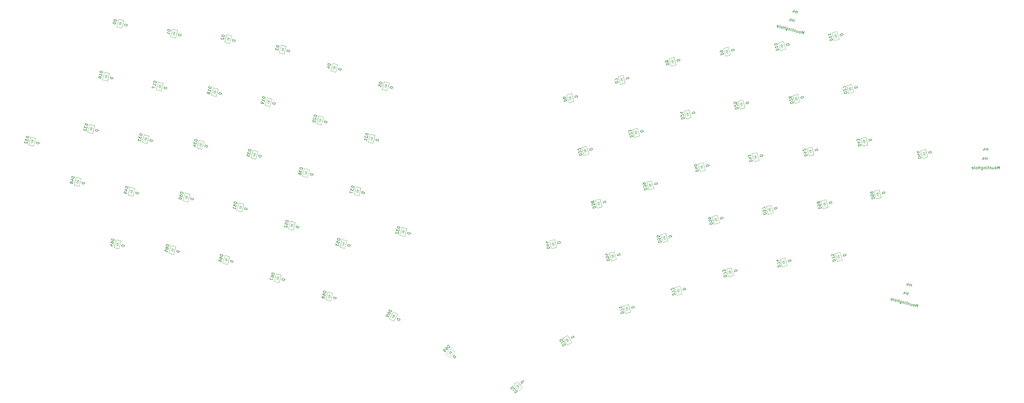
<source format=gbr>
G04 #@! TF.GenerationSoftware,KiCad,Pcbnew,8.0.2*
G04 #@! TF.CreationDate,2024-05-23T23:16:29+01:00*
G04 #@! TF.ProjectId,Phoenixia3,50686f65-6e69-4786-9961-332e6b696361,1*
G04 #@! TF.SameCoordinates,Original*
G04 #@! TF.FileFunction,AssemblyDrawing,Bot*
%FSLAX46Y46*%
G04 Gerber Fmt 4.6, Leading zero omitted, Abs format (unit mm)*
G04 Created by KiCad (PCBNEW 8.0.2) date 2024-05-23 23:16:29*
%MOMM*%
%LPD*%
G01*
G04 APERTURE LIST*
%ADD10C,0.150000*%
%ADD11C,0.100000*%
G04 APERTURE END LIST*
D10*
X77344711Y-145764605D02*
X76378785Y-145505786D01*
X76378785Y-145505786D02*
X76317161Y-145735768D01*
X76317161Y-145735768D02*
X76326184Y-145886082D01*
X76326184Y-145886082D02*
X76393527Y-146002725D01*
X76393527Y-146002725D02*
X76473196Y-146073370D01*
X76473196Y-146073370D02*
X76644857Y-146168666D01*
X76644857Y-146168666D02*
X76782846Y-146205640D01*
X76782846Y-146205640D02*
X76979157Y-146208942D01*
X76979157Y-146208942D02*
X77083474Y-146187595D01*
X77083474Y-146187595D02*
X77200117Y-146120252D01*
X77200117Y-146120252D02*
X77283087Y-145994587D01*
X77283087Y-145994587D02*
X77344711Y-145764605D01*
X73755539Y-143685433D02*
X72789613Y-143426614D01*
X72789613Y-143426614D02*
X72727990Y-143656597D01*
X72727990Y-143656597D02*
X72737012Y-143806911D01*
X72737012Y-143806911D02*
X72804356Y-143923553D01*
X72804356Y-143923553D02*
X72884024Y-143994199D01*
X72884024Y-143994199D02*
X73055685Y-144089494D01*
X73055685Y-144089494D02*
X73193674Y-144126469D01*
X73193674Y-144126469D02*
X73389985Y-144129771D01*
X73389985Y-144129771D02*
X73494303Y-144108424D01*
X73494303Y-144108424D02*
X73610945Y-144041080D01*
X73610945Y-144041080D02*
X73693916Y-143915416D01*
X73693916Y-143915416D02*
X73755539Y-143685433D01*
X72555444Y-144300547D02*
X72395222Y-144898501D01*
X72395222Y-144898501D02*
X72849467Y-144675124D01*
X72849467Y-144675124D02*
X72812493Y-144813113D01*
X72812493Y-144813113D02*
X72833840Y-144917431D01*
X72833840Y-144917431D02*
X72867512Y-144975752D01*
X72867512Y-144975752D02*
X72947180Y-145046398D01*
X72947180Y-145046398D02*
X73177162Y-145108021D01*
X73177162Y-145108021D02*
X73281480Y-145086674D01*
X73281480Y-145086674D02*
X73339801Y-145053003D01*
X73339801Y-145053003D02*
X73410447Y-144973334D01*
X73410447Y-144973334D02*
X73484395Y-144697356D01*
X73484395Y-144697356D02*
X73463048Y-144593038D01*
X73463048Y-144593038D02*
X73429377Y-144534717D01*
X72308949Y-145220477D02*
X72148728Y-145818431D01*
X72148728Y-145818431D02*
X72602973Y-145595053D01*
X72602973Y-145595053D02*
X72565999Y-145733043D01*
X72565999Y-145733043D02*
X72587346Y-145837360D01*
X72587346Y-145837360D02*
X72621018Y-145895681D01*
X72621018Y-145895681D02*
X72700686Y-145966327D01*
X72700686Y-145966327D02*
X72930668Y-146027951D01*
X72930668Y-146027951D02*
X73034986Y-146006604D01*
X73034986Y-146006604D02*
X73093307Y-145972932D01*
X73093307Y-145972932D02*
X73163953Y-145893264D01*
X73163953Y-145893264D02*
X73237901Y-145617285D01*
X73237901Y-145617285D02*
X73216554Y-145512967D01*
X73216554Y-145512967D02*
X73182882Y-145454646D01*
X239673328Y-186121826D02*
X240639254Y-185863007D01*
X240639254Y-185863007D02*
X240577630Y-185633025D01*
X240577630Y-185633025D02*
X240494660Y-185507360D01*
X240494660Y-185507360D02*
X240378017Y-185440016D01*
X240378017Y-185440016D02*
X240273700Y-185418669D01*
X240273700Y-185418669D02*
X240077389Y-185421972D01*
X240077389Y-185421972D02*
X239939400Y-185458946D01*
X239939400Y-185458946D02*
X239767738Y-185554241D01*
X239767738Y-185554241D02*
X239688070Y-185624887D01*
X239688070Y-185624887D02*
X239620727Y-185741529D01*
X239620727Y-185741529D02*
X239611704Y-185891844D01*
X239611704Y-185891844D02*
X239673328Y-186121826D01*
X236018417Y-187955655D02*
X236984343Y-187696836D01*
X236984343Y-187696836D02*
X236922720Y-187466854D01*
X236922720Y-187466854D02*
X236839749Y-187341189D01*
X236839749Y-187341189D02*
X236723107Y-187273846D01*
X236723107Y-187273846D02*
X236618789Y-187252499D01*
X236618789Y-187252499D02*
X236422478Y-187255801D01*
X236422478Y-187255801D02*
X236284489Y-187292775D01*
X236284489Y-187292775D02*
X236112828Y-187388071D01*
X236112828Y-187388071D02*
X236033160Y-187458716D01*
X236033160Y-187458716D02*
X235965816Y-187575359D01*
X235965816Y-187575359D02*
X235956794Y-187725673D01*
X235956794Y-187725673D02*
X236018417Y-187955655D01*
X236602277Y-186270946D02*
X236725524Y-186730910D01*
X236725524Y-186730910D02*
X236277884Y-186900154D01*
X236277884Y-186900154D02*
X236311556Y-186841833D01*
X236311556Y-186841833D02*
X236332903Y-186737515D01*
X236332903Y-186737515D02*
X236271279Y-186507533D01*
X236271279Y-186507533D02*
X236200633Y-186427865D01*
X236200633Y-186427865D02*
X236142312Y-186394193D01*
X236142312Y-186394193D02*
X236037995Y-186372846D01*
X236037995Y-186372846D02*
X235808012Y-186434469D01*
X235808012Y-186434469D02*
X235728344Y-186505115D01*
X235728344Y-186505115D02*
X235694672Y-186563437D01*
X235694672Y-186563437D02*
X235673325Y-186667754D01*
X235673325Y-186667754D02*
X235734949Y-186897737D01*
X235734949Y-186897737D02*
X235805595Y-186977405D01*
X235805595Y-186977405D02*
X235863916Y-187011077D01*
X236046132Y-185483286D02*
X235402181Y-185655832D01*
X236475727Y-185614670D02*
X235847404Y-186029524D01*
X235847404Y-186029524D02*
X235687183Y-185431569D01*
X82275216Y-127363728D02*
X81309290Y-127104909D01*
X81309290Y-127104909D02*
X81247666Y-127334891D01*
X81247666Y-127334891D02*
X81256689Y-127485205D01*
X81256689Y-127485205D02*
X81324032Y-127601848D01*
X81324032Y-127601848D02*
X81403701Y-127672493D01*
X81403701Y-127672493D02*
X81575362Y-127767789D01*
X81575362Y-127767789D02*
X81713351Y-127804763D01*
X81713351Y-127804763D02*
X81909662Y-127808065D01*
X81909662Y-127808065D02*
X82013979Y-127786718D01*
X82013979Y-127786718D02*
X82130622Y-127719375D01*
X82130622Y-127719375D02*
X82213592Y-127593710D01*
X82213592Y-127593710D02*
X82275216Y-127363728D01*
X78686044Y-125284556D02*
X77720118Y-125025737D01*
X77720118Y-125025737D02*
X77658495Y-125255720D01*
X77658495Y-125255720D02*
X77667517Y-125406034D01*
X77667517Y-125406034D02*
X77734861Y-125522676D01*
X77734861Y-125522676D02*
X77814529Y-125593322D01*
X77814529Y-125593322D02*
X77986190Y-125688617D01*
X77986190Y-125688617D02*
X78124179Y-125725592D01*
X78124179Y-125725592D02*
X78320490Y-125728894D01*
X78320490Y-125728894D02*
X78424808Y-125707547D01*
X78424808Y-125707547D02*
X78541450Y-125640203D01*
X78541450Y-125640203D02*
X78624421Y-125514539D01*
X78624421Y-125514539D02*
X78686044Y-125284556D01*
X78291653Y-126756443D02*
X78439550Y-126204486D01*
X78365602Y-126480465D02*
X77399676Y-126221645D01*
X77399676Y-126221645D02*
X77562315Y-126166627D01*
X77562315Y-126166627D02*
X77678957Y-126099283D01*
X77678957Y-126099283D02*
X77749603Y-126019615D01*
X77239454Y-126819600D02*
X77066908Y-127463550D01*
X77066908Y-127463550D02*
X78143757Y-127308401D01*
X369080662Y-149431621D02*
X369080662Y-148431621D01*
X369080662Y-148907811D02*
X368509234Y-148907811D01*
X368509234Y-149431621D02*
X368509234Y-148431621D01*
X367604472Y-148764954D02*
X367604472Y-149431621D01*
X367842567Y-148384002D02*
X368080662Y-149098287D01*
X368080662Y-149098287D02*
X367461615Y-149098287D01*
X373104472Y-155831621D02*
X373104472Y-154831621D01*
X373104472Y-154831621D02*
X372771139Y-155545906D01*
X372771139Y-155545906D02*
X372437806Y-154831621D01*
X372437806Y-154831621D02*
X372437806Y-155831621D01*
X371818758Y-155831621D02*
X371913996Y-155784002D01*
X371913996Y-155784002D02*
X371961615Y-155736382D01*
X371961615Y-155736382D02*
X372009234Y-155641144D01*
X372009234Y-155641144D02*
X372009234Y-155355430D01*
X372009234Y-155355430D02*
X371961615Y-155260192D01*
X371961615Y-155260192D02*
X371913996Y-155212573D01*
X371913996Y-155212573D02*
X371818758Y-155164954D01*
X371818758Y-155164954D02*
X371675901Y-155164954D01*
X371675901Y-155164954D02*
X371580663Y-155212573D01*
X371580663Y-155212573D02*
X371533044Y-155260192D01*
X371533044Y-155260192D02*
X371485425Y-155355430D01*
X371485425Y-155355430D02*
X371485425Y-155641144D01*
X371485425Y-155641144D02*
X371533044Y-155736382D01*
X371533044Y-155736382D02*
X371580663Y-155784002D01*
X371580663Y-155784002D02*
X371675901Y-155831621D01*
X371675901Y-155831621D02*
X371818758Y-155831621D01*
X370628282Y-155164954D02*
X370628282Y-155831621D01*
X371056853Y-155164954D02*
X371056853Y-155688763D01*
X371056853Y-155688763D02*
X371009234Y-155784002D01*
X371009234Y-155784002D02*
X370913996Y-155831621D01*
X370913996Y-155831621D02*
X370771139Y-155831621D01*
X370771139Y-155831621D02*
X370675901Y-155784002D01*
X370675901Y-155784002D02*
X370628282Y-155736382D01*
X370152091Y-155164954D02*
X370152091Y-155831621D01*
X370152091Y-155260192D02*
X370104472Y-155212573D01*
X370104472Y-155212573D02*
X370009234Y-155164954D01*
X370009234Y-155164954D02*
X369866377Y-155164954D01*
X369866377Y-155164954D02*
X369771139Y-155212573D01*
X369771139Y-155212573D02*
X369723520Y-155307811D01*
X369723520Y-155307811D02*
X369723520Y-155831621D01*
X369390186Y-155164954D02*
X369009234Y-155164954D01*
X369247329Y-154831621D02*
X369247329Y-155688763D01*
X369247329Y-155688763D02*
X369199710Y-155784002D01*
X369199710Y-155784002D02*
X369104472Y-155831621D01*
X369104472Y-155831621D02*
X369009234Y-155831621D01*
X368675900Y-155831621D02*
X368675900Y-155164954D01*
X368675900Y-154831621D02*
X368723519Y-154879240D01*
X368723519Y-154879240D02*
X368675900Y-154926859D01*
X368675900Y-154926859D02*
X368628281Y-154879240D01*
X368628281Y-154879240D02*
X368675900Y-154831621D01*
X368675900Y-154831621D02*
X368675900Y-154926859D01*
X368199710Y-155164954D02*
X368199710Y-155831621D01*
X368199710Y-155260192D02*
X368152091Y-155212573D01*
X368152091Y-155212573D02*
X368056853Y-155164954D01*
X368056853Y-155164954D02*
X367913996Y-155164954D01*
X367913996Y-155164954D02*
X367818758Y-155212573D01*
X367818758Y-155212573D02*
X367771139Y-155307811D01*
X367771139Y-155307811D02*
X367771139Y-155831621D01*
X366866377Y-155164954D02*
X366866377Y-155974478D01*
X366866377Y-155974478D02*
X366913996Y-156069716D01*
X366913996Y-156069716D02*
X366961615Y-156117335D01*
X366961615Y-156117335D02*
X367056853Y-156164954D01*
X367056853Y-156164954D02*
X367199710Y-156164954D01*
X367199710Y-156164954D02*
X367294948Y-156117335D01*
X366866377Y-155784002D02*
X366961615Y-155831621D01*
X366961615Y-155831621D02*
X367152091Y-155831621D01*
X367152091Y-155831621D02*
X367247329Y-155784002D01*
X367247329Y-155784002D02*
X367294948Y-155736382D01*
X367294948Y-155736382D02*
X367342567Y-155641144D01*
X367342567Y-155641144D02*
X367342567Y-155355430D01*
X367342567Y-155355430D02*
X367294948Y-155260192D01*
X367294948Y-155260192D02*
X367247329Y-155212573D01*
X367247329Y-155212573D02*
X367152091Y-155164954D01*
X367152091Y-155164954D02*
X366961615Y-155164954D01*
X366961615Y-155164954D02*
X366866377Y-155212573D01*
X366390186Y-155831621D02*
X366390186Y-154831621D01*
X366390186Y-155307811D02*
X365818758Y-155307811D01*
X365818758Y-155831621D02*
X365818758Y-154831621D01*
X365199710Y-155831621D02*
X365294948Y-155784002D01*
X365294948Y-155784002D02*
X365342567Y-155736382D01*
X365342567Y-155736382D02*
X365390186Y-155641144D01*
X365390186Y-155641144D02*
X365390186Y-155355430D01*
X365390186Y-155355430D02*
X365342567Y-155260192D01*
X365342567Y-155260192D02*
X365294948Y-155212573D01*
X365294948Y-155212573D02*
X365199710Y-155164954D01*
X365199710Y-155164954D02*
X365056853Y-155164954D01*
X365056853Y-155164954D02*
X364961615Y-155212573D01*
X364961615Y-155212573D02*
X364913996Y-155260192D01*
X364913996Y-155260192D02*
X364866377Y-155355430D01*
X364866377Y-155355430D02*
X364866377Y-155641144D01*
X364866377Y-155641144D02*
X364913996Y-155736382D01*
X364913996Y-155736382D02*
X364961615Y-155784002D01*
X364961615Y-155784002D02*
X365056853Y-155831621D01*
X365056853Y-155831621D02*
X365199710Y-155831621D01*
X364294948Y-155831621D02*
X364390186Y-155784002D01*
X364390186Y-155784002D02*
X364437805Y-155688763D01*
X364437805Y-155688763D02*
X364437805Y-154831621D01*
X363533043Y-155784002D02*
X363628281Y-155831621D01*
X363628281Y-155831621D02*
X363818757Y-155831621D01*
X363818757Y-155831621D02*
X363913995Y-155784002D01*
X363913995Y-155784002D02*
X363961614Y-155688763D01*
X363961614Y-155688763D02*
X363961614Y-155307811D01*
X363961614Y-155307811D02*
X363913995Y-155212573D01*
X363913995Y-155212573D02*
X363818757Y-155164954D01*
X363818757Y-155164954D02*
X363628281Y-155164954D01*
X363628281Y-155164954D02*
X363533043Y-155212573D01*
X363533043Y-155212573D02*
X363485424Y-155307811D01*
X363485424Y-155307811D02*
X363485424Y-155403049D01*
X363485424Y-155403049D02*
X363961614Y-155498287D01*
X368780662Y-152631621D02*
X368780662Y-151631621D01*
X368780662Y-152107811D02*
X368209234Y-152107811D01*
X368209234Y-152631621D02*
X368209234Y-151631621D01*
X367304472Y-151964954D02*
X367304472Y-152631621D01*
X367542567Y-151584002D02*
X367780662Y-152298287D01*
X367780662Y-152298287D02*
X367161615Y-152298287D01*
X223707113Y-215055072D02*
X224573138Y-214555072D01*
X224573138Y-214555072D02*
X224454091Y-214348876D01*
X224454091Y-214348876D02*
X224341423Y-214248967D01*
X224341423Y-214248967D02*
X224211325Y-214214108D01*
X224211325Y-214214108D02*
X224105037Y-214220487D01*
X224105037Y-214220487D02*
X223916270Y-214274486D01*
X223916270Y-214274486D02*
X223792552Y-214345915D01*
X223792552Y-214345915D02*
X223651405Y-214482392D01*
X223651405Y-214482392D02*
X223592736Y-214571251D01*
X223592736Y-214571251D02*
X223557876Y-214701348D01*
X223557876Y-214701348D02*
X223588065Y-214848876D01*
X223588065Y-214848876D02*
X223707113Y-215055072D01*
X220651371Y-217772376D02*
X221517396Y-217272376D01*
X221517396Y-217272376D02*
X221398348Y-217066180D01*
X221398348Y-217066180D02*
X221285680Y-216966271D01*
X221285680Y-216966271D02*
X221155583Y-216931412D01*
X221155583Y-216931412D02*
X221049295Y-216937792D01*
X221049295Y-216937792D02*
X220860528Y-216991790D01*
X220860528Y-216991790D02*
X220736810Y-217063219D01*
X220736810Y-217063219D02*
X220595662Y-217199696D01*
X220595662Y-217199696D02*
X220536993Y-217288555D01*
X220536993Y-217288555D02*
X220502134Y-217418652D01*
X220502134Y-217418652D02*
X220532323Y-217566180D01*
X220532323Y-217566180D02*
X220651371Y-217772376D01*
X221065015Y-216488830D02*
X220731682Y-215911479D01*
X220731682Y-215911479D02*
X220079942Y-216782633D01*
X220445967Y-215416608D02*
X220398348Y-215334129D01*
X220398348Y-215334129D02*
X220309490Y-215275460D01*
X220309490Y-215275460D02*
X220244441Y-215258030D01*
X220244441Y-215258030D02*
X220138153Y-215264410D01*
X220138153Y-215264410D02*
X219949386Y-215318409D01*
X219949386Y-215318409D02*
X219743190Y-215437456D01*
X219743190Y-215437456D02*
X219602042Y-215573934D01*
X219602042Y-215573934D02*
X219543373Y-215662792D01*
X219543373Y-215662792D02*
X219525943Y-215727841D01*
X219525943Y-215727841D02*
X219532323Y-215834129D01*
X219532323Y-215834129D02*
X219579942Y-215916608D01*
X219579942Y-215916608D02*
X219668800Y-215975277D01*
X219668800Y-215975277D02*
X219733849Y-215992706D01*
X219733849Y-215992706D02*
X219840137Y-215986327D01*
X219840137Y-215986327D02*
X220028904Y-215932328D01*
X220028904Y-215932328D02*
X220235101Y-215813280D01*
X220235101Y-215813280D02*
X220376248Y-215676803D01*
X220376248Y-215676803D02*
X220434917Y-215587945D01*
X220434917Y-215587945D02*
X220452347Y-215522896D01*
X220452347Y-215522896D02*
X220445967Y-215416608D01*
X87257042Y-108867880D02*
X86291116Y-108609061D01*
X86291116Y-108609061D02*
X86229492Y-108839043D01*
X86229492Y-108839043D02*
X86238515Y-108989357D01*
X86238515Y-108989357D02*
X86305858Y-109106000D01*
X86305858Y-109106000D02*
X86385527Y-109176645D01*
X86385527Y-109176645D02*
X86557188Y-109271941D01*
X86557188Y-109271941D02*
X86695177Y-109308915D01*
X86695177Y-109308915D02*
X86891488Y-109312217D01*
X86891488Y-109312217D02*
X86995805Y-109290870D01*
X86995805Y-109290870D02*
X87112448Y-109223527D01*
X87112448Y-109223527D02*
X87195418Y-109097862D01*
X87195418Y-109097862D02*
X87257042Y-108867880D01*
X83544623Y-107248674D02*
X82578697Y-106989854D01*
X82578697Y-106989854D02*
X82517074Y-107219837D01*
X82517074Y-107219837D02*
X82526096Y-107370151D01*
X82526096Y-107370151D02*
X82593439Y-107486793D01*
X82593439Y-107486793D02*
X82673108Y-107557439D01*
X82673108Y-107557439D02*
X82844769Y-107652735D01*
X82844769Y-107652735D02*
X82982758Y-107689709D01*
X82982758Y-107689709D02*
X83179069Y-107693011D01*
X83179069Y-107693011D02*
X83283386Y-107671664D01*
X83283386Y-107671664D02*
X83400029Y-107604321D01*
X83400029Y-107604321D02*
X83482999Y-107478656D01*
X83482999Y-107478656D02*
X83544623Y-107248674D01*
X83150232Y-108720561D02*
X83298129Y-108168603D01*
X83224180Y-108444582D02*
X82258254Y-108185763D01*
X82258254Y-108185763D02*
X82420893Y-108130744D01*
X82420893Y-108130744D02*
X82537536Y-108063400D01*
X82537536Y-108063400D02*
X82608182Y-107983732D01*
X302363226Y-101444168D02*
X302622045Y-100478243D01*
X302498798Y-100938207D02*
X301946840Y-100790311D01*
X301811269Y-101296272D02*
X302070088Y-100330346D01*
X301109882Y-100418152D02*
X300937336Y-101062102D01*
X301438462Y-100111804D02*
X301483573Y-100863374D01*
X301483573Y-100863374D02*
X300885619Y-100703153D01*
X304593486Y-108667533D02*
X304852305Y-107701607D01*
X304852305Y-107701607D02*
X304345459Y-108305281D01*
X304345459Y-108305281D02*
X304208355Y-107529061D01*
X304208355Y-107529061D02*
X303949536Y-108494987D01*
X303351582Y-108334766D02*
X303455899Y-108313419D01*
X303455899Y-108313419D02*
X303514220Y-108279747D01*
X303514220Y-108279747D02*
X303584866Y-108200079D01*
X303584866Y-108200079D02*
X303658815Y-107924100D01*
X303658815Y-107924100D02*
X303637468Y-107819782D01*
X303637468Y-107819782D02*
X303603796Y-107761461D01*
X303603796Y-107761461D02*
X303524128Y-107690815D01*
X303524128Y-107690815D02*
X303386138Y-107653841D01*
X303386138Y-107653841D02*
X303281821Y-107675188D01*
X303281821Y-107675188D02*
X303223499Y-107708860D01*
X303223499Y-107708860D02*
X303152854Y-107788528D01*
X303152854Y-107788528D02*
X303078905Y-108064507D01*
X303078905Y-108064507D02*
X303100252Y-108168825D01*
X303100252Y-108168825D02*
X303133924Y-108227146D01*
X303133924Y-108227146D02*
X303213592Y-108297792D01*
X303213592Y-108297792D02*
X303351582Y-108334766D01*
X302374216Y-107382697D02*
X302201670Y-108026648D01*
X302788184Y-107493620D02*
X302652612Y-107999581D01*
X302652612Y-107999581D02*
X302581966Y-108079249D01*
X302581966Y-108079249D02*
X302477649Y-108100596D01*
X302477649Y-108100596D02*
X302339659Y-108063622D01*
X302339659Y-108063622D02*
X302259991Y-107992976D01*
X302259991Y-107992976D02*
X302226319Y-107934655D01*
X301914251Y-107259450D02*
X301741705Y-107903401D01*
X301889602Y-107351443D02*
X301855930Y-107293122D01*
X301855930Y-107293122D02*
X301776262Y-107222476D01*
X301776262Y-107222476D02*
X301638272Y-107185502D01*
X301638272Y-107185502D02*
X301533955Y-107206849D01*
X301533955Y-107206849D02*
X301463309Y-107286517D01*
X301463309Y-107286517D02*
X301327737Y-107792478D01*
X301178308Y-107062255D02*
X300810336Y-106963657D01*
X301126591Y-106703305D02*
X300904746Y-107531242D01*
X300904746Y-107531242D02*
X300834100Y-107610910D01*
X300834100Y-107610910D02*
X300729783Y-107632257D01*
X300729783Y-107632257D02*
X300637790Y-107607607D01*
X300315814Y-107521334D02*
X300488360Y-106877384D01*
X300574633Y-106555408D02*
X300608305Y-106613730D01*
X300608305Y-106613730D02*
X300549984Y-106647401D01*
X300549984Y-106647401D02*
X300516312Y-106589080D01*
X300516312Y-106589080D02*
X300574633Y-106555408D01*
X300574633Y-106555408D02*
X300549984Y-106647401D01*
X300028396Y-106754137D02*
X299855850Y-107398087D01*
X300003746Y-106846130D02*
X299970075Y-106787808D01*
X299970075Y-106787808D02*
X299890406Y-106717163D01*
X299890406Y-106717163D02*
X299752417Y-106680188D01*
X299752417Y-106680188D02*
X299648099Y-106701535D01*
X299648099Y-106701535D02*
X299577454Y-106781204D01*
X299577454Y-106781204D02*
X299441882Y-107287165D01*
X298740495Y-106409045D02*
X298530975Y-107190985D01*
X298530975Y-107190985D02*
X298552322Y-107295302D01*
X298552322Y-107295302D02*
X298585993Y-107353623D01*
X298585993Y-107353623D02*
X298665662Y-107424269D01*
X298665662Y-107424269D02*
X298803651Y-107461243D01*
X298803651Y-107461243D02*
X298907969Y-107439896D01*
X298580273Y-107006999D02*
X298659942Y-107077645D01*
X298659942Y-107077645D02*
X298843927Y-107126943D01*
X298843927Y-107126943D02*
X298948245Y-107105596D01*
X298948245Y-107105596D02*
X299006566Y-107071925D01*
X299006566Y-107071925D02*
X299077212Y-106992256D01*
X299077212Y-106992256D02*
X299151161Y-106716278D01*
X299151161Y-106716278D02*
X299129813Y-106611960D01*
X299129813Y-106611960D02*
X299096142Y-106553639D01*
X299096142Y-106553639D02*
X299016474Y-106482993D01*
X299016474Y-106482993D02*
X298832488Y-106433694D01*
X298832488Y-106433694D02*
X298728170Y-106455041D01*
X298107984Y-106929748D02*
X298366803Y-105963822D01*
X298243556Y-106423787D02*
X297691598Y-106275890D01*
X297556026Y-106781851D02*
X297814845Y-105815926D01*
X296958072Y-106621630D02*
X297062390Y-106600283D01*
X297062390Y-106600283D02*
X297120711Y-106566611D01*
X297120711Y-106566611D02*
X297191357Y-106486943D01*
X297191357Y-106486943D02*
X297265305Y-106210964D01*
X297265305Y-106210964D02*
X297243958Y-106106647D01*
X297243958Y-106106647D02*
X297210286Y-106048325D01*
X297210286Y-106048325D02*
X297130618Y-105977680D01*
X297130618Y-105977680D02*
X296992629Y-105940705D01*
X296992629Y-105940705D02*
X296888311Y-105962052D01*
X296888311Y-105962052D02*
X296829990Y-105995724D01*
X296829990Y-105995724D02*
X296759344Y-106075392D01*
X296759344Y-106075392D02*
X296685396Y-106351371D01*
X296685396Y-106351371D02*
X296706743Y-106455689D01*
X296706743Y-106455689D02*
X296740415Y-106514010D01*
X296740415Y-106514010D02*
X296820083Y-106584656D01*
X296820083Y-106584656D02*
X296958072Y-106621630D01*
X296084139Y-106387460D02*
X296188457Y-106366113D01*
X296188457Y-106366113D02*
X296259103Y-106286445D01*
X296259103Y-106286445D02*
X296480948Y-105458509D01*
X295360520Y-106144268D02*
X295440188Y-106214914D01*
X295440188Y-106214914D02*
X295624174Y-106264213D01*
X295624174Y-106264213D02*
X295728492Y-106242866D01*
X295728492Y-106242866D02*
X295799138Y-106163198D01*
X295799138Y-106163198D02*
X295897735Y-105795226D01*
X295897735Y-105795226D02*
X295876388Y-105690909D01*
X295876388Y-105690909D02*
X295796720Y-105620263D01*
X295796720Y-105620263D02*
X295612734Y-105570964D01*
X295612734Y-105570964D02*
X295508417Y-105592311D01*
X295508417Y-105592311D02*
X295437771Y-105671979D01*
X295437771Y-105671979D02*
X295413121Y-105763972D01*
X295413121Y-105763972D02*
X295848437Y-105979212D01*
X301245227Y-104457485D02*
X301504046Y-103491560D01*
X301380799Y-103951524D02*
X300828841Y-103803628D01*
X300693270Y-104309589D02*
X300952089Y-103343663D01*
X299991883Y-103431469D02*
X299819337Y-104075419D01*
X300320463Y-103125121D02*
X300365574Y-103876691D01*
X300365574Y-103876691D02*
X299767620Y-103716470D01*
X280594639Y-191745873D02*
X281560565Y-191487054D01*
X281560565Y-191487054D02*
X281498941Y-191257072D01*
X281498941Y-191257072D02*
X281415971Y-191131407D01*
X281415971Y-191131407D02*
X281299328Y-191064063D01*
X281299328Y-191064063D02*
X281195011Y-191042716D01*
X281195011Y-191042716D02*
X280998700Y-191046019D01*
X280998700Y-191046019D02*
X280860711Y-191082993D01*
X280860711Y-191082993D02*
X280689049Y-191178288D01*
X280689049Y-191178288D02*
X280609381Y-191248934D01*
X280609381Y-191248934D02*
X280542038Y-191365576D01*
X280542038Y-191365576D02*
X280533015Y-191515891D01*
X280533015Y-191515891D02*
X280594639Y-191745873D01*
X276939728Y-193579702D02*
X277905654Y-193320883D01*
X277905654Y-193320883D02*
X277844031Y-193090901D01*
X277844031Y-193090901D02*
X277761060Y-192965236D01*
X277761060Y-192965236D02*
X277644418Y-192897893D01*
X277644418Y-192897893D02*
X277540100Y-192876546D01*
X277540100Y-192876546D02*
X277343789Y-192879848D01*
X277343789Y-192879848D02*
X277205800Y-192916822D01*
X277205800Y-192916822D02*
X277034139Y-193012118D01*
X277034139Y-193012118D02*
X276954471Y-193082763D01*
X276954471Y-193082763D02*
X276887127Y-193199406D01*
X276887127Y-193199406D02*
X276878105Y-193349720D01*
X276878105Y-193349720D02*
X276939728Y-193579702D01*
X277671485Y-192446950D02*
X277498939Y-191803000D01*
X277498939Y-191803000D02*
X276643935Y-192475787D01*
X277424990Y-191527021D02*
X277264769Y-190929067D01*
X277264769Y-190929067D02*
X276983070Y-191349640D01*
X276983070Y-191349640D02*
X276946096Y-191211650D01*
X276946096Y-191211650D02*
X276875450Y-191131982D01*
X276875450Y-191131982D02*
X276817129Y-191098311D01*
X276817129Y-191098311D02*
X276712811Y-191076963D01*
X276712811Y-191076963D02*
X276482829Y-191138587D01*
X276482829Y-191138587D02*
X276403161Y-191209233D01*
X276403161Y-191209233D02*
X276369489Y-191267554D01*
X276369489Y-191267554D02*
X276348142Y-191371872D01*
X276348142Y-191371872D02*
X276422090Y-191647851D01*
X276422090Y-191647851D02*
X276492736Y-191727519D01*
X276492736Y-191727519D02*
X276551057Y-191761191D01*
X289528963Y-151485659D02*
X290494889Y-151226840D01*
X290494889Y-151226840D02*
X290433265Y-150996858D01*
X290433265Y-150996858D02*
X290350295Y-150871193D01*
X290350295Y-150871193D02*
X290233652Y-150803849D01*
X290233652Y-150803849D02*
X290129335Y-150782502D01*
X290129335Y-150782502D02*
X289933024Y-150785805D01*
X289933024Y-150785805D02*
X289795035Y-150822779D01*
X289795035Y-150822779D02*
X289623373Y-150918074D01*
X289623373Y-150918074D02*
X289543705Y-150988720D01*
X289543705Y-150988720D02*
X289476362Y-151105362D01*
X289476362Y-151105362D02*
X289467339Y-151255677D01*
X289467339Y-151255677D02*
X289528963Y-151485659D01*
X285874052Y-153319488D02*
X286839978Y-153060669D01*
X286839978Y-153060669D02*
X286778355Y-152830687D01*
X286778355Y-152830687D02*
X286695384Y-152705022D01*
X286695384Y-152705022D02*
X286578742Y-152637679D01*
X286578742Y-152637679D02*
X286474424Y-152616332D01*
X286474424Y-152616332D02*
X286278113Y-152619634D01*
X286278113Y-152619634D02*
X286140124Y-152656608D01*
X286140124Y-152656608D02*
X285968463Y-152751904D01*
X285968463Y-152751904D02*
X285888795Y-152822549D01*
X285888795Y-152822549D02*
X285821451Y-152939192D01*
X285821451Y-152939192D02*
X285812429Y-153089506D01*
X285812429Y-153089506D02*
X285874052Y-153319488D01*
X286148261Y-151767048D02*
X285504311Y-151939594D01*
X286577857Y-151898433D02*
X285949533Y-152313286D01*
X285949533Y-152313286D02*
X285789312Y-151715332D01*
X285233167Y-150927672D02*
X285381064Y-151479630D01*
X285307115Y-151203651D02*
X286273041Y-150944832D01*
X286273041Y-150944832D02*
X286159701Y-151073799D01*
X286159701Y-151073799D02*
X286092358Y-151190441D01*
X286092358Y-151190441D02*
X286071011Y-151294759D01*
X128415177Y-176002245D02*
X127449251Y-175743426D01*
X127449251Y-175743426D02*
X127387627Y-175973408D01*
X127387627Y-175973408D02*
X127396650Y-176123722D01*
X127396650Y-176123722D02*
X127463993Y-176240365D01*
X127463993Y-176240365D02*
X127543662Y-176311010D01*
X127543662Y-176311010D02*
X127715323Y-176406306D01*
X127715323Y-176406306D02*
X127853312Y-176443280D01*
X127853312Y-176443280D02*
X128049623Y-176446582D01*
X128049623Y-176446582D02*
X128153940Y-176425235D01*
X128153940Y-176425235D02*
X128270583Y-176357892D01*
X128270583Y-176357892D02*
X128353553Y-176232227D01*
X128353553Y-176232227D02*
X128415177Y-176002245D01*
X124826005Y-173923073D02*
X123860079Y-173664254D01*
X123860079Y-173664254D02*
X123798456Y-173894237D01*
X123798456Y-173894237D02*
X123807478Y-174044551D01*
X123807478Y-174044551D02*
X123874822Y-174161193D01*
X123874822Y-174161193D02*
X123954490Y-174231839D01*
X123954490Y-174231839D02*
X124126151Y-174327134D01*
X124126151Y-174327134D02*
X124264140Y-174364109D01*
X124264140Y-174364109D02*
X124460451Y-174367411D01*
X124460451Y-174367411D02*
X124564769Y-174346064D01*
X124564769Y-174346064D02*
X124681411Y-174278720D01*
X124681411Y-174278720D02*
X124764382Y-174153056D01*
X124764382Y-174153056D02*
X124826005Y-173923073D01*
X123478013Y-175090145D02*
X123601260Y-174630180D01*
X123601260Y-174630180D02*
X124073550Y-174707431D01*
X124073550Y-174707431D02*
X124015229Y-174741103D01*
X124015229Y-174741103D02*
X123944583Y-174820771D01*
X123944583Y-174820771D02*
X123882959Y-175050753D01*
X123882959Y-175050753D02*
X123904306Y-175155071D01*
X123904306Y-175155071D02*
X123937978Y-175213392D01*
X123937978Y-175213392D02*
X124017646Y-175284038D01*
X124017646Y-175284038D02*
X124247628Y-175345661D01*
X124247628Y-175345661D02*
X124351946Y-175324314D01*
X124351946Y-175324314D02*
X124410267Y-175290643D01*
X124410267Y-175290643D02*
X124480913Y-175210974D01*
X124480913Y-175210974D02*
X124542537Y-174980992D01*
X124542537Y-174980992D02*
X124521190Y-174876674D01*
X124521190Y-174876674D02*
X124487518Y-174818353D01*
X123459084Y-175528763D02*
X123400763Y-175562434D01*
X123400763Y-175562434D02*
X123330117Y-175642102D01*
X123330117Y-175642102D02*
X123268493Y-175872085D01*
X123268493Y-175872085D02*
X123289840Y-175976402D01*
X123289840Y-175976402D02*
X123323512Y-176034724D01*
X123323512Y-176034724D02*
X123403180Y-176105370D01*
X123403180Y-176105370D02*
X123495173Y-176130019D01*
X123495173Y-176130019D02*
X123645487Y-176120997D01*
X123645487Y-176120997D02*
X124345341Y-175716936D01*
X124345341Y-175716936D02*
X124185120Y-176314890D01*
X218797890Y-181873864D02*
X219763816Y-181615045D01*
X219763816Y-181615045D02*
X219702192Y-181385063D01*
X219702192Y-181385063D02*
X219619222Y-181259398D01*
X219619222Y-181259398D02*
X219502579Y-181192054D01*
X219502579Y-181192054D02*
X219398262Y-181170707D01*
X219398262Y-181170707D02*
X219201951Y-181174010D01*
X219201951Y-181174010D02*
X219063962Y-181210984D01*
X219063962Y-181210984D02*
X218892300Y-181306279D01*
X218892300Y-181306279D02*
X218812632Y-181376925D01*
X218812632Y-181376925D02*
X218745289Y-181493567D01*
X218745289Y-181493567D02*
X218736266Y-181643882D01*
X218736266Y-181643882D02*
X218797890Y-181873864D01*
X215142979Y-183707693D02*
X216108905Y-183448874D01*
X216108905Y-183448874D02*
X216047282Y-183218892D01*
X216047282Y-183218892D02*
X215964311Y-183093227D01*
X215964311Y-183093227D02*
X215847669Y-183025884D01*
X215847669Y-183025884D02*
X215743351Y-183004537D01*
X215743351Y-183004537D02*
X215547040Y-183007839D01*
X215547040Y-183007839D02*
X215409051Y-183044813D01*
X215409051Y-183044813D02*
X215237390Y-183140109D01*
X215237390Y-183140109D02*
X215157722Y-183210754D01*
X215157722Y-183210754D02*
X215090378Y-183327397D01*
X215090378Y-183327397D02*
X215081356Y-183477711D01*
X215081356Y-183477711D02*
X215142979Y-183707693D01*
X215417188Y-182155253D02*
X214773238Y-182327799D01*
X215846784Y-182286638D02*
X215218460Y-182701491D01*
X215218460Y-182701491D02*
X215058239Y-182103537D01*
X215170694Y-181235324D02*
X214526743Y-181407870D01*
X215600289Y-181366708D02*
X214971966Y-181781562D01*
X214971966Y-181781562D02*
X214811745Y-181183607D01*
X265800282Y-136557116D02*
X266766208Y-136298297D01*
X266766208Y-136298297D02*
X266704584Y-136068315D01*
X266704584Y-136068315D02*
X266621614Y-135942650D01*
X266621614Y-135942650D02*
X266504971Y-135875306D01*
X266504971Y-135875306D02*
X266400654Y-135853959D01*
X266400654Y-135853959D02*
X266204343Y-135857262D01*
X266204343Y-135857262D02*
X266066354Y-135894236D01*
X266066354Y-135894236D02*
X265894692Y-135989531D01*
X265894692Y-135989531D02*
X265815024Y-136060177D01*
X265815024Y-136060177D02*
X265747681Y-136176819D01*
X265747681Y-136176819D02*
X265738658Y-136327134D01*
X265738658Y-136327134D02*
X265800282Y-136557116D01*
X262145371Y-138390945D02*
X263111297Y-138132126D01*
X263111297Y-138132126D02*
X263049674Y-137902144D01*
X263049674Y-137902144D02*
X262966703Y-137776479D01*
X262966703Y-137776479D02*
X262850061Y-137709136D01*
X262850061Y-137709136D02*
X262745743Y-137687789D01*
X262745743Y-137687789D02*
X262549432Y-137691091D01*
X262549432Y-137691091D02*
X262411443Y-137728065D01*
X262411443Y-137728065D02*
X262239782Y-137823361D01*
X262239782Y-137823361D02*
X262160114Y-137894006D01*
X262160114Y-137894006D02*
X262092770Y-138010649D01*
X262092770Y-138010649D02*
X262083748Y-138160963D01*
X262083748Y-138160963D02*
X262145371Y-138390945D01*
X262772810Y-137236846D02*
X262806482Y-137178525D01*
X262806482Y-137178525D02*
X262827829Y-137074208D01*
X262827829Y-137074208D02*
X262766205Y-136844225D01*
X262766205Y-136844225D02*
X262695559Y-136764557D01*
X262695559Y-136764557D02*
X262637238Y-136730885D01*
X262637238Y-136730885D02*
X262532920Y-136709538D01*
X262532920Y-136709538D02*
X262440927Y-136734188D01*
X262440927Y-136734188D02*
X262315263Y-136817158D01*
X262315263Y-136817158D02*
X261911202Y-137517012D01*
X261911202Y-137517012D02*
X261750980Y-136919058D01*
X262173086Y-135918576D02*
X261529135Y-136091122D01*
X262602681Y-136049960D02*
X261974358Y-136464814D01*
X261974358Y-136464814D02*
X261814137Y-135866859D01*
X206249904Y-230772720D02*
X206957010Y-230065613D01*
X206957010Y-230065613D02*
X206788652Y-229897254D01*
X206788652Y-229897254D02*
X206653965Y-229829911D01*
X206653965Y-229829911D02*
X206519278Y-229829911D01*
X206519278Y-229829911D02*
X206418262Y-229863582D01*
X206418262Y-229863582D02*
X206249904Y-229964598D01*
X206249904Y-229964598D02*
X206148888Y-230065613D01*
X206148888Y-230065613D02*
X206047873Y-230233972D01*
X206047873Y-230233972D02*
X206014201Y-230334987D01*
X206014201Y-230334987D02*
X206014201Y-230469674D01*
X206014201Y-230469674D02*
X206081545Y-230604361D01*
X206081545Y-230604361D02*
X206249904Y-230772720D01*
X204001573Y-234188318D02*
X204708679Y-233481211D01*
X204708679Y-233481211D02*
X204540321Y-233312852D01*
X204540321Y-233312852D02*
X204405634Y-233245509D01*
X204405634Y-233245509D02*
X204270947Y-233245509D01*
X204270947Y-233245509D02*
X204169931Y-233279181D01*
X204169931Y-233279181D02*
X204001573Y-233380196D01*
X204001573Y-233380196D02*
X203900557Y-233481211D01*
X203900557Y-233481211D02*
X203799542Y-233649570D01*
X203799542Y-233649570D02*
X203765870Y-233750585D01*
X203765870Y-233750585D02*
X203765870Y-233885272D01*
X203765870Y-233885272D02*
X203833214Y-234019959D01*
X203833214Y-234019959D02*
X204001573Y-234188318D01*
X204068916Y-232841448D02*
X203597512Y-232370043D01*
X203597512Y-232370043D02*
X203193451Y-233380196D01*
X203193450Y-231965982D02*
X203126107Y-231898639D01*
X203126107Y-231898639D02*
X203025092Y-231864967D01*
X203025092Y-231864967D02*
X202957748Y-231864967D01*
X202957748Y-231864967D02*
X202856733Y-231898639D01*
X202856733Y-231898639D02*
X202688374Y-231999654D01*
X202688374Y-231999654D02*
X202520015Y-232168013D01*
X202520015Y-232168013D02*
X202419000Y-232336371D01*
X202419000Y-232336371D02*
X202385328Y-232437387D01*
X202385328Y-232437387D02*
X202385328Y-232504730D01*
X202385328Y-232504730D02*
X202419000Y-232605745D01*
X202419000Y-232605745D02*
X202486344Y-232673089D01*
X202486344Y-232673089D02*
X202587359Y-232706761D01*
X202587359Y-232706761D02*
X202654702Y-232706761D01*
X202654702Y-232706761D02*
X202755718Y-232673089D01*
X202755718Y-232673089D02*
X202924076Y-232572074D01*
X202924076Y-232572074D02*
X203092435Y-232403715D01*
X203092435Y-232403715D02*
X203193450Y-232235356D01*
X203193450Y-232235356D02*
X203227122Y-232134341D01*
X203227122Y-232134341D02*
X203227122Y-232066997D01*
X203227122Y-232066997D02*
X203193450Y-231965982D01*
X308715880Y-149513210D02*
X309681806Y-149254391D01*
X309681806Y-149254391D02*
X309620182Y-149024409D01*
X309620182Y-149024409D02*
X309537212Y-148898744D01*
X309537212Y-148898744D02*
X309420569Y-148831400D01*
X309420569Y-148831400D02*
X309316252Y-148810053D01*
X309316252Y-148810053D02*
X309119941Y-148813356D01*
X309119941Y-148813356D02*
X308981952Y-148850330D01*
X308981952Y-148850330D02*
X308810290Y-148945625D01*
X308810290Y-148945625D02*
X308730622Y-149016271D01*
X308730622Y-149016271D02*
X308663279Y-149132913D01*
X308663279Y-149132913D02*
X308654256Y-149283228D01*
X308654256Y-149283228D02*
X308715880Y-149513210D01*
X305060969Y-151347039D02*
X306026895Y-151088220D01*
X306026895Y-151088220D02*
X305965272Y-150858238D01*
X305965272Y-150858238D02*
X305882301Y-150732573D01*
X305882301Y-150732573D02*
X305765659Y-150665230D01*
X305765659Y-150665230D02*
X305661341Y-150643883D01*
X305661341Y-150643883D02*
X305465030Y-150647185D01*
X305465030Y-150647185D02*
X305327041Y-150684159D01*
X305327041Y-150684159D02*
X305155380Y-150779455D01*
X305155380Y-150779455D02*
X305075712Y-150850100D01*
X305075712Y-150850100D02*
X305008368Y-150966743D01*
X305008368Y-150966743D02*
X304999346Y-151117057D01*
X304999346Y-151117057D02*
X305060969Y-151347039D01*
X305335178Y-149794599D02*
X304691228Y-149967145D01*
X305764774Y-149925984D02*
X305136450Y-150340837D01*
X305136450Y-150340837D02*
X304976229Y-149742883D01*
X305441914Y-149273011D02*
X305475585Y-149214690D01*
X305475585Y-149214690D02*
X305496932Y-149110372D01*
X305496932Y-149110372D02*
X305435309Y-148880390D01*
X305435309Y-148880390D02*
X305364663Y-148800722D01*
X305364663Y-148800722D02*
X305306342Y-148767050D01*
X305306342Y-148767050D02*
X305202024Y-148745703D01*
X305202024Y-148745703D02*
X305110031Y-148770352D01*
X305110031Y-148770352D02*
X304984366Y-148853323D01*
X304984366Y-148853323D02*
X304580305Y-149553177D01*
X304580305Y-149553177D02*
X304420084Y-148955223D01*
X141497333Y-200782522D02*
X140531407Y-200523703D01*
X140531407Y-200523703D02*
X140469783Y-200753685D01*
X140469783Y-200753685D02*
X140478806Y-200903999D01*
X140478806Y-200903999D02*
X140546149Y-201020642D01*
X140546149Y-201020642D02*
X140625818Y-201091287D01*
X140625818Y-201091287D02*
X140797479Y-201186583D01*
X140797479Y-201186583D02*
X140935468Y-201223557D01*
X140935468Y-201223557D02*
X141131779Y-201226859D01*
X141131779Y-201226859D02*
X141236096Y-201205512D01*
X141236096Y-201205512D02*
X141352739Y-201138169D01*
X141352739Y-201138169D02*
X141435709Y-201012504D01*
X141435709Y-201012504D02*
X141497333Y-200782522D01*
X137908161Y-198703350D02*
X136942235Y-198444531D01*
X136942235Y-198444531D02*
X136880612Y-198674514D01*
X136880612Y-198674514D02*
X136889634Y-198824828D01*
X136889634Y-198824828D02*
X136956978Y-198941470D01*
X136956978Y-198941470D02*
X137036646Y-199012116D01*
X137036646Y-199012116D02*
X137208307Y-199107411D01*
X137208307Y-199107411D02*
X137346296Y-199144386D01*
X137346296Y-199144386D02*
X137542607Y-199147688D01*
X137542607Y-199147688D02*
X137646925Y-199126341D01*
X137646925Y-199126341D02*
X137763567Y-199058997D01*
X137763567Y-199058997D02*
X137846538Y-198933333D01*
X137846538Y-198933333D02*
X137908161Y-198703350D01*
X136572494Y-199824425D02*
X136621793Y-199640439D01*
X136621793Y-199640439D02*
X136692439Y-199560771D01*
X136692439Y-199560771D02*
X136750760Y-199527100D01*
X136750760Y-199527100D02*
X136913399Y-199472081D01*
X136913399Y-199472081D02*
X137109709Y-199475383D01*
X137109709Y-199475383D02*
X137477681Y-199573981D01*
X137477681Y-199573981D02*
X137557349Y-199644627D01*
X137557349Y-199644627D02*
X137591021Y-199702948D01*
X137591021Y-199702948D02*
X137612368Y-199807266D01*
X137612368Y-199807266D02*
X137563069Y-199991251D01*
X137563069Y-199991251D02*
X137492423Y-200070920D01*
X137492423Y-200070920D02*
X137434102Y-200104591D01*
X137434102Y-200104591D02*
X137329784Y-200125938D01*
X137329784Y-200125938D02*
X137099802Y-200064315D01*
X137099802Y-200064315D02*
X137020134Y-199993669D01*
X137020134Y-199993669D02*
X136986462Y-199935348D01*
X136986462Y-199935348D02*
X136965115Y-199831030D01*
X136965115Y-199831030D02*
X137014414Y-199647044D01*
X137014414Y-199647044D02*
X137085060Y-199567376D01*
X137085060Y-199567376D02*
X137143381Y-199533704D01*
X137143381Y-199533704D02*
X137247699Y-199512357D01*
X136813916Y-200579298D02*
X136792569Y-200474981D01*
X136792569Y-200474981D02*
X136758897Y-200416660D01*
X136758897Y-200416660D02*
X136679229Y-200346014D01*
X136679229Y-200346014D02*
X136633233Y-200333689D01*
X136633233Y-200333689D02*
X136528915Y-200355036D01*
X136528915Y-200355036D02*
X136470594Y-200388708D01*
X136470594Y-200388708D02*
X136399948Y-200468376D01*
X136399948Y-200468376D02*
X136350649Y-200652362D01*
X136350649Y-200652362D02*
X136371996Y-200756679D01*
X136371996Y-200756679D02*
X136405668Y-200815001D01*
X136405668Y-200815001D02*
X136485336Y-200885647D01*
X136485336Y-200885647D02*
X136531332Y-200897971D01*
X136531332Y-200897971D02*
X136635650Y-200876624D01*
X136635650Y-200876624D02*
X136693971Y-200842952D01*
X136693971Y-200842952D02*
X136764617Y-200763284D01*
X136764617Y-200763284D02*
X136813916Y-200579298D01*
X136813916Y-200579298D02*
X136884562Y-200499630D01*
X136884562Y-200499630D02*
X136942883Y-200465958D01*
X136942883Y-200465958D02*
X137047201Y-200444611D01*
X137047201Y-200444611D02*
X137231187Y-200493910D01*
X137231187Y-200493910D02*
X137310855Y-200564556D01*
X137310855Y-200564556D02*
X137344527Y-200622877D01*
X137344527Y-200622877D02*
X137365874Y-200727195D01*
X137365874Y-200727195D02*
X137316575Y-200911181D01*
X137316575Y-200911181D02*
X137245929Y-200990849D01*
X137245929Y-200990849D02*
X137187608Y-201024521D01*
X137187608Y-201024521D02*
X137083290Y-201045868D01*
X137083290Y-201045868D02*
X136899304Y-200996569D01*
X136899304Y-200996569D02*
X136819636Y-200925923D01*
X136819636Y-200925923D02*
X136785964Y-200867602D01*
X136785964Y-200867602D02*
X136764617Y-200763284D01*
X115329808Y-151209400D02*
X114363882Y-150950581D01*
X114363882Y-150950581D02*
X114302258Y-151180563D01*
X114302258Y-151180563D02*
X114311281Y-151330877D01*
X114311281Y-151330877D02*
X114378624Y-151447520D01*
X114378624Y-151447520D02*
X114458293Y-151518165D01*
X114458293Y-151518165D02*
X114629954Y-151613461D01*
X114629954Y-151613461D02*
X114767943Y-151650435D01*
X114767943Y-151650435D02*
X114964254Y-151653737D01*
X114964254Y-151653737D02*
X115068571Y-151632390D01*
X115068571Y-151632390D02*
X115185214Y-151565047D01*
X115185214Y-151565047D02*
X115268184Y-151439382D01*
X115268184Y-151439382D02*
X115329808Y-151209400D01*
X111740636Y-149130228D02*
X110774710Y-148871409D01*
X110774710Y-148871409D02*
X110713087Y-149101392D01*
X110713087Y-149101392D02*
X110722109Y-149251706D01*
X110722109Y-149251706D02*
X110789453Y-149368348D01*
X110789453Y-149368348D02*
X110869121Y-149438994D01*
X110869121Y-149438994D02*
X111040782Y-149534289D01*
X111040782Y-149534289D02*
X111178771Y-149571264D01*
X111178771Y-149571264D02*
X111375082Y-149574566D01*
X111375082Y-149574566D02*
X111479400Y-149553219D01*
X111479400Y-149553219D02*
X111596042Y-149485875D01*
X111596042Y-149485875D02*
X111679013Y-149360211D01*
X111679013Y-149360211D02*
X111740636Y-149130228D01*
X110540541Y-149745342D02*
X110380319Y-150343296D01*
X110380319Y-150343296D02*
X110834564Y-150119919D01*
X110834564Y-150119919D02*
X110797590Y-150257908D01*
X110797590Y-150257908D02*
X110818937Y-150362226D01*
X110818937Y-150362226D02*
X110852609Y-150420547D01*
X110852609Y-150420547D02*
X110932277Y-150491193D01*
X110932277Y-150491193D02*
X111162259Y-150552816D01*
X111162259Y-150552816D02*
X111266577Y-150531469D01*
X111266577Y-150531469D02*
X111324898Y-150497798D01*
X111324898Y-150497798D02*
X111395544Y-150418129D01*
X111395544Y-150418129D02*
X111469492Y-150142151D01*
X111469492Y-150142151D02*
X111448145Y-150037833D01*
X111448145Y-150037833D02*
X111414474Y-149979512D01*
X110146150Y-151217229D02*
X110269397Y-150757265D01*
X110269397Y-150757265D02*
X110741686Y-150834515D01*
X110741686Y-150834515D02*
X110683365Y-150868187D01*
X110683365Y-150868187D02*
X110612719Y-150947855D01*
X110612719Y-150947855D02*
X110551096Y-151177838D01*
X110551096Y-151177838D02*
X110572443Y-151282155D01*
X110572443Y-151282155D02*
X110606115Y-151340476D01*
X110606115Y-151340476D02*
X110685783Y-151411122D01*
X110685783Y-151411122D02*
X110915765Y-151472746D01*
X110915765Y-151472746D02*
X111020083Y-151451399D01*
X111020083Y-151451399D02*
X111078404Y-151417727D01*
X111078404Y-151417727D02*
X111149050Y-151338059D01*
X111149050Y-151338059D02*
X111210673Y-151108077D01*
X111210673Y-151108077D02*
X111189326Y-151003759D01*
X111189326Y-151003759D02*
X111155655Y-150945438D01*
X224818387Y-130849004D02*
X225784313Y-130590185D01*
X225784313Y-130590185D02*
X225722689Y-130360203D01*
X225722689Y-130360203D02*
X225639719Y-130234538D01*
X225639719Y-130234538D02*
X225523076Y-130167194D01*
X225523076Y-130167194D02*
X225418759Y-130145847D01*
X225418759Y-130145847D02*
X225222448Y-130149150D01*
X225222448Y-130149150D02*
X225084459Y-130186124D01*
X225084459Y-130186124D02*
X224912797Y-130281419D01*
X224912797Y-130281419D02*
X224833129Y-130352065D01*
X224833129Y-130352065D02*
X224765786Y-130468707D01*
X224765786Y-130468707D02*
X224756763Y-130619022D01*
X224756763Y-130619022D02*
X224818387Y-130849004D01*
X221040229Y-132222868D02*
X222006155Y-131964049D01*
X222006155Y-131964049D02*
X221944531Y-131734067D01*
X221944531Y-131734067D02*
X221861561Y-131608402D01*
X221861561Y-131608402D02*
X221744918Y-131541059D01*
X221744918Y-131541059D02*
X221640601Y-131519712D01*
X221640601Y-131519712D02*
X221444290Y-131523014D01*
X221444290Y-131523014D02*
X221306301Y-131559988D01*
X221306301Y-131559988D02*
X221134639Y-131655283D01*
X221134639Y-131655283D02*
X221054971Y-131725929D01*
X221054971Y-131725929D02*
X220987628Y-131842572D01*
X220987628Y-131842572D02*
X220978605Y-131992886D01*
X220978605Y-131992886D02*
X221040229Y-132222868D01*
X221636413Y-130584155D02*
X221685712Y-130768141D01*
X221685712Y-130768141D02*
X221664365Y-130872459D01*
X221664365Y-130872459D02*
X221630693Y-130930780D01*
X221630693Y-130930780D02*
X221517353Y-131059747D01*
X221517353Y-131059747D02*
X221345692Y-131155042D01*
X221345692Y-131155042D02*
X220977721Y-131253640D01*
X220977721Y-131253640D02*
X220873403Y-131232293D01*
X220873403Y-131232293D02*
X220815082Y-131198621D01*
X220815082Y-131198621D02*
X220744436Y-131118953D01*
X220744436Y-131118953D02*
X220695137Y-130934967D01*
X220695137Y-130934967D02*
X220716484Y-130830649D01*
X220716484Y-130830649D02*
X220750156Y-130772328D01*
X220750156Y-130772328D02*
X220829824Y-130701682D01*
X220829824Y-130701682D02*
X221059806Y-130640059D01*
X221059806Y-130640059D02*
X221164124Y-130661406D01*
X221164124Y-130661406D02*
X221222445Y-130695077D01*
X221222445Y-130695077D02*
X221293091Y-130774746D01*
X221293091Y-130774746D02*
X221342390Y-130958732D01*
X221342390Y-130958732D02*
X221321043Y-131063049D01*
X221321043Y-131063049D02*
X221287371Y-131121370D01*
X221287371Y-131121370D02*
X221207703Y-131192016D01*
X298764978Y-112624955D02*
X299730904Y-112366136D01*
X299730904Y-112366136D02*
X299669280Y-112136154D01*
X299669280Y-112136154D02*
X299586310Y-112010489D01*
X299586310Y-112010489D02*
X299469667Y-111943145D01*
X299469667Y-111943145D02*
X299365350Y-111921798D01*
X299365350Y-111921798D02*
X299169039Y-111925101D01*
X299169039Y-111925101D02*
X299031050Y-111962075D01*
X299031050Y-111962075D02*
X298859388Y-112057370D01*
X298859388Y-112057370D02*
X298779720Y-112128016D01*
X298779720Y-112128016D02*
X298712377Y-112244658D01*
X298712377Y-112244658D02*
X298703354Y-112394973D01*
X298703354Y-112394973D02*
X298764978Y-112624955D01*
X295110067Y-114458784D02*
X296075993Y-114199965D01*
X296075993Y-114199965D02*
X296014370Y-113969983D01*
X296014370Y-113969983D02*
X295931399Y-113844318D01*
X295931399Y-113844318D02*
X295814757Y-113776975D01*
X295814757Y-113776975D02*
X295710439Y-113755628D01*
X295710439Y-113755628D02*
X295514128Y-113758930D01*
X295514128Y-113758930D02*
X295376139Y-113795904D01*
X295376139Y-113795904D02*
X295204478Y-113891200D01*
X295204478Y-113891200D02*
X295124810Y-113961845D01*
X295124810Y-113961845D02*
X295057466Y-114078488D01*
X295057466Y-114078488D02*
X295048444Y-114228802D01*
X295048444Y-114228802D02*
X295110067Y-114458784D01*
X294715676Y-112986897D02*
X294863573Y-113538855D01*
X294789625Y-113262876D02*
X295755551Y-113004057D01*
X295755551Y-113004057D02*
X295642211Y-113133024D01*
X295642211Y-113133024D02*
X295574867Y-113249667D01*
X295574867Y-113249667D02*
X295553520Y-113353984D01*
X295521381Y-112130124D02*
X295496731Y-112038131D01*
X295496731Y-112038131D02*
X295426086Y-111958463D01*
X295426086Y-111958463D02*
X295367764Y-111924791D01*
X295367764Y-111924791D02*
X295263447Y-111903444D01*
X295263447Y-111903444D02*
X295067136Y-111906747D01*
X295067136Y-111906747D02*
X294837154Y-111968370D01*
X294837154Y-111968370D02*
X294665493Y-112063666D01*
X294665493Y-112063666D02*
X294585824Y-112134311D01*
X294585824Y-112134311D02*
X294552153Y-112192633D01*
X294552153Y-112192633D02*
X294530806Y-112296950D01*
X294530806Y-112296950D02*
X294555455Y-112388943D01*
X294555455Y-112388943D02*
X294626101Y-112468611D01*
X294626101Y-112468611D02*
X294684422Y-112502283D01*
X294684422Y-112502283D02*
X294788740Y-112523630D01*
X294788740Y-112523630D02*
X294985050Y-112520328D01*
X294985050Y-112520328D02*
X295215033Y-112458704D01*
X295215033Y-112458704D02*
X295386694Y-112363409D01*
X295386694Y-112363409D02*
X295466362Y-112292763D01*
X295466362Y-112292763D02*
X295500034Y-112234442D01*
X295500034Y-112234442D02*
X295521381Y-112130124D01*
X279578053Y-114597398D02*
X280543979Y-114338579D01*
X280543979Y-114338579D02*
X280482355Y-114108597D01*
X280482355Y-114108597D02*
X280399385Y-113982932D01*
X280399385Y-113982932D02*
X280282742Y-113915588D01*
X280282742Y-113915588D02*
X280178425Y-113894241D01*
X280178425Y-113894241D02*
X279982114Y-113897544D01*
X279982114Y-113897544D02*
X279844125Y-113934518D01*
X279844125Y-113934518D02*
X279672463Y-114029813D01*
X279672463Y-114029813D02*
X279592795Y-114100459D01*
X279592795Y-114100459D02*
X279525452Y-114217101D01*
X279525452Y-114217101D02*
X279516429Y-114367416D01*
X279516429Y-114367416D02*
X279578053Y-114597398D01*
X275799895Y-115971262D02*
X276765821Y-115712443D01*
X276765821Y-115712443D02*
X276704197Y-115482461D01*
X276704197Y-115482461D02*
X276621227Y-115356796D01*
X276621227Y-115356796D02*
X276504584Y-115289453D01*
X276504584Y-115289453D02*
X276400267Y-115268106D01*
X276400267Y-115268106D02*
X276203956Y-115271408D01*
X276203956Y-115271408D02*
X276065967Y-115308382D01*
X276065967Y-115308382D02*
X275894305Y-115403677D01*
X275894305Y-115403677D02*
X275814637Y-115474323D01*
X275814637Y-115474323D02*
X275747294Y-115590966D01*
X275747294Y-115590966D02*
X275738271Y-115741280D01*
X275738271Y-115741280D02*
X275799895Y-115971262D01*
X275528751Y-114959340D02*
X275479452Y-114775354D01*
X275479452Y-114775354D02*
X275500799Y-114671036D01*
X275500799Y-114671036D02*
X275534471Y-114612715D01*
X275534471Y-114612715D02*
X275647811Y-114483748D01*
X275647811Y-114483748D02*
X275819472Y-114388453D01*
X275819472Y-114388453D02*
X276187444Y-114289855D01*
X276187444Y-114289855D02*
X276291762Y-114311202D01*
X276291762Y-114311202D02*
X276350083Y-114344874D01*
X276350083Y-114344874D02*
X276420729Y-114424542D01*
X276420729Y-114424542D02*
X276470028Y-114608528D01*
X276470028Y-114608528D02*
X276448681Y-114712846D01*
X276448681Y-114712846D02*
X276415009Y-114771167D01*
X276415009Y-114771167D02*
X276335341Y-114841813D01*
X276335341Y-114841813D02*
X276105358Y-114903436D01*
X276105358Y-114903436D02*
X276001041Y-114882089D01*
X276001041Y-114882089D02*
X275942719Y-114848417D01*
X275942719Y-114848417D02*
X275872074Y-114768749D01*
X275872074Y-114768749D02*
X275822775Y-114584763D01*
X275822775Y-114584763D02*
X275844122Y-114480446D01*
X275844122Y-114480446D02*
X275877793Y-114422124D01*
X275877793Y-114422124D02*
X275957462Y-114351479D01*
X299387683Y-188259478D02*
X300353609Y-188000659D01*
X300353609Y-188000659D02*
X300291985Y-187770677D01*
X300291985Y-187770677D02*
X300209015Y-187645012D01*
X300209015Y-187645012D02*
X300092372Y-187577668D01*
X300092372Y-187577668D02*
X299988055Y-187556321D01*
X299988055Y-187556321D02*
X299791744Y-187559624D01*
X299791744Y-187559624D02*
X299653755Y-187596598D01*
X299653755Y-187596598D02*
X299482093Y-187691893D01*
X299482093Y-187691893D02*
X299402425Y-187762539D01*
X299402425Y-187762539D02*
X299335082Y-187879181D01*
X299335082Y-187879181D02*
X299326059Y-188029496D01*
X299326059Y-188029496D02*
X299387683Y-188259478D01*
X295732772Y-190093307D02*
X296698698Y-189834488D01*
X296698698Y-189834488D02*
X296637075Y-189604506D01*
X296637075Y-189604506D02*
X296554104Y-189478841D01*
X296554104Y-189478841D02*
X296437462Y-189411498D01*
X296437462Y-189411498D02*
X296333144Y-189390151D01*
X296333144Y-189390151D02*
X296136833Y-189393453D01*
X296136833Y-189393453D02*
X295998844Y-189430427D01*
X295998844Y-189430427D02*
X295827183Y-189525723D01*
X295827183Y-189525723D02*
X295747515Y-189596368D01*
X295747515Y-189596368D02*
X295680171Y-189713011D01*
X295680171Y-189713011D02*
X295671149Y-189863325D01*
X295671149Y-189863325D02*
X295732772Y-190093307D01*
X296464529Y-188960555D02*
X296291983Y-188316605D01*
X296291983Y-188316605D02*
X295436979Y-188989392D01*
X295760487Y-187620938D02*
X295116536Y-187793484D01*
X296190082Y-187752322D02*
X295561759Y-188167176D01*
X295561759Y-188167176D02*
X295401538Y-187569221D01*
X313646382Y-167914099D02*
X314612308Y-167655280D01*
X314612308Y-167655280D02*
X314550684Y-167425298D01*
X314550684Y-167425298D02*
X314467714Y-167299633D01*
X314467714Y-167299633D02*
X314351071Y-167232289D01*
X314351071Y-167232289D02*
X314246754Y-167210942D01*
X314246754Y-167210942D02*
X314050443Y-167214245D01*
X314050443Y-167214245D02*
X313912454Y-167251219D01*
X313912454Y-167251219D02*
X313740792Y-167346514D01*
X313740792Y-167346514D02*
X313661124Y-167417160D01*
X313661124Y-167417160D02*
X313593781Y-167533802D01*
X313593781Y-167533802D02*
X313584758Y-167684117D01*
X313584758Y-167684117D02*
X313646382Y-167914099D01*
X309991471Y-169747928D02*
X310957397Y-169489109D01*
X310957397Y-169489109D02*
X310895774Y-169259127D01*
X310895774Y-169259127D02*
X310812803Y-169133462D01*
X310812803Y-169133462D02*
X310696161Y-169066119D01*
X310696161Y-169066119D02*
X310591843Y-169044772D01*
X310591843Y-169044772D02*
X310395532Y-169048074D01*
X310395532Y-169048074D02*
X310257543Y-169085048D01*
X310257543Y-169085048D02*
X310085882Y-169180344D01*
X310085882Y-169180344D02*
X310006214Y-169250989D01*
X310006214Y-169250989D02*
X309938870Y-169367632D01*
X309938870Y-169367632D02*
X309929848Y-169517946D01*
X309929848Y-169517946D02*
X309991471Y-169747928D01*
X310575331Y-168063219D02*
X310698578Y-168523183D01*
X310698578Y-168523183D02*
X310250938Y-168692427D01*
X310250938Y-168692427D02*
X310284610Y-168634106D01*
X310284610Y-168634106D02*
X310305957Y-168529788D01*
X310305957Y-168529788D02*
X310244333Y-168299806D01*
X310244333Y-168299806D02*
X310173687Y-168220138D01*
X310173687Y-168220138D02*
X310115366Y-168186466D01*
X310115366Y-168186466D02*
X310011049Y-168165119D01*
X310011049Y-168165119D02*
X309781066Y-168226742D01*
X309781066Y-168226742D02*
X309701398Y-168297388D01*
X309701398Y-168297388D02*
X309667726Y-168355710D01*
X309667726Y-168355710D02*
X309646379Y-168460027D01*
X309646379Y-168460027D02*
X309708003Y-168690010D01*
X309708003Y-168690010D02*
X309778649Y-168769678D01*
X309778649Y-168769678D02*
X309836970Y-168803350D01*
X310001141Y-167576187D02*
X310071787Y-167655855D01*
X310071787Y-167655855D02*
X310130108Y-167689527D01*
X310130108Y-167689527D02*
X310234426Y-167710874D01*
X310234426Y-167710874D02*
X310280423Y-167698549D01*
X310280423Y-167698549D02*
X310360091Y-167627903D01*
X310360091Y-167627903D02*
X310393763Y-167569582D01*
X310393763Y-167569582D02*
X310415110Y-167465265D01*
X310415110Y-167465265D02*
X310365811Y-167281279D01*
X310365811Y-167281279D02*
X310295165Y-167201611D01*
X310295165Y-167201611D02*
X310236844Y-167167939D01*
X310236844Y-167167939D02*
X310132526Y-167146592D01*
X310132526Y-167146592D02*
X310086530Y-167158916D01*
X310086530Y-167158916D02*
X310006861Y-167229562D01*
X310006861Y-167229562D02*
X309973190Y-167287884D01*
X309973190Y-167287884D02*
X309951843Y-167392201D01*
X309951843Y-167392201D02*
X310001141Y-167576187D01*
X310001141Y-167576187D02*
X309979794Y-167680505D01*
X309979794Y-167680505D02*
X309946123Y-167738826D01*
X309946123Y-167738826D02*
X309866454Y-167809472D01*
X309866454Y-167809472D02*
X309682469Y-167858771D01*
X309682469Y-167858771D02*
X309578151Y-167837424D01*
X309578151Y-167837424D02*
X309519830Y-167803752D01*
X309519830Y-167803752D02*
X309449184Y-167724084D01*
X309449184Y-167724084D02*
X309399885Y-167540098D01*
X309399885Y-167540098D02*
X309421232Y-167435780D01*
X309421232Y-167435780D02*
X309454904Y-167377459D01*
X309454904Y-167377459D02*
X309534572Y-167306813D01*
X309534572Y-167306813D02*
X309718558Y-167257514D01*
X309718558Y-167257514D02*
X309822875Y-167278861D01*
X309822875Y-167278861D02*
X309881197Y-167312533D01*
X309881197Y-167312533D02*
X309951843Y-167392201D01*
X156282626Y-145603039D02*
X155316700Y-145344220D01*
X155316700Y-145344220D02*
X155255076Y-145574202D01*
X155255076Y-145574202D02*
X155264099Y-145724516D01*
X155264099Y-145724516D02*
X155331442Y-145841159D01*
X155331442Y-145841159D02*
X155411111Y-145911804D01*
X155411111Y-145911804D02*
X155582772Y-146007100D01*
X155582772Y-146007100D02*
X155720761Y-146044074D01*
X155720761Y-146044074D02*
X155917072Y-146047376D01*
X155917072Y-146047376D02*
X156021389Y-146026029D01*
X156021389Y-146026029D02*
X156138032Y-145958686D01*
X156138032Y-145958686D02*
X156221002Y-145833021D01*
X156221002Y-145833021D02*
X156282626Y-145603039D01*
X152693454Y-143523867D02*
X151727528Y-143265048D01*
X151727528Y-143265048D02*
X151665905Y-143495031D01*
X151665905Y-143495031D02*
X151674927Y-143645345D01*
X151674927Y-143645345D02*
X151742271Y-143761987D01*
X151742271Y-143761987D02*
X151821939Y-143832633D01*
X151821939Y-143832633D02*
X151993600Y-143927928D01*
X151993600Y-143927928D02*
X152131589Y-143964903D01*
X152131589Y-143964903D02*
X152327900Y-143968205D01*
X152327900Y-143968205D02*
X152432218Y-143946858D01*
X152432218Y-143946858D02*
X152548860Y-143879514D01*
X152548860Y-143879514D02*
X152631831Y-143753850D01*
X152631831Y-143753850D02*
X152693454Y-143523867D01*
X151573027Y-144209627D02*
X151514706Y-144243299D01*
X151514706Y-144243299D02*
X151444060Y-144322967D01*
X151444060Y-144322967D02*
X151382436Y-144552949D01*
X151382436Y-144552949D02*
X151403783Y-144657267D01*
X151403783Y-144657267D02*
X151437455Y-144715588D01*
X151437455Y-144715588D02*
X151517123Y-144786234D01*
X151517123Y-144786234D02*
X151609116Y-144810884D01*
X151609116Y-144810884D02*
X151759430Y-144801861D01*
X151759430Y-144801861D02*
X152459285Y-144397800D01*
X152459285Y-144397800D02*
X152299063Y-144995754D01*
X152052569Y-145915684D02*
X152200466Y-145363726D01*
X152126517Y-145639705D02*
X151160591Y-145380886D01*
X151160591Y-145380886D02*
X151323230Y-145325867D01*
X151323230Y-145325867D02*
X151439873Y-145258524D01*
X151439873Y-145258524D02*
X151510519Y-145178855D01*
X161230807Y-127232770D02*
X160264881Y-126973951D01*
X160264881Y-126973951D02*
X160203257Y-127203933D01*
X160203257Y-127203933D02*
X160212280Y-127354247D01*
X160212280Y-127354247D02*
X160279623Y-127470890D01*
X160279623Y-127470890D02*
X160359292Y-127541535D01*
X160359292Y-127541535D02*
X160530953Y-127636831D01*
X160530953Y-127636831D02*
X160668942Y-127673805D01*
X160668942Y-127673805D02*
X160865253Y-127677107D01*
X160865253Y-127677107D02*
X160969570Y-127655760D01*
X160969570Y-127655760D02*
X161086213Y-127588417D01*
X161086213Y-127588417D02*
X161169183Y-127462752D01*
X161169183Y-127462752D02*
X161230807Y-127232770D01*
X157518388Y-125613564D02*
X156552462Y-125354744D01*
X156552462Y-125354744D02*
X156490839Y-125584727D01*
X156490839Y-125584727D02*
X156499861Y-125735041D01*
X156499861Y-125735041D02*
X156567204Y-125851683D01*
X156567204Y-125851683D02*
X156646873Y-125922329D01*
X156646873Y-125922329D02*
X156818534Y-126017625D01*
X156818534Y-126017625D02*
X156956523Y-126054599D01*
X156956523Y-126054599D02*
X157152834Y-126057901D01*
X157152834Y-126057901D02*
X157257151Y-126036554D01*
X157257151Y-126036554D02*
X157373794Y-125969211D01*
X157373794Y-125969211D02*
X157456764Y-125843546D01*
X157456764Y-125843546D02*
X157518388Y-125613564D01*
X156170396Y-126780635D02*
X156293643Y-126320670D01*
X156293643Y-126320670D02*
X156765932Y-126397921D01*
X156765932Y-126397921D02*
X156707611Y-126431593D01*
X156707611Y-126431593D02*
X156636965Y-126511261D01*
X156636965Y-126511261D02*
X156575342Y-126741243D01*
X156575342Y-126741243D02*
X156596689Y-126845561D01*
X156596689Y-126845561D02*
X156630361Y-126903882D01*
X156630361Y-126903882D02*
X156710029Y-126974528D01*
X156710029Y-126974528D02*
X156940011Y-127036152D01*
X156940011Y-127036152D02*
X157044329Y-127014805D01*
X157044329Y-127014805D02*
X157102650Y-126981133D01*
X157102650Y-126981133D02*
X157173296Y-126901465D01*
X157173296Y-126901465D02*
X157234919Y-126671482D01*
X157234919Y-126671482D02*
X157213572Y-126567165D01*
X157213572Y-126567165D02*
X157179901Y-126508843D01*
X234742826Y-167720944D02*
X235708752Y-167462125D01*
X235708752Y-167462125D02*
X235647128Y-167232143D01*
X235647128Y-167232143D02*
X235564158Y-167106478D01*
X235564158Y-167106478D02*
X235447515Y-167039134D01*
X235447515Y-167039134D02*
X235343198Y-167017787D01*
X235343198Y-167017787D02*
X235146887Y-167021090D01*
X235146887Y-167021090D02*
X235008898Y-167058064D01*
X235008898Y-167058064D02*
X234837236Y-167153359D01*
X234837236Y-167153359D02*
X234757568Y-167224005D01*
X234757568Y-167224005D02*
X234690225Y-167340647D01*
X234690225Y-167340647D02*
X234681202Y-167490962D01*
X234681202Y-167490962D02*
X234742826Y-167720944D01*
X231087915Y-169554773D02*
X232053841Y-169295954D01*
X232053841Y-169295954D02*
X231992218Y-169065972D01*
X231992218Y-169065972D02*
X231909247Y-168940307D01*
X231909247Y-168940307D02*
X231792605Y-168872964D01*
X231792605Y-168872964D02*
X231688287Y-168851617D01*
X231688287Y-168851617D02*
X231491976Y-168854919D01*
X231491976Y-168854919D02*
X231353987Y-168891893D01*
X231353987Y-168891893D02*
X231182326Y-168987189D01*
X231182326Y-168987189D02*
X231102658Y-169057834D01*
X231102658Y-169057834D02*
X231035314Y-169174477D01*
X231035314Y-169174477D02*
X231026292Y-169324791D01*
X231026292Y-169324791D02*
X231087915Y-169554773D01*
X231819672Y-168422021D02*
X231659450Y-167824067D01*
X231659450Y-167824067D02*
X231377751Y-168244640D01*
X231377751Y-168244640D02*
X231340777Y-168106651D01*
X231340777Y-168106651D02*
X231270131Y-168026983D01*
X231270131Y-168026983D02*
X231211810Y-167993311D01*
X231211810Y-167993311D02*
X231107493Y-167971964D01*
X231107493Y-167971964D02*
X230877510Y-168033587D01*
X230877510Y-168033587D02*
X230797842Y-168104233D01*
X230797842Y-168104233D02*
X230764170Y-168162555D01*
X230764170Y-168162555D02*
X230742823Y-168266872D01*
X230742823Y-168266872D02*
X230816772Y-168542851D01*
X230816772Y-168542851D02*
X230887417Y-168622519D01*
X230887417Y-168622519D02*
X230945739Y-168656191D01*
X231097585Y-167383032D02*
X231168231Y-167462700D01*
X231168231Y-167462700D02*
X231226552Y-167496372D01*
X231226552Y-167496372D02*
X231330870Y-167517719D01*
X231330870Y-167517719D02*
X231376867Y-167505394D01*
X231376867Y-167505394D02*
X231456535Y-167434748D01*
X231456535Y-167434748D02*
X231490207Y-167376427D01*
X231490207Y-167376427D02*
X231511554Y-167272110D01*
X231511554Y-167272110D02*
X231462255Y-167088124D01*
X231462255Y-167088124D02*
X231391609Y-167008456D01*
X231391609Y-167008456D02*
X231333288Y-166974784D01*
X231333288Y-166974784D02*
X231228970Y-166953437D01*
X231228970Y-166953437D02*
X231182974Y-166965761D01*
X231182974Y-166965761D02*
X231103305Y-167036407D01*
X231103305Y-167036407D02*
X231069634Y-167094729D01*
X231069634Y-167094729D02*
X231048287Y-167199046D01*
X231048287Y-167199046D02*
X231097585Y-167383032D01*
X231097585Y-167383032D02*
X231076238Y-167487350D01*
X231076238Y-167487350D02*
X231042567Y-167545671D01*
X231042567Y-167545671D02*
X230962898Y-167616317D01*
X230962898Y-167616317D02*
X230778913Y-167665616D01*
X230778913Y-167665616D02*
X230674595Y-167644269D01*
X230674595Y-167644269D02*
X230616274Y-167610597D01*
X230616274Y-167610597D02*
X230545628Y-167530929D01*
X230545628Y-167530929D02*
X230496329Y-167346943D01*
X230496329Y-167346943D02*
X230517676Y-167242625D01*
X230517676Y-167242625D02*
X230551348Y-167184304D01*
X230551348Y-167184304D02*
X230631016Y-167113658D01*
X230631016Y-167113658D02*
X230815002Y-167064359D01*
X230815002Y-167064359D02*
X230919319Y-167085706D01*
X230919319Y-167085706D02*
X230977641Y-167119378D01*
X230977641Y-167119378D02*
X231048287Y-167199046D01*
X317554428Y-109144589D02*
X318520354Y-108885770D01*
X318520354Y-108885770D02*
X318458730Y-108655788D01*
X318458730Y-108655788D02*
X318375760Y-108530123D01*
X318375760Y-108530123D02*
X318259117Y-108462779D01*
X318259117Y-108462779D02*
X318154800Y-108441432D01*
X318154800Y-108441432D02*
X317958489Y-108444735D01*
X317958489Y-108444735D02*
X317820500Y-108481709D01*
X317820500Y-108481709D02*
X317648838Y-108577004D01*
X317648838Y-108577004D02*
X317569170Y-108647650D01*
X317569170Y-108647650D02*
X317501827Y-108764292D01*
X317501827Y-108764292D02*
X317492804Y-108914607D01*
X317492804Y-108914607D02*
X317554428Y-109144589D01*
X313899517Y-110978418D02*
X314865443Y-110719599D01*
X314865443Y-110719599D02*
X314803820Y-110489617D01*
X314803820Y-110489617D02*
X314720849Y-110363952D01*
X314720849Y-110363952D02*
X314604207Y-110296609D01*
X314604207Y-110296609D02*
X314499889Y-110275262D01*
X314499889Y-110275262D02*
X314303578Y-110278564D01*
X314303578Y-110278564D02*
X314165589Y-110315538D01*
X314165589Y-110315538D02*
X313993928Y-110410834D01*
X313993928Y-110410834D02*
X313914260Y-110481479D01*
X313914260Y-110481479D02*
X313846916Y-110598122D01*
X313846916Y-110598122D02*
X313837894Y-110748436D01*
X313837894Y-110748436D02*
X313899517Y-110978418D01*
X313505126Y-109506531D02*
X313653023Y-110058489D01*
X313579075Y-109782510D02*
X314545001Y-109523691D01*
X314545001Y-109523691D02*
X314431661Y-109652658D01*
X314431661Y-109652658D02*
X314364317Y-109769301D01*
X314364317Y-109769301D02*
X314342970Y-109873618D01*
X313258632Y-108586602D02*
X313406529Y-109138560D01*
X313332580Y-108862581D02*
X314298506Y-108603762D01*
X314298506Y-108603762D02*
X314185166Y-108732729D01*
X314185166Y-108732729D02*
X314117823Y-108849371D01*
X314117823Y-108849371D02*
X314096476Y-108953689D01*
X67499341Y-182532580D02*
X66533415Y-182273761D01*
X66533415Y-182273761D02*
X66471791Y-182503743D01*
X66471791Y-182503743D02*
X66480814Y-182654057D01*
X66480814Y-182654057D02*
X66548157Y-182770700D01*
X66548157Y-182770700D02*
X66627826Y-182841345D01*
X66627826Y-182841345D02*
X66799487Y-182936641D01*
X66799487Y-182936641D02*
X66937476Y-182973615D01*
X66937476Y-182973615D02*
X67133787Y-182976917D01*
X67133787Y-182976917D02*
X67238104Y-182955570D01*
X67238104Y-182955570D02*
X67354747Y-182888227D01*
X67354747Y-182888227D02*
X67437717Y-182762562D01*
X67437717Y-182762562D02*
X67499341Y-182532580D01*
X63910169Y-180453408D02*
X62944243Y-180194589D01*
X62944243Y-180194589D02*
X62882620Y-180424572D01*
X62882620Y-180424572D02*
X62891642Y-180574886D01*
X62891642Y-180574886D02*
X62958986Y-180691528D01*
X62958986Y-180691528D02*
X63038654Y-180762174D01*
X63038654Y-180762174D02*
X63210315Y-180857469D01*
X63210315Y-180857469D02*
X63348304Y-180894444D01*
X63348304Y-180894444D02*
X63544615Y-180897746D01*
X63544615Y-180897746D02*
X63648933Y-180876399D01*
X63648933Y-180876399D02*
X63765575Y-180809055D01*
X63765575Y-180809055D02*
X63848546Y-180683391D01*
X63848546Y-180683391D02*
X63910169Y-180453408D01*
X62574502Y-181574483D02*
X62623801Y-181390497D01*
X62623801Y-181390497D02*
X62694447Y-181310829D01*
X62694447Y-181310829D02*
X62752768Y-181277158D01*
X62752768Y-181277158D02*
X62915407Y-181222139D01*
X62915407Y-181222139D02*
X63111717Y-181225441D01*
X63111717Y-181225441D02*
X63479689Y-181324039D01*
X63479689Y-181324039D02*
X63559357Y-181394685D01*
X63559357Y-181394685D02*
X63593029Y-181453006D01*
X63593029Y-181453006D02*
X63614376Y-181557324D01*
X63614376Y-181557324D02*
X63565077Y-181741309D01*
X63565077Y-181741309D02*
X63494431Y-181820978D01*
X63494431Y-181820978D02*
X63436110Y-181854649D01*
X63436110Y-181854649D02*
X63331792Y-181875996D01*
X63331792Y-181875996D02*
X63101810Y-181814373D01*
X63101810Y-181814373D02*
X63022142Y-181743727D01*
X63022142Y-181743727D02*
X62988470Y-181685406D01*
X62988470Y-181685406D02*
X62967123Y-181581088D01*
X62967123Y-181581088D02*
X63016422Y-181397102D01*
X63016422Y-181397102D02*
X63087068Y-181317434D01*
X63087068Y-181317434D02*
X63145389Y-181283762D01*
X63145389Y-181283762D02*
X63249707Y-181262415D01*
X62649983Y-182580686D02*
X63293933Y-182753232D01*
X62343635Y-182252106D02*
X63095205Y-182206994D01*
X63095205Y-182206994D02*
X62934984Y-182804948D01*
X260534534Y-118135482D02*
X261500460Y-117876663D01*
X261500460Y-117876663D02*
X261438836Y-117646681D01*
X261438836Y-117646681D02*
X261355866Y-117521016D01*
X261355866Y-117521016D02*
X261239223Y-117453672D01*
X261239223Y-117453672D02*
X261134906Y-117432325D01*
X261134906Y-117432325D02*
X260938595Y-117435628D01*
X260938595Y-117435628D02*
X260800606Y-117472602D01*
X260800606Y-117472602D02*
X260628944Y-117567897D01*
X260628944Y-117567897D02*
X260549276Y-117638543D01*
X260549276Y-117638543D02*
X260481933Y-117755185D01*
X260481933Y-117755185D02*
X260472910Y-117905500D01*
X260472910Y-117905500D02*
X260534534Y-118135482D01*
X256756376Y-119509346D02*
X257722302Y-119250527D01*
X257722302Y-119250527D02*
X257660678Y-119020545D01*
X257660678Y-119020545D02*
X257577708Y-118894880D01*
X257577708Y-118894880D02*
X257461065Y-118827537D01*
X257461065Y-118827537D02*
X257356748Y-118806190D01*
X257356748Y-118806190D02*
X257160437Y-118809492D01*
X257160437Y-118809492D02*
X257022448Y-118846466D01*
X257022448Y-118846466D02*
X256850786Y-118941761D01*
X256850786Y-118941761D02*
X256771118Y-119012407D01*
X256771118Y-119012407D02*
X256703775Y-119129050D01*
X256703775Y-119129050D02*
X256694752Y-119279364D01*
X256694752Y-119279364D02*
X256756376Y-119509346D01*
X257012540Y-118257534D02*
X257083186Y-118337203D01*
X257083186Y-118337203D02*
X257141508Y-118370874D01*
X257141508Y-118370874D02*
X257245825Y-118392221D01*
X257245825Y-118392221D02*
X257291822Y-118379897D01*
X257291822Y-118379897D02*
X257371490Y-118309251D01*
X257371490Y-118309251D02*
X257405162Y-118250930D01*
X257405162Y-118250930D02*
X257426509Y-118146612D01*
X257426509Y-118146612D02*
X257377210Y-117962626D01*
X257377210Y-117962626D02*
X257306564Y-117882958D01*
X257306564Y-117882958D02*
X257248243Y-117849286D01*
X257248243Y-117849286D02*
X257143925Y-117827939D01*
X257143925Y-117827939D02*
X257097929Y-117840264D01*
X257097929Y-117840264D02*
X257018260Y-117910910D01*
X257018260Y-117910910D02*
X256984589Y-117969231D01*
X256984589Y-117969231D02*
X256963242Y-118073548D01*
X256963242Y-118073548D02*
X257012540Y-118257534D01*
X257012540Y-118257534D02*
X256991193Y-118361852D01*
X256991193Y-118361852D02*
X256957522Y-118420173D01*
X256957522Y-118420173D02*
X256877853Y-118490819D01*
X256877853Y-118490819D02*
X256693868Y-118540118D01*
X256693868Y-118540118D02*
X256589550Y-118518771D01*
X256589550Y-118518771D02*
X256531229Y-118485099D01*
X256531229Y-118485099D02*
X256460583Y-118405431D01*
X256460583Y-118405431D02*
X256411284Y-118221445D01*
X256411284Y-118221445D02*
X256432631Y-118117127D01*
X256432631Y-118117127D02*
X256466303Y-118058806D01*
X256466303Y-118058806D02*
X256545971Y-117988160D01*
X256545971Y-117988160D02*
X256729957Y-117938861D01*
X256729957Y-117938861D02*
X256834274Y-117960208D01*
X256834274Y-117960208D02*
X256892596Y-117993880D01*
X256892596Y-117993880D02*
X256963242Y-118073548D01*
X262605447Y-198150774D02*
X263571373Y-197891955D01*
X263571373Y-197891955D02*
X263509749Y-197661973D01*
X263509749Y-197661973D02*
X263426779Y-197536308D01*
X263426779Y-197536308D02*
X263310136Y-197468964D01*
X263310136Y-197468964D02*
X263205819Y-197447617D01*
X263205819Y-197447617D02*
X263009508Y-197450920D01*
X263009508Y-197450920D02*
X262871519Y-197487894D01*
X262871519Y-197487894D02*
X262699857Y-197583189D01*
X262699857Y-197583189D02*
X262620189Y-197653835D01*
X262620189Y-197653835D02*
X262552846Y-197770477D01*
X262552846Y-197770477D02*
X262543823Y-197920792D01*
X262543823Y-197920792D02*
X262605447Y-198150774D01*
X258950536Y-199984603D02*
X259916462Y-199725784D01*
X259916462Y-199725784D02*
X259854839Y-199495802D01*
X259854839Y-199495802D02*
X259771868Y-199370137D01*
X259771868Y-199370137D02*
X259655226Y-199302794D01*
X259655226Y-199302794D02*
X259550908Y-199281447D01*
X259550908Y-199281447D02*
X259354597Y-199284749D01*
X259354597Y-199284749D02*
X259216608Y-199321723D01*
X259216608Y-199321723D02*
X259044947Y-199417019D01*
X259044947Y-199417019D02*
X258965279Y-199487664D01*
X258965279Y-199487664D02*
X258897935Y-199604307D01*
X258897935Y-199604307D02*
X258888913Y-199754621D01*
X258888913Y-199754621D02*
X258950536Y-199984603D01*
X259682293Y-198851851D02*
X259509747Y-198207901D01*
X259509747Y-198207901D02*
X258654743Y-198880688D01*
X259331481Y-197910575D02*
X259365152Y-197852254D01*
X259365152Y-197852254D02*
X259386499Y-197747936D01*
X259386499Y-197747936D02*
X259324876Y-197517954D01*
X259324876Y-197517954D02*
X259254230Y-197438286D01*
X259254230Y-197438286D02*
X259195909Y-197404614D01*
X259195909Y-197404614D02*
X259091591Y-197383267D01*
X259091591Y-197383267D02*
X258999598Y-197407916D01*
X258999598Y-197407916D02*
X258873933Y-197490887D01*
X258873933Y-197490887D02*
X258469872Y-198190741D01*
X258469872Y-198190741D02*
X258309651Y-197592787D01*
X163758906Y-208423763D02*
X162892880Y-207923763D01*
X162892880Y-207923763D02*
X162773833Y-208129959D01*
X162773833Y-208129959D02*
X162743643Y-208277487D01*
X162743643Y-208277487D02*
X162778503Y-208407584D01*
X162778503Y-208407584D02*
X162837172Y-208496443D01*
X162837172Y-208496443D02*
X162978320Y-208632920D01*
X162978320Y-208632920D02*
X163102038Y-208704349D01*
X163102038Y-208704349D02*
X163290804Y-208758348D01*
X163290804Y-208758348D02*
X163397093Y-208764727D01*
X163397093Y-208764727D02*
X163527190Y-208729868D01*
X163527190Y-208729868D02*
X163639858Y-208629959D01*
X163639858Y-208629959D02*
X163758906Y-208423763D01*
X160830161Y-205486492D02*
X159964136Y-204986492D01*
X159964136Y-204986492D02*
X159845088Y-205192688D01*
X159845088Y-205192688D02*
X159814899Y-205340216D01*
X159814899Y-205340216D02*
X159849759Y-205470313D01*
X159849759Y-205470313D02*
X159908428Y-205559172D01*
X159908428Y-205559172D02*
X160049575Y-205695649D01*
X160049575Y-205695649D02*
X160173293Y-205767078D01*
X160173293Y-205767078D02*
X160362060Y-205821076D01*
X160362060Y-205821076D02*
X160468348Y-205827456D01*
X160468348Y-205827456D02*
X160598446Y-205792597D01*
X160598446Y-205792597D02*
X160711114Y-205692688D01*
X160711114Y-205692688D02*
X160830161Y-205486492D01*
X159249850Y-206223671D02*
X159345088Y-206058714D01*
X159345088Y-206058714D02*
X159433947Y-206000045D01*
X159433947Y-206000045D02*
X159498995Y-205982615D01*
X159498995Y-205982615D02*
X159670332Y-205971565D01*
X159670332Y-205971565D02*
X159859099Y-206025564D01*
X159859099Y-206025564D02*
X160189014Y-206216040D01*
X160189014Y-206216040D02*
X160247683Y-206304898D01*
X160247683Y-206304898D02*
X160265112Y-206369947D01*
X160265112Y-206369947D02*
X160258733Y-206476235D01*
X160258733Y-206476235D02*
X160163495Y-206641192D01*
X160163495Y-206641192D02*
X160074636Y-206699861D01*
X160074636Y-206699861D02*
X160009587Y-206717291D01*
X160009587Y-206717291D02*
X159903299Y-206710911D01*
X159903299Y-206710911D02*
X159697103Y-206591864D01*
X159697103Y-206591864D02*
X159638434Y-206503005D01*
X159638434Y-206503005D02*
X159621004Y-206437957D01*
X159621004Y-206437957D02*
X159627384Y-206331668D01*
X159627384Y-206331668D02*
X159722622Y-206166711D01*
X159722622Y-206166711D02*
X159811480Y-206108042D01*
X159811480Y-206108042D02*
X159876529Y-206090612D01*
X159876529Y-206090612D02*
X159982817Y-206096992D01*
X159830161Y-207218543D02*
X159734923Y-207383500D01*
X159734923Y-207383500D02*
X159646065Y-207442169D01*
X159646065Y-207442169D02*
X159581016Y-207459599D01*
X159581016Y-207459599D02*
X159409679Y-207470649D01*
X159409679Y-207470649D02*
X159220912Y-207416650D01*
X159220912Y-207416650D02*
X158890998Y-207226174D01*
X158890998Y-207226174D02*
X158832329Y-207137315D01*
X158832329Y-207137315D02*
X158814899Y-207072267D01*
X158814899Y-207072267D02*
X158821279Y-206965978D01*
X158821279Y-206965978D02*
X158916517Y-206801021D01*
X158916517Y-206801021D02*
X159005375Y-206742352D01*
X159005375Y-206742352D02*
X159070424Y-206724922D01*
X159070424Y-206724922D02*
X159176712Y-206731302D01*
X159176712Y-206731302D02*
X159382909Y-206850350D01*
X159382909Y-206850350D02*
X159441578Y-206939208D01*
X159441578Y-206939208D02*
X159459007Y-207004257D01*
X159459007Y-207004257D02*
X159452628Y-207110545D01*
X159452628Y-207110545D02*
X159357390Y-207275502D01*
X159357390Y-207275502D02*
X159268531Y-207334171D01*
X159268531Y-207334171D02*
X159203482Y-207351601D01*
X159203482Y-207351601D02*
X159097194Y-207345221D01*
X183261029Y-221638922D02*
X182553922Y-220931816D01*
X182553922Y-220931816D02*
X182385563Y-221100174D01*
X182385563Y-221100174D02*
X182318220Y-221234861D01*
X182318220Y-221234861D02*
X182318220Y-221369548D01*
X182318220Y-221369548D02*
X182351891Y-221470564D01*
X182351891Y-221470564D02*
X182452907Y-221638922D01*
X182452907Y-221638922D02*
X182553922Y-221739938D01*
X182553922Y-221739938D02*
X182722281Y-221840953D01*
X182722281Y-221840953D02*
X182823296Y-221874625D01*
X182823296Y-221874625D02*
X182957983Y-221874625D01*
X182957983Y-221874625D02*
X183092670Y-221807281D01*
X183092670Y-221807281D02*
X183261029Y-221638922D01*
X181192301Y-218043721D02*
X180485194Y-217336615D01*
X180485194Y-217336615D02*
X180316835Y-217504973D01*
X180316835Y-217504973D02*
X180249492Y-217639660D01*
X180249492Y-217639660D02*
X180249492Y-217774347D01*
X180249492Y-217774347D02*
X180283164Y-217875363D01*
X180283164Y-217875363D02*
X180384179Y-218043721D01*
X180384179Y-218043721D02*
X180485194Y-218144737D01*
X180485194Y-218144737D02*
X180653553Y-218245752D01*
X180653553Y-218245752D02*
X180754568Y-218279424D01*
X180754568Y-218279424D02*
X180889255Y-218279424D01*
X180889255Y-218279424D02*
X181023942Y-218212080D01*
X181023942Y-218212080D02*
X181192301Y-218043721D01*
X179475042Y-218346767D02*
X179609729Y-218212080D01*
X179609729Y-218212080D02*
X179710744Y-218178408D01*
X179710744Y-218178408D02*
X179778087Y-218178408D01*
X179778087Y-218178408D02*
X179946446Y-218212080D01*
X179946446Y-218212080D02*
X180114805Y-218313095D01*
X180114805Y-218313095D02*
X180384179Y-218582469D01*
X180384179Y-218582469D02*
X180417851Y-218683485D01*
X180417851Y-218683485D02*
X180417851Y-218750828D01*
X180417851Y-218750828D02*
X180384179Y-218851843D01*
X180384179Y-218851843D02*
X180249492Y-218986530D01*
X180249492Y-218986530D02*
X180148477Y-219020202D01*
X180148477Y-219020202D02*
X180081133Y-219020202D01*
X180081133Y-219020202D02*
X179980118Y-218986530D01*
X179980118Y-218986530D02*
X179811759Y-218818172D01*
X179811759Y-218818172D02*
X179778087Y-218717156D01*
X179778087Y-218717156D02*
X179778087Y-218649813D01*
X179778087Y-218649813D02*
X179811759Y-218548798D01*
X179811759Y-218548798D02*
X179946446Y-218414111D01*
X179946446Y-218414111D02*
X180047461Y-218380439D01*
X180047461Y-218380439D02*
X180114805Y-218380439D01*
X180114805Y-218380439D02*
X180215820Y-218414111D01*
X179778087Y-219457935D02*
X179643400Y-219592622D01*
X179643400Y-219592622D02*
X179542385Y-219626294D01*
X179542385Y-219626294D02*
X179475041Y-219626294D01*
X179475041Y-219626294D02*
X179306683Y-219592622D01*
X179306683Y-219592622D02*
X179138324Y-219491607D01*
X179138324Y-219491607D02*
X178868950Y-219222233D01*
X178868950Y-219222233D02*
X178835278Y-219121218D01*
X178835278Y-219121218D02*
X178835278Y-219053874D01*
X178835278Y-219053874D02*
X178868950Y-218952859D01*
X178868950Y-218952859D02*
X179003637Y-218818172D01*
X179003637Y-218818172D02*
X179104652Y-218784500D01*
X179104652Y-218784500D02*
X179171996Y-218784500D01*
X179171996Y-218784500D02*
X179273011Y-218818172D01*
X179273011Y-218818172D02*
X179441370Y-218986531D01*
X179441370Y-218986531D02*
X179475041Y-219087546D01*
X179475041Y-219087546D02*
X179475041Y-219154889D01*
X179475041Y-219154889D02*
X179441370Y-219255905D01*
X179441370Y-219255905D02*
X179306683Y-219390592D01*
X179306683Y-219390592D02*
X179205667Y-219424263D01*
X179205667Y-219424263D02*
X179138324Y-219424263D01*
X179138324Y-219424263D02*
X179037309Y-219390592D01*
X68467587Y-105387525D02*
X67501661Y-105128706D01*
X67501661Y-105128706D02*
X67440037Y-105358688D01*
X67440037Y-105358688D02*
X67449060Y-105509002D01*
X67449060Y-105509002D02*
X67516403Y-105625645D01*
X67516403Y-105625645D02*
X67596072Y-105696290D01*
X67596072Y-105696290D02*
X67767733Y-105791586D01*
X67767733Y-105791586D02*
X67905722Y-105828560D01*
X67905722Y-105828560D02*
X68102033Y-105831862D01*
X68102033Y-105831862D02*
X68206350Y-105810515D01*
X68206350Y-105810515D02*
X68322993Y-105743172D01*
X68322993Y-105743172D02*
X68405963Y-105617507D01*
X68405963Y-105617507D02*
X68467587Y-105387525D01*
X64755168Y-103768319D02*
X63789242Y-103509499D01*
X63789242Y-103509499D02*
X63727619Y-103739482D01*
X63727619Y-103739482D02*
X63736641Y-103889796D01*
X63736641Y-103889796D02*
X63803984Y-104006438D01*
X63803984Y-104006438D02*
X63883653Y-104077084D01*
X63883653Y-104077084D02*
X64055314Y-104172380D01*
X64055314Y-104172380D02*
X64193303Y-104209354D01*
X64193303Y-104209354D02*
X64389614Y-104212656D01*
X64389614Y-104212656D02*
X64493931Y-104191309D01*
X64493931Y-104191309D02*
X64610574Y-104123966D01*
X64610574Y-104123966D02*
X64693544Y-103998301D01*
X64693544Y-103998301D02*
X64755168Y-103768319D01*
X63481124Y-104659411D02*
X63456475Y-104751404D01*
X63456475Y-104751404D02*
X63477822Y-104855722D01*
X63477822Y-104855722D02*
X63511494Y-104914043D01*
X63511494Y-104914043D02*
X63591162Y-104984689D01*
X63591162Y-104984689D02*
X63762823Y-105079984D01*
X63762823Y-105079984D02*
X63992805Y-105141608D01*
X63992805Y-105141608D02*
X64189116Y-105144910D01*
X64189116Y-105144910D02*
X64293434Y-105123563D01*
X64293434Y-105123563D02*
X64351755Y-105089891D01*
X64351755Y-105089891D02*
X64422401Y-105010223D01*
X64422401Y-105010223D02*
X64447050Y-104918230D01*
X64447050Y-104918230D02*
X64425703Y-104813913D01*
X64425703Y-104813913D02*
X64392031Y-104755591D01*
X64392031Y-104755591D02*
X64312363Y-104684945D01*
X64312363Y-104684945D02*
X64140702Y-104589650D01*
X64140702Y-104589650D02*
X63910720Y-104528027D01*
X63910720Y-104528027D02*
X63714409Y-104524724D01*
X63714409Y-104524724D02*
X63610091Y-104546071D01*
X63610091Y-104546071D02*
X63551770Y-104579743D01*
X63551770Y-104579743D02*
X63481124Y-104659411D01*
X230035584Y-149282616D02*
X231001510Y-149023797D01*
X231001510Y-149023797D02*
X230939886Y-148793815D01*
X230939886Y-148793815D02*
X230856916Y-148668150D01*
X230856916Y-148668150D02*
X230740273Y-148600806D01*
X230740273Y-148600806D02*
X230635956Y-148579459D01*
X230635956Y-148579459D02*
X230439645Y-148582762D01*
X230439645Y-148582762D02*
X230301656Y-148619736D01*
X230301656Y-148619736D02*
X230129994Y-148715031D01*
X230129994Y-148715031D02*
X230050326Y-148785677D01*
X230050326Y-148785677D02*
X229982983Y-148902319D01*
X229982983Y-148902319D02*
X229973960Y-149052634D01*
X229973960Y-149052634D02*
X230035584Y-149282616D01*
X226380673Y-151116445D02*
X227346599Y-150857626D01*
X227346599Y-150857626D02*
X227284976Y-150627644D01*
X227284976Y-150627644D02*
X227202005Y-150501979D01*
X227202005Y-150501979D02*
X227085363Y-150434636D01*
X227085363Y-150434636D02*
X226981045Y-150413289D01*
X226981045Y-150413289D02*
X226784734Y-150416591D01*
X226784734Y-150416591D02*
X226646745Y-150453565D01*
X226646745Y-150453565D02*
X226475084Y-150548861D01*
X226475084Y-150548861D02*
X226395416Y-150619506D01*
X226395416Y-150619506D02*
X226328072Y-150736149D01*
X226328072Y-150736149D02*
X226319050Y-150886463D01*
X226319050Y-150886463D02*
X226380673Y-151116445D01*
X227008112Y-149962346D02*
X227041784Y-149904025D01*
X227041784Y-149904025D02*
X227063131Y-149799708D01*
X227063131Y-149799708D02*
X227001507Y-149569725D01*
X227001507Y-149569725D02*
X226930861Y-149490057D01*
X226930861Y-149490057D02*
X226872540Y-149456385D01*
X226872540Y-149456385D02*
X226768222Y-149435038D01*
X226768222Y-149435038D02*
X226676229Y-149459688D01*
X226676229Y-149459688D02*
X226550565Y-149542658D01*
X226550565Y-149542658D02*
X226146504Y-150242512D01*
X226146504Y-150242512D02*
X225986282Y-149644558D01*
X226761618Y-149042417D02*
X226795289Y-148984096D01*
X226795289Y-148984096D02*
X226816636Y-148879778D01*
X226816636Y-148879778D02*
X226755013Y-148649796D01*
X226755013Y-148649796D02*
X226684367Y-148570128D01*
X226684367Y-148570128D02*
X226626046Y-148536456D01*
X226626046Y-148536456D02*
X226521728Y-148515109D01*
X226521728Y-148515109D02*
X226429735Y-148539758D01*
X226429735Y-148539758D02*
X226304070Y-148622729D01*
X226304070Y-148622729D02*
X225900009Y-149322583D01*
X225900009Y-149322583D02*
X225739788Y-148724629D01*
X91583042Y-166157941D02*
X90617116Y-165899122D01*
X90617116Y-165899122D02*
X90555492Y-166129104D01*
X90555492Y-166129104D02*
X90564515Y-166279418D01*
X90564515Y-166279418D02*
X90631858Y-166396061D01*
X90631858Y-166396061D02*
X90711527Y-166466706D01*
X90711527Y-166466706D02*
X90883188Y-166562002D01*
X90883188Y-166562002D02*
X91021177Y-166598976D01*
X91021177Y-166598976D02*
X91217488Y-166602278D01*
X91217488Y-166602278D02*
X91321805Y-166580931D01*
X91321805Y-166580931D02*
X91438448Y-166513588D01*
X91438448Y-166513588D02*
X91521418Y-166387923D01*
X91521418Y-166387923D02*
X91583042Y-166157941D01*
X87993870Y-164078769D02*
X87027944Y-163819950D01*
X87027944Y-163819950D02*
X86966321Y-164049933D01*
X86966321Y-164049933D02*
X86975343Y-164200247D01*
X86975343Y-164200247D02*
X87042687Y-164316889D01*
X87042687Y-164316889D02*
X87122355Y-164387535D01*
X87122355Y-164387535D02*
X87294016Y-164482830D01*
X87294016Y-164482830D02*
X87432005Y-164519805D01*
X87432005Y-164519805D02*
X87628316Y-164523107D01*
X87628316Y-164523107D02*
X87732634Y-164501760D01*
X87732634Y-164501760D02*
X87849276Y-164434416D01*
X87849276Y-164434416D02*
X87932247Y-164308752D01*
X87932247Y-164308752D02*
X87993870Y-164078769D01*
X86645878Y-165245841D02*
X86769125Y-164785876D01*
X86769125Y-164785876D02*
X87241415Y-164863127D01*
X87241415Y-164863127D02*
X87183094Y-164896799D01*
X87183094Y-164896799D02*
X87112448Y-164976467D01*
X87112448Y-164976467D02*
X87050824Y-165206449D01*
X87050824Y-165206449D02*
X87072171Y-165310767D01*
X87072171Y-165310767D02*
X87105843Y-165369088D01*
X87105843Y-165369088D02*
X87185511Y-165439734D01*
X87185511Y-165439734D02*
X87415493Y-165501357D01*
X87415493Y-165501357D02*
X87519811Y-165480010D01*
X87519811Y-165480010D02*
X87578132Y-165446339D01*
X87578132Y-165446339D02*
X87648778Y-165366670D01*
X87648778Y-165366670D02*
X87710402Y-165136688D01*
X87710402Y-165136688D02*
X87689055Y-165032370D01*
X87689055Y-165032370D02*
X87655383Y-164974049D01*
X86473332Y-165889791D02*
X86448683Y-165981784D01*
X86448683Y-165981784D02*
X86470030Y-166086102D01*
X86470030Y-166086102D02*
X86503702Y-166144423D01*
X86503702Y-166144423D02*
X86583370Y-166215069D01*
X86583370Y-166215069D02*
X86755031Y-166310364D01*
X86755031Y-166310364D02*
X86985013Y-166371988D01*
X86985013Y-166371988D02*
X87181324Y-166375290D01*
X87181324Y-166375290D02*
X87285641Y-166353943D01*
X87285641Y-166353943D02*
X87343963Y-166320272D01*
X87343963Y-166320272D02*
X87414609Y-166240603D01*
X87414609Y-166240603D02*
X87439258Y-166148610D01*
X87439258Y-166148610D02*
X87417911Y-166044293D01*
X87417911Y-166044293D02*
X87384239Y-165985972D01*
X87384239Y-165985972D02*
X87304571Y-165915326D01*
X87304571Y-165915326D02*
X87132910Y-165820030D01*
X87132910Y-165820030D02*
X86902927Y-165758407D01*
X86902927Y-165758407D02*
X86706617Y-165755104D01*
X86706617Y-165755104D02*
X86602299Y-165776451D01*
X86602299Y-165776451D02*
X86543978Y-165810123D01*
X86543978Y-165810123D02*
X86473332Y-165889791D01*
X322574830Y-127631965D02*
X323540756Y-127373146D01*
X323540756Y-127373146D02*
X323479132Y-127143164D01*
X323479132Y-127143164D02*
X323396162Y-127017499D01*
X323396162Y-127017499D02*
X323279519Y-126950155D01*
X323279519Y-126950155D02*
X323175202Y-126928808D01*
X323175202Y-126928808D02*
X322978891Y-126932111D01*
X322978891Y-126932111D02*
X322840902Y-126969085D01*
X322840902Y-126969085D02*
X322669240Y-127064380D01*
X322669240Y-127064380D02*
X322589572Y-127135026D01*
X322589572Y-127135026D02*
X322522229Y-127251668D01*
X322522229Y-127251668D02*
X322513206Y-127401983D01*
X322513206Y-127401983D02*
X322574830Y-127631965D01*
X318919919Y-129465794D02*
X319885845Y-129206975D01*
X319885845Y-129206975D02*
X319824222Y-128976993D01*
X319824222Y-128976993D02*
X319741251Y-128851328D01*
X319741251Y-128851328D02*
X319624609Y-128783985D01*
X319624609Y-128783985D02*
X319520291Y-128762638D01*
X319520291Y-128762638D02*
X319323980Y-128765940D01*
X319323980Y-128765940D02*
X319185991Y-128802914D01*
X319185991Y-128802914D02*
X319014330Y-128898210D01*
X319014330Y-128898210D02*
X318934662Y-128968855D01*
X318934662Y-128968855D02*
X318867318Y-129085498D01*
X318867318Y-129085498D02*
X318858296Y-129235812D01*
X318858296Y-129235812D02*
X318919919Y-129465794D01*
X319547358Y-128311695D02*
X319581030Y-128253374D01*
X319581030Y-128253374D02*
X319602377Y-128149057D01*
X319602377Y-128149057D02*
X319540753Y-127919074D01*
X319540753Y-127919074D02*
X319470107Y-127839406D01*
X319470107Y-127839406D02*
X319411786Y-127805734D01*
X319411786Y-127805734D02*
X319307468Y-127784387D01*
X319307468Y-127784387D02*
X319215475Y-127809037D01*
X319215475Y-127809037D02*
X319089811Y-127892007D01*
X319089811Y-127892007D02*
X318685750Y-128591861D01*
X318685750Y-128591861D02*
X318525528Y-127993907D01*
X319405181Y-127413113D02*
X319232635Y-126769162D01*
X319232635Y-126769162D02*
X318377632Y-127441950D01*
X53610108Y-160667753D02*
X52644182Y-160408934D01*
X52644182Y-160408934D02*
X52582558Y-160638916D01*
X52582558Y-160638916D02*
X52591581Y-160789230D01*
X52591581Y-160789230D02*
X52658924Y-160905873D01*
X52658924Y-160905873D02*
X52738593Y-160976518D01*
X52738593Y-160976518D02*
X52910254Y-161071814D01*
X52910254Y-161071814D02*
X53048243Y-161108788D01*
X53048243Y-161108788D02*
X53244554Y-161112090D01*
X53244554Y-161112090D02*
X53348871Y-161090743D01*
X53348871Y-161090743D02*
X53465514Y-161023400D01*
X53465514Y-161023400D02*
X53548484Y-160897735D01*
X53548484Y-160897735D02*
X53610108Y-160667753D01*
X50020936Y-158588581D02*
X49055010Y-158329762D01*
X49055010Y-158329762D02*
X48993387Y-158559745D01*
X48993387Y-158559745D02*
X49002409Y-158710059D01*
X49002409Y-158710059D02*
X49069753Y-158826701D01*
X49069753Y-158826701D02*
X49149421Y-158897347D01*
X49149421Y-158897347D02*
X49321082Y-158992642D01*
X49321082Y-158992642D02*
X49459071Y-159029617D01*
X49459071Y-159029617D02*
X49655382Y-159032919D01*
X49655382Y-159032919D02*
X49759700Y-159011572D01*
X49759700Y-159011572D02*
X49876342Y-158944228D01*
X49876342Y-158944228D02*
X49959313Y-158818564D01*
X49959313Y-158818564D02*
X50020936Y-158588581D01*
X49007244Y-159795929D02*
X49651195Y-159968475D01*
X48700896Y-159467349D02*
X49452467Y-159422238D01*
X49452467Y-159422238D02*
X49292245Y-160020192D01*
X48926691Y-160464529D02*
X48905344Y-160360212D01*
X48905344Y-160360212D02*
X48871672Y-160301891D01*
X48871672Y-160301891D02*
X48792004Y-160231245D01*
X48792004Y-160231245D02*
X48746008Y-160218920D01*
X48746008Y-160218920D02*
X48641690Y-160240267D01*
X48641690Y-160240267D02*
X48583369Y-160273939D01*
X48583369Y-160273939D02*
X48512723Y-160353607D01*
X48512723Y-160353607D02*
X48463424Y-160537593D01*
X48463424Y-160537593D02*
X48484771Y-160641910D01*
X48484771Y-160641910D02*
X48518443Y-160700232D01*
X48518443Y-160700232D02*
X48598111Y-160770878D01*
X48598111Y-160770878D02*
X48644107Y-160783202D01*
X48644107Y-160783202D02*
X48748425Y-160761855D01*
X48748425Y-160761855D02*
X48806746Y-160728183D01*
X48806746Y-160728183D02*
X48877392Y-160648515D01*
X48877392Y-160648515D02*
X48926691Y-160464529D01*
X48926691Y-160464529D02*
X48997337Y-160384861D01*
X48997337Y-160384861D02*
X49055658Y-160351189D01*
X49055658Y-160351189D02*
X49159976Y-160329842D01*
X49159976Y-160329842D02*
X49343962Y-160379141D01*
X49343962Y-160379141D02*
X49423630Y-160449787D01*
X49423630Y-160449787D02*
X49457302Y-160508108D01*
X49457302Y-160508108D02*
X49478649Y-160612426D01*
X49478649Y-160612426D02*
X49429350Y-160796412D01*
X49429350Y-160796412D02*
X49358704Y-160876080D01*
X49358704Y-160876080D02*
X49300383Y-160909752D01*
X49300383Y-160909752D02*
X49196065Y-160931099D01*
X49196065Y-160931099D02*
X49012079Y-160881800D01*
X49012079Y-160881800D02*
X48932411Y-160811154D01*
X48932411Y-160811154D02*
X48898739Y-160752833D01*
X48898739Y-160752833D02*
X48877392Y-160648515D01*
X101474402Y-129339460D02*
X100508476Y-129080641D01*
X100508476Y-129080641D02*
X100446852Y-129310623D01*
X100446852Y-129310623D02*
X100455875Y-129460937D01*
X100455875Y-129460937D02*
X100523218Y-129577580D01*
X100523218Y-129577580D02*
X100602887Y-129648225D01*
X100602887Y-129648225D02*
X100774548Y-129743521D01*
X100774548Y-129743521D02*
X100912537Y-129780495D01*
X100912537Y-129780495D02*
X101108848Y-129783797D01*
X101108848Y-129783797D02*
X101213165Y-129762450D01*
X101213165Y-129762450D02*
X101329808Y-129695107D01*
X101329808Y-129695107D02*
X101412778Y-129569442D01*
X101412778Y-129569442D02*
X101474402Y-129339460D01*
X97885230Y-127260288D02*
X96919304Y-127001469D01*
X96919304Y-127001469D02*
X96857681Y-127231452D01*
X96857681Y-127231452D02*
X96866703Y-127381766D01*
X96866703Y-127381766D02*
X96934047Y-127498408D01*
X96934047Y-127498408D02*
X97013715Y-127569054D01*
X97013715Y-127569054D02*
X97185376Y-127664349D01*
X97185376Y-127664349D02*
X97323365Y-127701324D01*
X97323365Y-127701324D02*
X97519676Y-127704626D01*
X97519676Y-127704626D02*
X97623994Y-127683279D01*
X97623994Y-127683279D02*
X97740636Y-127615935D01*
X97740636Y-127615935D02*
X97823607Y-127490271D01*
X97823607Y-127490271D02*
X97885230Y-127260288D01*
X97490839Y-128732175D02*
X97638736Y-128180218D01*
X97564788Y-128456197D02*
X96598862Y-128197377D01*
X96598862Y-128197377D02*
X96761501Y-128142359D01*
X96761501Y-128142359D02*
X96878143Y-128075015D01*
X96878143Y-128075015D02*
X96948789Y-127995347D01*
X96790985Y-129136236D02*
X96769638Y-129031919D01*
X96769638Y-129031919D02*
X96735966Y-128973598D01*
X96735966Y-128973598D02*
X96656298Y-128902952D01*
X96656298Y-128902952D02*
X96610302Y-128890627D01*
X96610302Y-128890627D02*
X96505984Y-128911974D01*
X96505984Y-128911974D02*
X96447663Y-128945646D01*
X96447663Y-128945646D02*
X96377017Y-129025314D01*
X96377017Y-129025314D02*
X96327718Y-129209300D01*
X96327718Y-129209300D02*
X96349065Y-129313617D01*
X96349065Y-129313617D02*
X96382737Y-129371939D01*
X96382737Y-129371939D02*
X96462405Y-129442585D01*
X96462405Y-129442585D02*
X96508401Y-129454909D01*
X96508401Y-129454909D02*
X96612719Y-129433562D01*
X96612719Y-129433562D02*
X96671040Y-129399890D01*
X96671040Y-129399890D02*
X96741686Y-129320222D01*
X96741686Y-129320222D02*
X96790985Y-129136236D01*
X96790985Y-129136236D02*
X96861631Y-129056568D01*
X96861631Y-129056568D02*
X96919952Y-129022896D01*
X96919952Y-129022896D02*
X97024270Y-129001549D01*
X97024270Y-129001549D02*
X97208256Y-129050848D01*
X97208256Y-129050848D02*
X97287924Y-129121494D01*
X97287924Y-129121494D02*
X97321596Y-129179815D01*
X97321596Y-129179815D02*
X97342943Y-129284133D01*
X97342943Y-129284133D02*
X97293644Y-129468119D01*
X97293644Y-129468119D02*
X97222998Y-129547787D01*
X97222998Y-129547787D02*
X97164677Y-129581459D01*
X97164677Y-129581459D02*
X97060359Y-129602806D01*
X97060359Y-129602806D02*
X96876373Y-129553507D01*
X96876373Y-129553507D02*
X96796705Y-129482861D01*
X96796705Y-129482861D02*
X96763033Y-129424540D01*
X96763033Y-129424540D02*
X96741686Y-129320222D01*
X146421619Y-182404817D02*
X145455693Y-182145998D01*
X145455693Y-182145998D02*
X145394069Y-182375980D01*
X145394069Y-182375980D02*
X145403092Y-182526294D01*
X145403092Y-182526294D02*
X145470435Y-182642937D01*
X145470435Y-182642937D02*
X145550104Y-182713582D01*
X145550104Y-182713582D02*
X145721765Y-182808878D01*
X145721765Y-182808878D02*
X145859754Y-182845852D01*
X145859754Y-182845852D02*
X146056065Y-182849154D01*
X146056065Y-182849154D02*
X146160382Y-182827807D01*
X146160382Y-182827807D02*
X146277025Y-182760464D01*
X146277025Y-182760464D02*
X146359995Y-182634799D01*
X146359995Y-182634799D02*
X146421619Y-182404817D01*
X142832447Y-180325645D02*
X141866521Y-180066826D01*
X141866521Y-180066826D02*
X141804898Y-180296809D01*
X141804898Y-180296809D02*
X141813920Y-180447123D01*
X141813920Y-180447123D02*
X141881264Y-180563765D01*
X141881264Y-180563765D02*
X141960932Y-180634411D01*
X141960932Y-180634411D02*
X142132593Y-180729706D01*
X142132593Y-180729706D02*
X142270582Y-180766681D01*
X142270582Y-180766681D02*
X142466893Y-180769983D01*
X142466893Y-180769983D02*
X142571211Y-180748636D01*
X142571211Y-180748636D02*
X142687853Y-180681292D01*
X142687853Y-180681292D02*
X142770824Y-180555628D01*
X142770824Y-180555628D02*
X142832447Y-180325645D01*
X141484455Y-181492717D02*
X141607702Y-181032752D01*
X141607702Y-181032752D02*
X142079992Y-181110003D01*
X142079992Y-181110003D02*
X142021671Y-181143675D01*
X142021671Y-181143675D02*
X141951025Y-181223343D01*
X141951025Y-181223343D02*
X141889401Y-181453325D01*
X141889401Y-181453325D02*
X141910748Y-181557643D01*
X141910748Y-181557643D02*
X141944420Y-181615964D01*
X141944420Y-181615964D02*
X142024088Y-181686610D01*
X142024088Y-181686610D02*
X142254070Y-181748233D01*
X142254070Y-181748233D02*
X142358388Y-181726886D01*
X142358388Y-181726886D02*
X142416709Y-181693215D01*
X142416709Y-181693215D02*
X142487355Y-181613546D01*
X142487355Y-181613546D02*
X142548979Y-181383564D01*
X142548979Y-181383564D02*
X142527632Y-181279246D01*
X142527632Y-181279246D02*
X142493960Y-181220925D01*
X141385857Y-181860689D02*
X141225636Y-182458643D01*
X141225636Y-182458643D02*
X141679881Y-182235265D01*
X141679881Y-182235265D02*
X141642907Y-182373255D01*
X141642907Y-182373255D02*
X141664254Y-182477572D01*
X141664254Y-182477572D02*
X141697926Y-182535893D01*
X141697926Y-182535893D02*
X141777594Y-182606539D01*
X141777594Y-182606539D02*
X142007576Y-182668163D01*
X142007576Y-182668163D02*
X142111894Y-182646816D01*
X142111894Y-182646816D02*
X142170215Y-182613144D01*
X142170215Y-182613144D02*
X142240861Y-182533476D01*
X142240861Y-182533476D02*
X142314809Y-182257497D01*
X142314809Y-182257497D02*
X142293462Y-182153179D01*
X142293462Y-182153179D02*
X142259790Y-182094858D01*
X244620819Y-204550488D02*
X245586745Y-204291669D01*
X245586745Y-204291669D02*
X245525121Y-204061687D01*
X245525121Y-204061687D02*
X245442151Y-203936022D01*
X245442151Y-203936022D02*
X245325508Y-203868678D01*
X245325508Y-203868678D02*
X245221191Y-203847331D01*
X245221191Y-203847331D02*
X245024880Y-203850634D01*
X245024880Y-203850634D02*
X244886891Y-203887608D01*
X244886891Y-203887608D02*
X244715229Y-203982903D01*
X244715229Y-203982903D02*
X244635561Y-204053549D01*
X244635561Y-204053549D02*
X244568218Y-204170191D01*
X244568218Y-204170191D02*
X244559195Y-204320506D01*
X244559195Y-204320506D02*
X244620819Y-204550488D01*
X240965908Y-206384317D02*
X241931834Y-206125498D01*
X241931834Y-206125498D02*
X241870211Y-205895516D01*
X241870211Y-205895516D02*
X241787240Y-205769851D01*
X241787240Y-205769851D02*
X241670598Y-205702508D01*
X241670598Y-205702508D02*
X241566280Y-205681161D01*
X241566280Y-205681161D02*
X241369969Y-205684463D01*
X241369969Y-205684463D02*
X241231980Y-205721437D01*
X241231980Y-205721437D02*
X241060319Y-205816733D01*
X241060319Y-205816733D02*
X240980651Y-205887378D01*
X240980651Y-205887378D02*
X240913307Y-206004021D01*
X240913307Y-206004021D02*
X240904285Y-206154335D01*
X240904285Y-206154335D02*
X240965908Y-206384317D01*
X241697665Y-205251565D02*
X241525119Y-204607615D01*
X241525119Y-204607615D02*
X240670115Y-205280402D01*
X240325023Y-203992501D02*
X240472920Y-204544459D01*
X240398971Y-204268480D02*
X241364897Y-204009661D01*
X241364897Y-204009661D02*
X241251557Y-204138628D01*
X241251557Y-204138628D02*
X241184214Y-204255270D01*
X241184214Y-204255270D02*
X241162867Y-204359588D01*
X110399298Y-169610284D02*
X109433372Y-169351465D01*
X109433372Y-169351465D02*
X109371748Y-169581447D01*
X109371748Y-169581447D02*
X109380771Y-169731761D01*
X109380771Y-169731761D02*
X109448114Y-169848404D01*
X109448114Y-169848404D02*
X109527783Y-169919049D01*
X109527783Y-169919049D02*
X109699444Y-170014345D01*
X109699444Y-170014345D02*
X109837433Y-170051319D01*
X109837433Y-170051319D02*
X110033744Y-170054621D01*
X110033744Y-170054621D02*
X110138061Y-170033274D01*
X110138061Y-170033274D02*
X110254704Y-169965931D01*
X110254704Y-169965931D02*
X110337674Y-169840266D01*
X110337674Y-169840266D02*
X110399298Y-169610284D01*
X106810126Y-167531112D02*
X105844200Y-167272293D01*
X105844200Y-167272293D02*
X105782577Y-167502276D01*
X105782577Y-167502276D02*
X105791599Y-167652590D01*
X105791599Y-167652590D02*
X105858943Y-167769232D01*
X105858943Y-167769232D02*
X105938611Y-167839878D01*
X105938611Y-167839878D02*
X106110272Y-167935173D01*
X106110272Y-167935173D02*
X106248261Y-167972148D01*
X106248261Y-167972148D02*
X106444572Y-167975450D01*
X106444572Y-167975450D02*
X106548890Y-167954103D01*
X106548890Y-167954103D02*
X106665532Y-167886759D01*
X106665532Y-167886759D02*
X106748503Y-167761095D01*
X106748503Y-167761095D02*
X106810126Y-167531112D01*
X105462134Y-168698184D02*
X105585381Y-168238219D01*
X105585381Y-168238219D02*
X106057671Y-168315470D01*
X106057671Y-168315470D02*
X105999350Y-168349142D01*
X105999350Y-168349142D02*
X105928704Y-168428810D01*
X105928704Y-168428810D02*
X105867080Y-168658792D01*
X105867080Y-168658792D02*
X105888427Y-168763110D01*
X105888427Y-168763110D02*
X105922099Y-168821431D01*
X105922099Y-168821431D02*
X106001767Y-168892077D01*
X106001767Y-168892077D02*
X106231749Y-168953700D01*
X106231749Y-168953700D02*
X106336067Y-168932353D01*
X106336067Y-168932353D02*
X106394388Y-168898682D01*
X106394388Y-168898682D02*
X106465034Y-168819013D01*
X106465034Y-168819013D02*
X106526658Y-168589031D01*
X106526658Y-168589031D02*
X106505311Y-168484713D01*
X106505311Y-168484713D02*
X106471639Y-168426392D01*
X106169241Y-169922929D02*
X106317138Y-169370971D01*
X106243189Y-169646950D02*
X105277263Y-169388131D01*
X105277263Y-169388131D02*
X105439902Y-169333112D01*
X105439902Y-169333112D02*
X105556545Y-169265769D01*
X105556545Y-169265769D02*
X105627191Y-169186100D01*
X332190486Y-164499479D02*
X333156412Y-164240660D01*
X333156412Y-164240660D02*
X333094788Y-164010678D01*
X333094788Y-164010678D02*
X333011818Y-163885013D01*
X333011818Y-163885013D02*
X332895175Y-163817669D01*
X332895175Y-163817669D02*
X332790858Y-163796322D01*
X332790858Y-163796322D02*
X332594547Y-163799625D01*
X332594547Y-163799625D02*
X332456558Y-163836599D01*
X332456558Y-163836599D02*
X332284896Y-163931894D01*
X332284896Y-163931894D02*
X332205228Y-164002540D01*
X332205228Y-164002540D02*
X332137885Y-164119182D01*
X332137885Y-164119182D02*
X332128862Y-164269497D01*
X332128862Y-164269497D02*
X332190486Y-164499479D01*
X328535575Y-166333308D02*
X329501501Y-166074489D01*
X329501501Y-166074489D02*
X329439878Y-165844507D01*
X329439878Y-165844507D02*
X329356907Y-165718842D01*
X329356907Y-165718842D02*
X329240265Y-165651499D01*
X329240265Y-165651499D02*
X329135947Y-165630152D01*
X329135947Y-165630152D02*
X328939636Y-165633454D01*
X328939636Y-165633454D02*
X328801647Y-165670428D01*
X328801647Y-165670428D02*
X328629986Y-165765724D01*
X328629986Y-165765724D02*
X328550318Y-165836369D01*
X328550318Y-165836369D02*
X328482974Y-165953012D01*
X328482974Y-165953012D02*
X328473952Y-166103326D01*
X328473952Y-166103326D02*
X328535575Y-166333308D01*
X329119435Y-164648599D02*
X329242682Y-165108563D01*
X329242682Y-165108563D02*
X328795042Y-165277807D01*
X328795042Y-165277807D02*
X328828714Y-165219486D01*
X328828714Y-165219486D02*
X328850061Y-165115168D01*
X328850061Y-165115168D02*
X328788437Y-164885186D01*
X328788437Y-164885186D02*
X328717791Y-164805518D01*
X328717791Y-164805518D02*
X328659470Y-164771846D01*
X328659470Y-164771846D02*
X328555153Y-164750499D01*
X328555153Y-164750499D02*
X328325170Y-164812122D01*
X328325170Y-164812122D02*
X328245502Y-164882768D01*
X328245502Y-164882768D02*
X328211830Y-164941090D01*
X328211830Y-164941090D02*
X328190483Y-165045407D01*
X328190483Y-165045407D02*
X328252107Y-165275390D01*
X328252107Y-165275390D02*
X328322753Y-165355058D01*
X328322753Y-165355058D02*
X328381074Y-165388730D01*
X328017937Y-164401457D02*
X327968638Y-164217471D01*
X327968638Y-164217471D02*
X327989985Y-164113153D01*
X327989985Y-164113153D02*
X328023657Y-164054832D01*
X328023657Y-164054832D02*
X328136997Y-163925865D01*
X328136997Y-163925865D02*
X328308658Y-163830569D01*
X328308658Y-163830569D02*
X328676630Y-163731972D01*
X328676630Y-163731972D02*
X328780948Y-163753319D01*
X328780948Y-163753319D02*
X328839269Y-163786991D01*
X328839269Y-163786991D02*
X328909915Y-163866659D01*
X328909915Y-163866659D02*
X328959214Y-164050645D01*
X328959214Y-164050645D02*
X328937867Y-164154962D01*
X328937867Y-164154962D02*
X328904195Y-164213283D01*
X328904195Y-164213283D02*
X328824527Y-164283929D01*
X328824527Y-164283929D02*
X328594544Y-164345553D01*
X328594544Y-164345553D02*
X328490227Y-164324206D01*
X328490227Y-164324206D02*
X328431905Y-164290534D01*
X328431905Y-164290534D02*
X328361260Y-164210866D01*
X328361260Y-164210866D02*
X328311961Y-164026880D01*
X328311961Y-164026880D02*
X328333308Y-163922562D01*
X328333308Y-163922562D02*
X328366979Y-163864241D01*
X328366979Y-163864241D02*
X328446648Y-163793595D01*
X327505330Y-146032855D02*
X328471256Y-145774036D01*
X328471256Y-145774036D02*
X328409632Y-145544054D01*
X328409632Y-145544054D02*
X328326662Y-145418389D01*
X328326662Y-145418389D02*
X328210019Y-145351045D01*
X328210019Y-145351045D02*
X328105702Y-145329698D01*
X328105702Y-145329698D02*
X327909391Y-145333001D01*
X327909391Y-145333001D02*
X327771402Y-145369975D01*
X327771402Y-145369975D02*
X327599740Y-145465270D01*
X327599740Y-145465270D02*
X327520072Y-145535916D01*
X327520072Y-145535916D02*
X327452729Y-145652558D01*
X327452729Y-145652558D02*
X327443706Y-145802873D01*
X327443706Y-145802873D02*
X327505330Y-146032855D01*
X323850419Y-147866684D02*
X324816345Y-147607865D01*
X324816345Y-147607865D02*
X324754722Y-147377883D01*
X324754722Y-147377883D02*
X324671751Y-147252218D01*
X324671751Y-147252218D02*
X324555109Y-147184875D01*
X324555109Y-147184875D02*
X324450791Y-147163528D01*
X324450791Y-147163528D02*
X324254480Y-147166830D01*
X324254480Y-147166830D02*
X324116491Y-147203804D01*
X324116491Y-147203804D02*
X323944830Y-147299100D01*
X323944830Y-147299100D02*
X323865162Y-147369745D01*
X323865162Y-147369745D02*
X323797818Y-147486388D01*
X323797818Y-147486388D02*
X323788796Y-147636702D01*
X323788796Y-147636702D02*
X323850419Y-147866684D01*
X324124628Y-146314244D02*
X323480678Y-146486790D01*
X324554224Y-146445629D02*
X323925900Y-146860482D01*
X323925900Y-146860482D02*
X323765679Y-146262528D01*
X324335681Y-145814003D02*
X324175460Y-145216049D01*
X324175460Y-145216049D02*
X323893761Y-145636622D01*
X323893761Y-145636622D02*
X323856787Y-145498632D01*
X323856787Y-145498632D02*
X323786141Y-145418964D01*
X323786141Y-145418964D02*
X323727820Y-145385293D01*
X323727820Y-145385293D02*
X323623502Y-145363945D01*
X323623502Y-145363945D02*
X323393520Y-145425569D01*
X323393520Y-145425569D02*
X323313852Y-145496215D01*
X323313852Y-145496215D02*
X323280180Y-145554536D01*
X323280180Y-145554536D02*
X323258833Y-145658854D01*
X323258833Y-145658854D02*
X323332781Y-145934833D01*
X323332781Y-145934833D02*
X323403427Y-146014501D01*
X323403427Y-146014501D02*
X323461748Y-146048173D01*
X303785377Y-131112326D02*
X304751303Y-130853507D01*
X304751303Y-130853507D02*
X304689679Y-130623525D01*
X304689679Y-130623525D02*
X304606709Y-130497860D01*
X304606709Y-130497860D02*
X304490066Y-130430516D01*
X304490066Y-130430516D02*
X304385749Y-130409169D01*
X304385749Y-130409169D02*
X304189438Y-130412472D01*
X304189438Y-130412472D02*
X304051449Y-130449446D01*
X304051449Y-130449446D02*
X303879787Y-130544741D01*
X303879787Y-130544741D02*
X303800119Y-130615387D01*
X303800119Y-130615387D02*
X303732776Y-130732029D01*
X303732776Y-130732029D02*
X303723753Y-130882344D01*
X303723753Y-130882344D02*
X303785377Y-131112326D01*
X300130466Y-132946155D02*
X301096392Y-132687336D01*
X301096392Y-132687336D02*
X301034769Y-132457354D01*
X301034769Y-132457354D02*
X300951798Y-132331689D01*
X300951798Y-132331689D02*
X300835156Y-132264346D01*
X300835156Y-132264346D02*
X300730838Y-132242999D01*
X300730838Y-132242999D02*
X300534527Y-132246301D01*
X300534527Y-132246301D02*
X300396538Y-132283275D01*
X300396538Y-132283275D02*
X300224877Y-132378571D01*
X300224877Y-132378571D02*
X300145209Y-132449216D01*
X300145209Y-132449216D02*
X300077865Y-132565859D01*
X300077865Y-132565859D02*
X300068843Y-132716173D01*
X300068843Y-132716173D02*
X300130466Y-132946155D01*
X300757905Y-131792056D02*
X300791577Y-131733735D01*
X300791577Y-131733735D02*
X300812924Y-131629418D01*
X300812924Y-131629418D02*
X300751300Y-131399435D01*
X300751300Y-131399435D02*
X300680654Y-131319767D01*
X300680654Y-131319767D02*
X300622333Y-131286095D01*
X300622333Y-131286095D02*
X300518015Y-131264748D01*
X300518015Y-131264748D02*
X300426022Y-131289398D01*
X300426022Y-131289398D02*
X300300358Y-131372368D01*
X300300358Y-131372368D02*
X299896297Y-132072222D01*
X299896297Y-132072222D02*
X299736075Y-131474268D01*
X300480156Y-130387513D02*
X300529455Y-130571499D01*
X300529455Y-130571499D02*
X300508108Y-130675816D01*
X300508108Y-130675816D02*
X300474436Y-130734138D01*
X300474436Y-130734138D02*
X300361096Y-130863105D01*
X300361096Y-130863105D02*
X300189435Y-130958400D01*
X300189435Y-130958400D02*
X299821464Y-131056998D01*
X299821464Y-131056998D02*
X299717146Y-131035651D01*
X299717146Y-131035651D02*
X299658825Y-131001979D01*
X299658825Y-131001979D02*
X299588179Y-130922311D01*
X299588179Y-130922311D02*
X299538880Y-130738325D01*
X299538880Y-130738325D02*
X299560227Y-130634007D01*
X299560227Y-130634007D02*
X299593899Y-130575686D01*
X299593899Y-130575686D02*
X299673567Y-130505040D01*
X299673567Y-130505040D02*
X299903549Y-130443416D01*
X299903549Y-130443416D02*
X300007867Y-130464764D01*
X300007867Y-130464764D02*
X300066188Y-130498435D01*
X300066188Y-130498435D02*
X300136834Y-130578103D01*
X300136834Y-130578103D02*
X300186133Y-130762089D01*
X300186133Y-130762089D02*
X300164786Y-130866407D01*
X300164786Y-130866407D02*
X300131114Y-130924728D01*
X300131114Y-130924728D02*
X300051446Y-130995374D01*
X138276102Y-139225287D02*
X137310176Y-138966468D01*
X137310176Y-138966468D02*
X137248552Y-139196450D01*
X137248552Y-139196450D02*
X137257575Y-139346764D01*
X137257575Y-139346764D02*
X137324918Y-139463407D01*
X137324918Y-139463407D02*
X137404587Y-139534052D01*
X137404587Y-139534052D02*
X137576248Y-139629348D01*
X137576248Y-139629348D02*
X137714237Y-139666322D01*
X137714237Y-139666322D02*
X137910548Y-139669624D01*
X137910548Y-139669624D02*
X138014865Y-139648277D01*
X138014865Y-139648277D02*
X138131508Y-139580934D01*
X138131508Y-139580934D02*
X138214478Y-139455269D01*
X138214478Y-139455269D02*
X138276102Y-139225287D01*
X134686930Y-137146115D02*
X133721004Y-136887296D01*
X133721004Y-136887296D02*
X133659381Y-137117279D01*
X133659381Y-137117279D02*
X133668403Y-137267593D01*
X133668403Y-137267593D02*
X133735747Y-137384235D01*
X133735747Y-137384235D02*
X133815415Y-137454881D01*
X133815415Y-137454881D02*
X133987076Y-137550176D01*
X133987076Y-137550176D02*
X134125065Y-137587151D01*
X134125065Y-137587151D02*
X134321376Y-137590453D01*
X134321376Y-137590453D02*
X134425694Y-137569106D01*
X134425694Y-137569106D02*
X134542336Y-137501762D01*
X134542336Y-137501762D02*
X134625307Y-137376098D01*
X134625307Y-137376098D02*
X134686930Y-137146115D01*
X133566503Y-137831875D02*
X133508182Y-137865547D01*
X133508182Y-137865547D02*
X133437536Y-137945215D01*
X133437536Y-137945215D02*
X133375912Y-138175197D01*
X133375912Y-138175197D02*
X133397259Y-138279515D01*
X133397259Y-138279515D02*
X133430931Y-138337836D01*
X133430931Y-138337836D02*
X133510599Y-138408482D01*
X133510599Y-138408482D02*
X133602592Y-138433132D01*
X133602592Y-138433132D02*
X133752906Y-138424109D01*
X133752906Y-138424109D02*
X134452761Y-138020048D01*
X134452761Y-138020048D02*
X134292539Y-138618002D01*
X133166392Y-138957137D02*
X133141743Y-139049130D01*
X133141743Y-139049130D02*
X133163090Y-139153448D01*
X133163090Y-139153448D02*
X133196762Y-139211769D01*
X133196762Y-139211769D02*
X133276430Y-139282415D01*
X133276430Y-139282415D02*
X133448091Y-139377710D01*
X133448091Y-139377710D02*
X133678073Y-139439334D01*
X133678073Y-139439334D02*
X133874384Y-139442636D01*
X133874384Y-139442636D02*
X133978701Y-139421289D01*
X133978701Y-139421289D02*
X134037023Y-139387618D01*
X134037023Y-139387618D02*
X134107669Y-139307949D01*
X134107669Y-139307949D02*
X134132318Y-139215956D01*
X134132318Y-139215956D02*
X134110971Y-139111639D01*
X134110971Y-139111639D02*
X134077299Y-139053318D01*
X134077299Y-139053318D02*
X133997631Y-138982672D01*
X133997631Y-138982672D02*
X133825970Y-138887376D01*
X133825970Y-138887376D02*
X133595987Y-138825753D01*
X133595987Y-138825753D02*
X133399677Y-138822450D01*
X133399677Y-138822450D02*
X133295359Y-138843797D01*
X133295359Y-138843797D02*
X133237038Y-138877469D01*
X133237038Y-138877469D02*
X133166392Y-138957137D01*
X242776279Y-124458408D02*
X243742205Y-124199589D01*
X243742205Y-124199589D02*
X243680581Y-123969607D01*
X243680581Y-123969607D02*
X243597611Y-123843942D01*
X243597611Y-123843942D02*
X243480968Y-123776598D01*
X243480968Y-123776598D02*
X243376651Y-123755251D01*
X243376651Y-123755251D02*
X243180340Y-123758554D01*
X243180340Y-123758554D02*
X243042351Y-123795528D01*
X243042351Y-123795528D02*
X242870689Y-123890823D01*
X242870689Y-123890823D02*
X242791021Y-123961469D01*
X242791021Y-123961469D02*
X242723678Y-124078111D01*
X242723678Y-124078111D02*
X242714655Y-124228426D01*
X242714655Y-124228426D02*
X242776279Y-124458408D01*
X238998121Y-125832272D02*
X239964047Y-125573453D01*
X239964047Y-125573453D02*
X239902423Y-125343471D01*
X239902423Y-125343471D02*
X239819453Y-125217806D01*
X239819453Y-125217806D02*
X239702810Y-125150463D01*
X239702810Y-125150463D02*
X239598493Y-125129116D01*
X239598493Y-125129116D02*
X239402182Y-125132418D01*
X239402182Y-125132418D02*
X239264193Y-125169392D01*
X239264193Y-125169392D02*
X239092531Y-125264687D01*
X239092531Y-125264687D02*
X239012863Y-125335333D01*
X239012863Y-125335333D02*
X238945520Y-125451976D01*
X238945520Y-125451976D02*
X238936497Y-125602290D01*
X238936497Y-125602290D02*
X238998121Y-125832272D01*
X239729877Y-124699520D02*
X239557331Y-124055570D01*
X239557331Y-124055570D02*
X238702328Y-124728357D01*
X252727184Y-161346668D02*
X253693110Y-161087849D01*
X253693110Y-161087849D02*
X253631486Y-160857867D01*
X253631486Y-160857867D02*
X253548516Y-160732202D01*
X253548516Y-160732202D02*
X253431873Y-160664858D01*
X253431873Y-160664858D02*
X253327556Y-160643511D01*
X253327556Y-160643511D02*
X253131245Y-160646814D01*
X253131245Y-160646814D02*
X252993256Y-160683788D01*
X252993256Y-160683788D02*
X252821594Y-160779083D01*
X252821594Y-160779083D02*
X252741926Y-160849729D01*
X252741926Y-160849729D02*
X252674583Y-160966371D01*
X252674583Y-160966371D02*
X252665560Y-161116686D01*
X252665560Y-161116686D02*
X252727184Y-161346668D01*
X249072273Y-163180497D02*
X250038199Y-162921678D01*
X250038199Y-162921678D02*
X249976576Y-162691696D01*
X249976576Y-162691696D02*
X249893605Y-162566031D01*
X249893605Y-162566031D02*
X249776963Y-162498688D01*
X249776963Y-162498688D02*
X249672645Y-162477341D01*
X249672645Y-162477341D02*
X249476334Y-162480643D01*
X249476334Y-162480643D02*
X249338345Y-162517617D01*
X249338345Y-162517617D02*
X249166684Y-162612913D01*
X249166684Y-162612913D02*
X249087016Y-162683558D01*
X249087016Y-162683558D02*
X249019672Y-162800201D01*
X249019672Y-162800201D02*
X249010650Y-162950515D01*
X249010650Y-162950515D02*
X249072273Y-163180497D01*
X249804030Y-162047745D02*
X249643808Y-161449791D01*
X249643808Y-161449791D02*
X249362109Y-161870364D01*
X249362109Y-161870364D02*
X249325135Y-161732375D01*
X249325135Y-161732375D02*
X249254489Y-161652707D01*
X249254489Y-161652707D02*
X249196168Y-161619035D01*
X249196168Y-161619035D02*
X249091851Y-161597688D01*
X249091851Y-161597688D02*
X248861868Y-161659311D01*
X248861868Y-161659311D02*
X248782200Y-161729957D01*
X248782200Y-161729957D02*
X248748528Y-161788279D01*
X248748528Y-161788279D02*
X248727181Y-161892596D01*
X248727181Y-161892596D02*
X248801130Y-162168575D01*
X248801130Y-162168575D02*
X248871775Y-162248243D01*
X248871775Y-162248243D02*
X248930097Y-162281915D01*
X248554635Y-161248646D02*
X248505336Y-161064660D01*
X248505336Y-161064660D02*
X248526683Y-160960342D01*
X248526683Y-160960342D02*
X248560355Y-160902021D01*
X248560355Y-160902021D02*
X248673695Y-160773054D01*
X248673695Y-160773054D02*
X248845356Y-160677758D01*
X248845356Y-160677758D02*
X249213328Y-160579161D01*
X249213328Y-160579161D02*
X249317646Y-160600508D01*
X249317646Y-160600508D02*
X249375967Y-160634180D01*
X249375967Y-160634180D02*
X249446613Y-160713848D01*
X249446613Y-160713848D02*
X249495912Y-160897834D01*
X249495912Y-160897834D02*
X249474565Y-161002151D01*
X249474565Y-161002151D02*
X249440893Y-161060472D01*
X249440893Y-161060472D02*
X249361225Y-161131118D01*
X249361225Y-161131118D02*
X249131242Y-161192742D01*
X249131242Y-161192742D02*
X249026925Y-161171395D01*
X249026925Y-161171395D02*
X248968603Y-161137723D01*
X248968603Y-161137723D02*
X248897958Y-161058055D01*
X248897958Y-161058055D02*
X248848659Y-160874069D01*
X248848659Y-160874069D02*
X248870006Y-160769751D01*
X248870006Y-160769751D02*
X248903677Y-160711430D01*
X248903677Y-160711430D02*
X248983346Y-160640784D01*
X105484438Y-187977367D02*
X104518512Y-187718548D01*
X104518512Y-187718548D02*
X104456888Y-187948530D01*
X104456888Y-187948530D02*
X104465911Y-188098844D01*
X104465911Y-188098844D02*
X104533254Y-188215487D01*
X104533254Y-188215487D02*
X104612923Y-188286132D01*
X104612923Y-188286132D02*
X104784584Y-188381428D01*
X104784584Y-188381428D02*
X104922573Y-188418402D01*
X104922573Y-188418402D02*
X105118884Y-188421704D01*
X105118884Y-188421704D02*
X105223201Y-188400357D01*
X105223201Y-188400357D02*
X105339844Y-188333014D01*
X105339844Y-188333014D02*
X105422814Y-188207349D01*
X105422814Y-188207349D02*
X105484438Y-187977367D01*
X101895266Y-185898195D02*
X100929340Y-185639376D01*
X100929340Y-185639376D02*
X100867717Y-185869359D01*
X100867717Y-185869359D02*
X100876739Y-186019673D01*
X100876739Y-186019673D02*
X100944083Y-186136315D01*
X100944083Y-186136315D02*
X101023751Y-186206961D01*
X101023751Y-186206961D02*
X101195412Y-186302256D01*
X101195412Y-186302256D02*
X101333401Y-186339231D01*
X101333401Y-186339231D02*
X101529712Y-186342533D01*
X101529712Y-186342533D02*
X101634030Y-186321186D01*
X101634030Y-186321186D02*
X101750672Y-186253842D01*
X101750672Y-186253842D02*
X101833643Y-186128178D01*
X101833643Y-186128178D02*
X101895266Y-185898195D01*
X100559599Y-187019270D02*
X100608898Y-186835284D01*
X100608898Y-186835284D02*
X100679544Y-186755616D01*
X100679544Y-186755616D02*
X100737865Y-186721945D01*
X100737865Y-186721945D02*
X100900504Y-186666926D01*
X100900504Y-186666926D02*
X101096814Y-186670228D01*
X101096814Y-186670228D02*
X101464786Y-186768826D01*
X101464786Y-186768826D02*
X101544454Y-186839472D01*
X101544454Y-186839472D02*
X101578126Y-186897793D01*
X101578126Y-186897793D02*
X101599473Y-187002111D01*
X101599473Y-187002111D02*
X101550174Y-187186096D01*
X101550174Y-187186096D02*
X101479528Y-187265765D01*
X101479528Y-187265765D02*
X101421207Y-187299436D01*
X101421207Y-187299436D02*
X101316889Y-187320783D01*
X101316889Y-187320783D02*
X101086907Y-187259160D01*
X101086907Y-187259160D02*
X101007239Y-187188514D01*
X101007239Y-187188514D02*
X100973567Y-187130193D01*
X100973567Y-187130193D02*
X100952220Y-187025875D01*
X100952220Y-187025875D02*
X101001519Y-186841889D01*
X101001519Y-186841889D02*
X101072165Y-186762221D01*
X101072165Y-186762221D02*
X101130486Y-186728549D01*
X101130486Y-186728549D02*
X101234804Y-186707202D01*
X100313105Y-187939200D02*
X100362403Y-187755214D01*
X100362403Y-187755214D02*
X100433049Y-187675546D01*
X100433049Y-187675546D02*
X100491371Y-187641874D01*
X100491371Y-187641874D02*
X100654009Y-187586855D01*
X100654009Y-187586855D02*
X100850320Y-187590158D01*
X100850320Y-187590158D02*
X101218292Y-187688755D01*
X101218292Y-187688755D02*
X101297960Y-187759401D01*
X101297960Y-187759401D02*
X101331632Y-187817722D01*
X101331632Y-187817722D02*
X101352979Y-187922040D01*
X101352979Y-187922040D02*
X101303680Y-188106026D01*
X101303680Y-188106026D02*
X101233034Y-188185694D01*
X101233034Y-188185694D02*
X101174713Y-188219366D01*
X101174713Y-188219366D02*
X101070395Y-188240713D01*
X101070395Y-188240713D02*
X100840413Y-188179089D01*
X100840413Y-188179089D02*
X100760745Y-188108443D01*
X100760745Y-188108443D02*
X100727073Y-188050122D01*
X100727073Y-188050122D02*
X100705726Y-187945805D01*
X100705726Y-187945805D02*
X100755025Y-187761819D01*
X100755025Y-187761819D02*
X100825671Y-187682150D01*
X100825671Y-187682150D02*
X100883992Y-187648479D01*
X100883992Y-187648479D02*
X100988309Y-187627132D01*
X151352125Y-164003924D02*
X150386199Y-163745105D01*
X150386199Y-163745105D02*
X150324575Y-163975087D01*
X150324575Y-163975087D02*
X150333598Y-164125401D01*
X150333598Y-164125401D02*
X150400941Y-164242044D01*
X150400941Y-164242044D02*
X150480610Y-164312689D01*
X150480610Y-164312689D02*
X150652271Y-164407985D01*
X150652271Y-164407985D02*
X150790260Y-164444959D01*
X150790260Y-164444959D02*
X150986571Y-164448261D01*
X150986571Y-164448261D02*
X151090888Y-164426914D01*
X151090888Y-164426914D02*
X151207531Y-164359571D01*
X151207531Y-164359571D02*
X151290501Y-164233906D01*
X151290501Y-164233906D02*
X151352125Y-164003924D01*
X147762953Y-161924752D02*
X146797027Y-161665933D01*
X146797027Y-161665933D02*
X146735404Y-161895916D01*
X146735404Y-161895916D02*
X146744426Y-162046230D01*
X146744426Y-162046230D02*
X146811770Y-162162872D01*
X146811770Y-162162872D02*
X146891438Y-162233518D01*
X146891438Y-162233518D02*
X147063099Y-162328813D01*
X147063099Y-162328813D02*
X147201088Y-162365788D01*
X147201088Y-162365788D02*
X147397399Y-162369090D01*
X147397399Y-162369090D02*
X147501717Y-162347743D01*
X147501717Y-162347743D02*
X147618359Y-162280399D01*
X147618359Y-162280399D02*
X147701330Y-162154735D01*
X147701330Y-162154735D02*
X147762953Y-161924752D01*
X146562858Y-162539866D02*
X146402636Y-163137820D01*
X146402636Y-163137820D02*
X146856881Y-162914443D01*
X146856881Y-162914443D02*
X146819907Y-163052432D01*
X146819907Y-163052432D02*
X146841254Y-163156750D01*
X146841254Y-163156750D02*
X146874926Y-163215071D01*
X146874926Y-163215071D02*
X146954594Y-163285717D01*
X146954594Y-163285717D02*
X147184576Y-163347340D01*
X147184576Y-163347340D02*
X147288894Y-163325993D01*
X147288894Y-163325993D02*
X147347215Y-163292322D01*
X147347215Y-163292322D02*
X147417861Y-163212653D01*
X147417861Y-163212653D02*
X147491809Y-162936675D01*
X147491809Y-162936675D02*
X147470462Y-162832357D01*
X147470462Y-162832357D02*
X147436791Y-162774036D01*
X146316363Y-163459796D02*
X146143817Y-164103746D01*
X146143817Y-164103746D02*
X147220666Y-163948597D01*
X294459465Y-169886549D02*
X295425391Y-169627730D01*
X295425391Y-169627730D02*
X295363767Y-169397748D01*
X295363767Y-169397748D02*
X295280797Y-169272083D01*
X295280797Y-169272083D02*
X295164154Y-169204739D01*
X295164154Y-169204739D02*
X295059837Y-169183392D01*
X295059837Y-169183392D02*
X294863526Y-169186695D01*
X294863526Y-169186695D02*
X294725537Y-169223669D01*
X294725537Y-169223669D02*
X294553875Y-169318964D01*
X294553875Y-169318964D02*
X294474207Y-169389610D01*
X294474207Y-169389610D02*
X294406864Y-169506252D01*
X294406864Y-169506252D02*
X294397841Y-169656567D01*
X294397841Y-169656567D02*
X294459465Y-169886549D01*
X290804554Y-171720378D02*
X291770480Y-171461559D01*
X291770480Y-171461559D02*
X291708857Y-171231577D01*
X291708857Y-171231577D02*
X291625886Y-171105912D01*
X291625886Y-171105912D02*
X291509244Y-171038569D01*
X291509244Y-171038569D02*
X291404926Y-171017222D01*
X291404926Y-171017222D02*
X291208615Y-171020524D01*
X291208615Y-171020524D02*
X291070626Y-171057498D01*
X291070626Y-171057498D02*
X290898965Y-171152794D01*
X290898965Y-171152794D02*
X290819297Y-171223439D01*
X290819297Y-171223439D02*
X290751953Y-171340082D01*
X290751953Y-171340082D02*
X290742931Y-171490396D01*
X290742931Y-171490396D02*
X290804554Y-171720378D01*
X291388414Y-170035669D02*
X291511661Y-170495633D01*
X291511661Y-170495633D02*
X291064021Y-170664877D01*
X291064021Y-170664877D02*
X291097693Y-170606556D01*
X291097693Y-170606556D02*
X291119040Y-170502238D01*
X291119040Y-170502238D02*
X291057416Y-170272256D01*
X291057416Y-170272256D02*
X290986770Y-170192588D01*
X290986770Y-170192588D02*
X290928449Y-170158916D01*
X290928449Y-170158916D02*
X290824132Y-170137569D01*
X290824132Y-170137569D02*
X290594149Y-170199192D01*
X290594149Y-170199192D02*
X290514481Y-170269838D01*
X290514481Y-170269838D02*
X290480809Y-170328160D01*
X290480809Y-170328160D02*
X290459462Y-170432477D01*
X290459462Y-170432477D02*
X290521086Y-170662460D01*
X290521086Y-170662460D02*
X290591732Y-170742128D01*
X290591732Y-170742128D02*
X290650053Y-170775800D01*
X291289816Y-169667697D02*
X291117270Y-169023746D01*
X291117270Y-169023746D02*
X290262267Y-169696534D01*
X348442443Y-150324814D02*
X349408369Y-150065995D01*
X349408369Y-150065995D02*
X349346745Y-149836013D01*
X349346745Y-149836013D02*
X349263775Y-149710348D01*
X349263775Y-149710348D02*
X349147132Y-149643004D01*
X349147132Y-149643004D02*
X349042815Y-149621657D01*
X349042815Y-149621657D02*
X348846504Y-149624960D01*
X348846504Y-149624960D02*
X348708515Y-149661934D01*
X348708515Y-149661934D02*
X348536853Y-149757229D01*
X348536853Y-149757229D02*
X348457185Y-149827875D01*
X348457185Y-149827875D02*
X348389842Y-149944517D01*
X348389842Y-149944517D02*
X348380819Y-150094832D01*
X348380819Y-150094832D02*
X348442443Y-150324814D01*
X344787532Y-152158643D02*
X345753458Y-151899824D01*
X345753458Y-151899824D02*
X345691835Y-151669842D01*
X345691835Y-151669842D02*
X345608864Y-151544177D01*
X345608864Y-151544177D02*
X345492222Y-151476834D01*
X345492222Y-151476834D02*
X345387904Y-151455487D01*
X345387904Y-151455487D02*
X345191593Y-151458789D01*
X345191593Y-151458789D02*
X345053604Y-151495763D01*
X345053604Y-151495763D02*
X344881943Y-151591059D01*
X344881943Y-151591059D02*
X344802275Y-151661704D01*
X344802275Y-151661704D02*
X344734931Y-151778347D01*
X344734931Y-151778347D02*
X344725909Y-151928661D01*
X344725909Y-151928661D02*
X344787532Y-152158643D01*
X345061741Y-150606203D02*
X344417791Y-150778749D01*
X345491337Y-150737588D02*
X344863013Y-151152441D01*
X344863013Y-151152441D02*
X344702792Y-150554487D01*
X344815247Y-149686274D02*
X344171296Y-149858820D01*
X345244842Y-149817658D02*
X344616519Y-150232512D01*
X344616519Y-150232512D02*
X344456298Y-149634557D01*
X275661292Y-173358890D02*
X276627218Y-173100071D01*
X276627218Y-173100071D02*
X276565594Y-172870089D01*
X276565594Y-172870089D02*
X276482624Y-172744424D01*
X276482624Y-172744424D02*
X276365981Y-172677080D01*
X276365981Y-172677080D02*
X276261664Y-172655733D01*
X276261664Y-172655733D02*
X276065353Y-172659036D01*
X276065353Y-172659036D02*
X275927364Y-172696010D01*
X275927364Y-172696010D02*
X275755702Y-172791305D01*
X275755702Y-172791305D02*
X275676034Y-172861951D01*
X275676034Y-172861951D02*
X275608691Y-172978593D01*
X275608691Y-172978593D02*
X275599668Y-173128908D01*
X275599668Y-173128908D02*
X275661292Y-173358890D01*
X272006381Y-175192719D02*
X272972307Y-174933900D01*
X272972307Y-174933900D02*
X272910684Y-174703918D01*
X272910684Y-174703918D02*
X272827713Y-174578253D01*
X272827713Y-174578253D02*
X272711071Y-174510910D01*
X272711071Y-174510910D02*
X272606753Y-174489563D01*
X272606753Y-174489563D02*
X272410442Y-174492865D01*
X272410442Y-174492865D02*
X272272453Y-174529839D01*
X272272453Y-174529839D02*
X272100792Y-174625135D01*
X272100792Y-174625135D02*
X272021124Y-174695780D01*
X272021124Y-174695780D02*
X271953780Y-174812423D01*
X271953780Y-174812423D02*
X271944758Y-174962737D01*
X271944758Y-174962737D02*
X272006381Y-175192719D01*
X272590241Y-173508010D02*
X272713488Y-173967974D01*
X272713488Y-173967974D02*
X272265848Y-174137218D01*
X272265848Y-174137218D02*
X272299520Y-174078897D01*
X272299520Y-174078897D02*
X272320867Y-173974579D01*
X272320867Y-173974579D02*
X272259243Y-173744597D01*
X272259243Y-173744597D02*
X272188597Y-173664929D01*
X272188597Y-173664929D02*
X272130276Y-173631257D01*
X272130276Y-173631257D02*
X272025959Y-173609910D01*
X272025959Y-173609910D02*
X271795976Y-173671533D01*
X271795976Y-173671533D02*
X271716308Y-173742179D01*
X271716308Y-173742179D02*
X271682636Y-173800501D01*
X271682636Y-173800501D02*
X271661289Y-173904818D01*
X271661289Y-173904818D02*
X271722913Y-174134801D01*
X271722913Y-174134801D02*
X271793559Y-174214469D01*
X271793559Y-174214469D02*
X271851880Y-174248141D01*
X272356071Y-172634077D02*
X272405370Y-172818063D01*
X272405370Y-172818063D02*
X272384023Y-172922380D01*
X272384023Y-172922380D02*
X272350351Y-172980702D01*
X272350351Y-172980702D02*
X272237011Y-173109669D01*
X272237011Y-173109669D02*
X272065350Y-173204964D01*
X272065350Y-173204964D02*
X271697379Y-173303562D01*
X271697379Y-173303562D02*
X271593061Y-173282215D01*
X271593061Y-173282215D02*
X271534740Y-173248543D01*
X271534740Y-173248543D02*
X271464094Y-173168875D01*
X271464094Y-173168875D02*
X271414795Y-172984889D01*
X271414795Y-172984889D02*
X271436142Y-172880571D01*
X271436142Y-172880571D02*
X271469814Y-172822250D01*
X271469814Y-172822250D02*
X271549482Y-172751604D01*
X271549482Y-172751604D02*
X271779464Y-172689980D01*
X271779464Y-172689980D02*
X271883782Y-172711328D01*
X271883782Y-172711328D02*
X271942103Y-172744999D01*
X271942103Y-172744999D02*
X272012749Y-172824667D01*
X272012749Y-172824667D02*
X272062048Y-173008653D01*
X272062048Y-173008653D02*
X272040701Y-173112971D01*
X272040701Y-173112971D02*
X272007029Y-173171292D01*
X272007029Y-173171292D02*
X271927361Y-173241938D01*
X133345678Y-157601355D02*
X132379752Y-157342536D01*
X132379752Y-157342536D02*
X132318128Y-157572518D01*
X132318128Y-157572518D02*
X132327151Y-157722832D01*
X132327151Y-157722832D02*
X132394494Y-157839475D01*
X132394494Y-157839475D02*
X132474163Y-157910120D01*
X132474163Y-157910120D02*
X132645824Y-158005416D01*
X132645824Y-158005416D02*
X132783813Y-158042390D01*
X132783813Y-158042390D02*
X132980124Y-158045692D01*
X132980124Y-158045692D02*
X133084441Y-158024345D01*
X133084441Y-158024345D02*
X133201084Y-157957002D01*
X133201084Y-157957002D02*
X133284054Y-157831337D01*
X133284054Y-157831337D02*
X133345678Y-157601355D01*
X129756506Y-155522183D02*
X128790580Y-155263364D01*
X128790580Y-155263364D02*
X128728957Y-155493347D01*
X128728957Y-155493347D02*
X128737979Y-155643661D01*
X128737979Y-155643661D02*
X128805323Y-155760303D01*
X128805323Y-155760303D02*
X128884991Y-155830949D01*
X128884991Y-155830949D02*
X129056652Y-155926244D01*
X129056652Y-155926244D02*
X129194641Y-155963219D01*
X129194641Y-155963219D02*
X129390952Y-155966521D01*
X129390952Y-155966521D02*
X129495270Y-155945174D01*
X129495270Y-155945174D02*
X129611912Y-155877830D01*
X129611912Y-155877830D02*
X129694883Y-155752166D01*
X129694883Y-155752166D02*
X129756506Y-155522183D01*
X128556411Y-156137297D02*
X128396189Y-156735251D01*
X128396189Y-156735251D02*
X128850434Y-156511874D01*
X128850434Y-156511874D02*
X128813460Y-156649863D01*
X128813460Y-156649863D02*
X128834807Y-156754181D01*
X128834807Y-156754181D02*
X128868479Y-156812502D01*
X128868479Y-156812502D02*
X128948147Y-156883148D01*
X128948147Y-156883148D02*
X129178129Y-156944771D01*
X129178129Y-156944771D02*
X129282447Y-156923424D01*
X129282447Y-156923424D02*
X129340768Y-156889753D01*
X129340768Y-156889753D02*
X129411414Y-156810084D01*
X129411414Y-156810084D02*
X129485362Y-156534106D01*
X129485362Y-156534106D02*
X129464015Y-156429788D01*
X129464015Y-156429788D02*
X129430344Y-156371467D01*
X128174345Y-157563188D02*
X128223643Y-157379202D01*
X128223643Y-157379202D02*
X128294289Y-157299534D01*
X128294289Y-157299534D02*
X128352611Y-157265862D01*
X128352611Y-157265862D02*
X128515249Y-157210843D01*
X128515249Y-157210843D02*
X128711560Y-157214146D01*
X128711560Y-157214146D02*
X129079532Y-157312743D01*
X129079532Y-157312743D02*
X129159200Y-157383389D01*
X129159200Y-157383389D02*
X129192872Y-157441710D01*
X129192872Y-157441710D02*
X129214219Y-157546028D01*
X129214219Y-157546028D02*
X129164920Y-157730014D01*
X129164920Y-157730014D02*
X129094274Y-157809682D01*
X129094274Y-157809682D02*
X129035953Y-157843354D01*
X129035953Y-157843354D02*
X128931635Y-157864701D01*
X128931635Y-157864701D02*
X128701653Y-157803077D01*
X128701653Y-157803077D02*
X128621985Y-157732431D01*
X128621985Y-157732431D02*
X128588313Y-157674110D01*
X128588313Y-157674110D02*
X128566966Y-157569793D01*
X128566966Y-157569793D02*
X128616265Y-157385807D01*
X128616265Y-157385807D02*
X128686911Y-157306138D01*
X128686911Y-157306138D02*
X128745232Y-157272467D01*
X128745232Y-157272467D02*
X128849549Y-157251120D01*
X37703357Y-146622196D02*
X36737431Y-146363377D01*
X36737431Y-146363377D02*
X36675807Y-146593359D01*
X36675807Y-146593359D02*
X36684830Y-146743673D01*
X36684830Y-146743673D02*
X36752173Y-146860316D01*
X36752173Y-146860316D02*
X36831842Y-146930961D01*
X36831842Y-146930961D02*
X37003503Y-147026257D01*
X37003503Y-147026257D02*
X37141492Y-147063231D01*
X37141492Y-147063231D02*
X37337803Y-147066533D01*
X37337803Y-147066533D02*
X37442120Y-147045186D01*
X37442120Y-147045186D02*
X37558763Y-146977843D01*
X37558763Y-146977843D02*
X37641733Y-146852178D01*
X37641733Y-146852178D02*
X37703357Y-146622196D01*
X34114185Y-144543024D02*
X33148259Y-144284205D01*
X33148259Y-144284205D02*
X33086636Y-144514188D01*
X33086636Y-144514188D02*
X33095658Y-144664502D01*
X33095658Y-144664502D02*
X33163002Y-144781144D01*
X33163002Y-144781144D02*
X33242670Y-144851790D01*
X33242670Y-144851790D02*
X33414331Y-144947085D01*
X33414331Y-144947085D02*
X33552320Y-144984060D01*
X33552320Y-144984060D02*
X33748631Y-144987362D01*
X33748631Y-144987362D02*
X33852949Y-144966015D01*
X33852949Y-144966015D02*
X33969591Y-144898671D01*
X33969591Y-144898671D02*
X34052562Y-144773007D01*
X34052562Y-144773007D02*
X34114185Y-144543024D01*
X32914090Y-145158138D02*
X32753868Y-145756092D01*
X32753868Y-145756092D02*
X33208113Y-145532715D01*
X33208113Y-145532715D02*
X33171139Y-145670704D01*
X33171139Y-145670704D02*
X33192486Y-145775022D01*
X33192486Y-145775022D02*
X33226158Y-145833343D01*
X33226158Y-145833343D02*
X33305826Y-145903989D01*
X33305826Y-145903989D02*
X33535808Y-145965612D01*
X33535808Y-145965612D02*
X33640126Y-145944265D01*
X33640126Y-145944265D02*
X33698447Y-145910594D01*
X33698447Y-145910594D02*
X33769093Y-145830925D01*
X33769093Y-145830925D02*
X33843041Y-145554947D01*
X33843041Y-145554947D02*
X33821694Y-145450629D01*
X33821694Y-145450629D02*
X33788023Y-145392308D01*
X32747264Y-146148714D02*
X32688943Y-146182385D01*
X32688943Y-146182385D02*
X32618297Y-146262053D01*
X32618297Y-146262053D02*
X32556673Y-146492036D01*
X32556673Y-146492036D02*
X32578020Y-146596353D01*
X32578020Y-146596353D02*
X32611692Y-146654675D01*
X32611692Y-146654675D02*
X32691360Y-146725321D01*
X32691360Y-146725321D02*
X32783353Y-146749970D01*
X32783353Y-146749970D02*
X32933667Y-146740948D01*
X32933667Y-146740948D02*
X33633521Y-146336887D01*
X33633521Y-146336887D02*
X33473300Y-146934841D01*
X120260308Y-132808515D02*
X119294382Y-132549696D01*
X119294382Y-132549696D02*
X119232758Y-132779678D01*
X119232758Y-132779678D02*
X119241781Y-132929992D01*
X119241781Y-132929992D02*
X119309124Y-133046635D01*
X119309124Y-133046635D02*
X119388793Y-133117280D01*
X119388793Y-133117280D02*
X119560454Y-133212576D01*
X119560454Y-133212576D02*
X119698443Y-133249550D01*
X119698443Y-133249550D02*
X119894754Y-133252852D01*
X119894754Y-133252852D02*
X119999071Y-133231505D01*
X119999071Y-133231505D02*
X120115714Y-133164162D01*
X120115714Y-133164162D02*
X120198684Y-133038497D01*
X120198684Y-133038497D02*
X120260308Y-132808515D01*
X116671136Y-130729343D02*
X115705210Y-130470524D01*
X115705210Y-130470524D02*
X115643587Y-130700507D01*
X115643587Y-130700507D02*
X115652609Y-130850821D01*
X115652609Y-130850821D02*
X115719953Y-130967463D01*
X115719953Y-130967463D02*
X115799621Y-131038109D01*
X115799621Y-131038109D02*
X115971282Y-131133404D01*
X115971282Y-131133404D02*
X116109271Y-131170379D01*
X116109271Y-131170379D02*
X116305582Y-131173681D01*
X116305582Y-131173681D02*
X116409900Y-131152334D01*
X116409900Y-131152334D02*
X116526542Y-131084990D01*
X116526542Y-131084990D02*
X116609513Y-130959326D01*
X116609513Y-130959326D02*
X116671136Y-130729343D01*
X116276745Y-132201230D02*
X116424642Y-131649273D01*
X116350694Y-131925252D02*
X115384768Y-131666432D01*
X115384768Y-131666432D02*
X115547407Y-131611414D01*
X115547407Y-131611414D02*
X115664049Y-131544070D01*
X115664049Y-131544070D02*
X115734695Y-131464402D01*
X116153498Y-132661195D02*
X116104199Y-132845181D01*
X116104199Y-132845181D02*
X116033553Y-132924849D01*
X116033553Y-132924849D02*
X115975232Y-132958521D01*
X115975232Y-132958521D02*
X115812593Y-133013540D01*
X115812593Y-133013540D02*
X115616283Y-133010237D01*
X115616283Y-133010237D02*
X115248311Y-132911640D01*
X115248311Y-132911640D02*
X115168643Y-132840994D01*
X115168643Y-132840994D02*
X115134971Y-132782672D01*
X115134971Y-132782672D02*
X115113624Y-132678355D01*
X115113624Y-132678355D02*
X115162923Y-132494369D01*
X115162923Y-132494369D02*
X115233569Y-132414701D01*
X115233569Y-132414701D02*
X115291890Y-132381029D01*
X115291890Y-132381029D02*
X115396208Y-132359682D01*
X115396208Y-132359682D02*
X115626190Y-132421306D01*
X115626190Y-132421306D02*
X115705858Y-132491951D01*
X115705858Y-132491951D02*
X115739530Y-132550273D01*
X115739530Y-132550273D02*
X115760877Y-132654590D01*
X115760877Y-132654590D02*
X115711578Y-132838576D01*
X115711578Y-132838576D02*
X115640932Y-132918244D01*
X115640932Y-132918244D02*
X115582611Y-132951916D01*
X115582611Y-132951916D02*
X115478293Y-132973263D01*
X342188226Y-196919168D02*
X342447045Y-195953243D01*
X342323798Y-196413207D02*
X341771840Y-196265311D01*
X341636269Y-196771272D02*
X341895088Y-195805346D01*
X340934882Y-195893152D02*
X340762336Y-196537102D01*
X341263462Y-195586804D02*
X341308573Y-196338374D01*
X341308573Y-196338374D02*
X340710619Y-196178153D01*
X344418486Y-204142533D02*
X344677305Y-203176607D01*
X344677305Y-203176607D02*
X344170459Y-203780281D01*
X344170459Y-203780281D02*
X344033355Y-203004061D01*
X344033355Y-203004061D02*
X343774536Y-203969987D01*
X343176582Y-203809766D02*
X343280899Y-203788419D01*
X343280899Y-203788419D02*
X343339220Y-203754747D01*
X343339220Y-203754747D02*
X343409866Y-203675079D01*
X343409866Y-203675079D02*
X343483815Y-203399100D01*
X343483815Y-203399100D02*
X343462468Y-203294782D01*
X343462468Y-203294782D02*
X343428796Y-203236461D01*
X343428796Y-203236461D02*
X343349128Y-203165815D01*
X343349128Y-203165815D02*
X343211138Y-203128841D01*
X343211138Y-203128841D02*
X343106821Y-203150188D01*
X343106821Y-203150188D02*
X343048499Y-203183860D01*
X343048499Y-203183860D02*
X342977854Y-203263528D01*
X342977854Y-203263528D02*
X342903905Y-203539507D01*
X342903905Y-203539507D02*
X342925252Y-203643825D01*
X342925252Y-203643825D02*
X342958924Y-203702146D01*
X342958924Y-203702146D02*
X343038592Y-203772792D01*
X343038592Y-203772792D02*
X343176582Y-203809766D01*
X342199216Y-202857697D02*
X342026670Y-203501648D01*
X342613184Y-202968620D02*
X342477612Y-203474581D01*
X342477612Y-203474581D02*
X342406966Y-203554249D01*
X342406966Y-203554249D02*
X342302649Y-203575596D01*
X342302649Y-203575596D02*
X342164659Y-203538622D01*
X342164659Y-203538622D02*
X342084991Y-203467976D01*
X342084991Y-203467976D02*
X342051319Y-203409655D01*
X341739251Y-202734450D02*
X341566705Y-203378401D01*
X341714602Y-202826443D02*
X341680930Y-202768122D01*
X341680930Y-202768122D02*
X341601262Y-202697476D01*
X341601262Y-202697476D02*
X341463272Y-202660502D01*
X341463272Y-202660502D02*
X341358955Y-202681849D01*
X341358955Y-202681849D02*
X341288309Y-202761517D01*
X341288309Y-202761517D02*
X341152737Y-203267478D01*
X341003308Y-202537255D02*
X340635336Y-202438657D01*
X340951591Y-202178305D02*
X340729746Y-203006242D01*
X340729746Y-203006242D02*
X340659100Y-203085910D01*
X340659100Y-203085910D02*
X340554783Y-203107257D01*
X340554783Y-203107257D02*
X340462790Y-203082607D01*
X340140814Y-202996334D02*
X340313360Y-202352384D01*
X340399633Y-202030408D02*
X340433305Y-202088730D01*
X340433305Y-202088730D02*
X340374984Y-202122401D01*
X340374984Y-202122401D02*
X340341312Y-202064080D01*
X340341312Y-202064080D02*
X340399633Y-202030408D01*
X340399633Y-202030408D02*
X340374984Y-202122401D01*
X339853396Y-202229137D02*
X339680850Y-202873087D01*
X339828746Y-202321130D02*
X339795075Y-202262808D01*
X339795075Y-202262808D02*
X339715406Y-202192163D01*
X339715406Y-202192163D02*
X339577417Y-202155188D01*
X339577417Y-202155188D02*
X339473099Y-202176535D01*
X339473099Y-202176535D02*
X339402454Y-202256204D01*
X339402454Y-202256204D02*
X339266882Y-202762165D01*
X338565495Y-201884045D02*
X338355975Y-202665985D01*
X338355975Y-202665985D02*
X338377322Y-202770302D01*
X338377322Y-202770302D02*
X338410993Y-202828623D01*
X338410993Y-202828623D02*
X338490662Y-202899269D01*
X338490662Y-202899269D02*
X338628651Y-202936243D01*
X338628651Y-202936243D02*
X338732969Y-202914896D01*
X338405273Y-202481999D02*
X338484942Y-202552645D01*
X338484942Y-202552645D02*
X338668927Y-202601943D01*
X338668927Y-202601943D02*
X338773245Y-202580596D01*
X338773245Y-202580596D02*
X338831566Y-202546925D01*
X338831566Y-202546925D02*
X338902212Y-202467256D01*
X338902212Y-202467256D02*
X338976161Y-202191278D01*
X338976161Y-202191278D02*
X338954813Y-202086960D01*
X338954813Y-202086960D02*
X338921142Y-202028639D01*
X338921142Y-202028639D02*
X338841474Y-201957993D01*
X338841474Y-201957993D02*
X338657488Y-201908694D01*
X338657488Y-201908694D02*
X338553170Y-201930041D01*
X337932984Y-202404748D02*
X338191803Y-201438822D01*
X338068556Y-201898787D02*
X337516598Y-201750890D01*
X337381026Y-202256851D02*
X337639845Y-201290926D01*
X336783072Y-202096630D02*
X336887390Y-202075283D01*
X336887390Y-202075283D02*
X336945711Y-202041611D01*
X336945711Y-202041611D02*
X337016357Y-201961943D01*
X337016357Y-201961943D02*
X337090305Y-201685964D01*
X337090305Y-201685964D02*
X337068958Y-201581647D01*
X337068958Y-201581647D02*
X337035286Y-201523325D01*
X337035286Y-201523325D02*
X336955618Y-201452680D01*
X336955618Y-201452680D02*
X336817629Y-201415705D01*
X336817629Y-201415705D02*
X336713311Y-201437052D01*
X336713311Y-201437052D02*
X336654990Y-201470724D01*
X336654990Y-201470724D02*
X336584344Y-201550392D01*
X336584344Y-201550392D02*
X336510396Y-201826371D01*
X336510396Y-201826371D02*
X336531743Y-201930689D01*
X336531743Y-201930689D02*
X336565415Y-201989010D01*
X336565415Y-201989010D02*
X336645083Y-202059656D01*
X336645083Y-202059656D02*
X336783072Y-202096630D01*
X335909139Y-201862460D02*
X336013457Y-201841113D01*
X336013457Y-201841113D02*
X336084103Y-201761445D01*
X336084103Y-201761445D02*
X336305948Y-200933509D01*
X335185520Y-201619268D02*
X335265188Y-201689914D01*
X335265188Y-201689914D02*
X335449174Y-201739213D01*
X335449174Y-201739213D02*
X335553492Y-201717866D01*
X335553492Y-201717866D02*
X335624138Y-201638198D01*
X335624138Y-201638198D02*
X335722735Y-201270226D01*
X335722735Y-201270226D02*
X335701388Y-201165909D01*
X335701388Y-201165909D02*
X335621720Y-201095263D01*
X335621720Y-201095263D02*
X335437734Y-201045964D01*
X335437734Y-201045964D02*
X335333417Y-201067311D01*
X335333417Y-201067311D02*
X335262771Y-201146979D01*
X335262771Y-201146979D02*
X335238121Y-201238972D01*
X335238121Y-201238972D02*
X335673437Y-201454212D01*
X341070227Y-199932485D02*
X341329046Y-198966560D01*
X341205799Y-199426524D02*
X340653841Y-199278628D01*
X340518270Y-199784589D02*
X340777089Y-198818663D01*
X339816883Y-198906469D02*
X339644337Y-199550419D01*
X340145463Y-198600121D02*
X340190574Y-199351691D01*
X340190574Y-199351691D02*
X339592620Y-199191470D01*
X318579728Y-186301078D02*
X319545654Y-186042259D01*
X319545654Y-186042259D02*
X319484030Y-185812277D01*
X319484030Y-185812277D02*
X319401060Y-185686612D01*
X319401060Y-185686612D02*
X319284417Y-185619268D01*
X319284417Y-185619268D02*
X319180100Y-185597921D01*
X319180100Y-185597921D02*
X318983789Y-185601224D01*
X318983789Y-185601224D02*
X318845800Y-185638198D01*
X318845800Y-185638198D02*
X318674138Y-185733493D01*
X318674138Y-185733493D02*
X318594470Y-185804139D01*
X318594470Y-185804139D02*
X318527127Y-185920781D01*
X318527127Y-185920781D02*
X318518104Y-186071096D01*
X318518104Y-186071096D02*
X318579728Y-186301078D01*
X314924817Y-188134907D02*
X315890743Y-187876088D01*
X315890743Y-187876088D02*
X315829120Y-187646106D01*
X315829120Y-187646106D02*
X315746149Y-187520441D01*
X315746149Y-187520441D02*
X315629507Y-187453098D01*
X315629507Y-187453098D02*
X315525189Y-187431751D01*
X315525189Y-187431751D02*
X315328878Y-187435053D01*
X315328878Y-187435053D02*
X315190889Y-187472027D01*
X315190889Y-187472027D02*
X315019228Y-187567323D01*
X315019228Y-187567323D02*
X314939560Y-187637968D01*
X314939560Y-187637968D02*
X314872216Y-187754611D01*
X314872216Y-187754611D02*
X314863194Y-187904925D01*
X314863194Y-187904925D02*
X314924817Y-188134907D01*
X315656574Y-187002155D02*
X315484028Y-186358205D01*
X315484028Y-186358205D02*
X314629024Y-187030992D01*
X315262183Y-185530268D02*
X315385430Y-185990233D01*
X315385430Y-185990233D02*
X314937790Y-186159477D01*
X314937790Y-186159477D02*
X314971462Y-186101155D01*
X314971462Y-186101155D02*
X314992809Y-185996838D01*
X314992809Y-185996838D02*
X314931185Y-185766855D01*
X314931185Y-185766855D02*
X314860539Y-185687187D01*
X314860539Y-185687187D02*
X314802218Y-185653516D01*
X314802218Y-185653516D02*
X314697900Y-185632168D01*
X314697900Y-185632168D02*
X314467918Y-185693792D01*
X314467918Y-185693792D02*
X314388250Y-185764438D01*
X314388250Y-185764438D02*
X314354578Y-185822759D01*
X314354578Y-185822759D02*
X314333231Y-185927077D01*
X314333231Y-185927077D02*
X314394854Y-186157059D01*
X314394854Y-186157059D02*
X314465500Y-186236727D01*
X314465500Y-186236727D02*
X314523822Y-186270399D01*
X143224357Y-120830195D02*
X142258431Y-120571376D01*
X142258431Y-120571376D02*
X142196807Y-120801358D01*
X142196807Y-120801358D02*
X142205830Y-120951672D01*
X142205830Y-120951672D02*
X142273173Y-121068315D01*
X142273173Y-121068315D02*
X142352842Y-121138960D01*
X142352842Y-121138960D02*
X142524503Y-121234256D01*
X142524503Y-121234256D02*
X142662492Y-121271230D01*
X142662492Y-121271230D02*
X142858803Y-121274532D01*
X142858803Y-121274532D02*
X142963120Y-121253185D01*
X142963120Y-121253185D02*
X143079763Y-121185842D01*
X143079763Y-121185842D02*
X143162733Y-121060177D01*
X143162733Y-121060177D02*
X143224357Y-120830195D01*
X139511938Y-119210989D02*
X138546012Y-118952169D01*
X138546012Y-118952169D02*
X138484389Y-119182152D01*
X138484389Y-119182152D02*
X138493411Y-119332466D01*
X138493411Y-119332466D02*
X138560754Y-119449108D01*
X138560754Y-119449108D02*
X138640423Y-119519754D01*
X138640423Y-119519754D02*
X138812084Y-119615050D01*
X138812084Y-119615050D02*
X138950073Y-119652024D01*
X138950073Y-119652024D02*
X139146384Y-119655326D01*
X139146384Y-119655326D02*
X139250701Y-119633979D01*
X139250701Y-119633979D02*
X139367344Y-119566636D01*
X139367344Y-119566636D02*
X139450314Y-119440971D01*
X139450314Y-119440971D02*
X139511938Y-119210989D01*
X138498246Y-120418337D02*
X139142196Y-120590883D01*
X138191898Y-120089756D02*
X138943468Y-120044645D01*
X138943468Y-120044645D02*
X138783247Y-120642599D01*
X167347261Y-178202579D02*
X166381335Y-177943760D01*
X166381335Y-177943760D02*
X166319711Y-178173742D01*
X166319711Y-178173742D02*
X166328734Y-178324056D01*
X166328734Y-178324056D02*
X166396077Y-178440699D01*
X166396077Y-178440699D02*
X166475746Y-178511344D01*
X166475746Y-178511344D02*
X166647407Y-178606640D01*
X166647407Y-178606640D02*
X166785396Y-178643614D01*
X166785396Y-178643614D02*
X166981707Y-178646916D01*
X166981707Y-178646916D02*
X167086024Y-178625569D01*
X167086024Y-178625569D02*
X167202667Y-178558226D01*
X167202667Y-178558226D02*
X167285637Y-178432561D01*
X167285637Y-178432561D02*
X167347261Y-178202579D01*
X163758089Y-176123407D02*
X162792163Y-175864588D01*
X162792163Y-175864588D02*
X162730540Y-176094571D01*
X162730540Y-176094571D02*
X162739562Y-176244885D01*
X162739562Y-176244885D02*
X162806906Y-176361527D01*
X162806906Y-176361527D02*
X162886574Y-176432173D01*
X162886574Y-176432173D02*
X163058235Y-176527468D01*
X163058235Y-176527468D02*
X163196224Y-176564443D01*
X163196224Y-176564443D02*
X163392535Y-176567745D01*
X163392535Y-176567745D02*
X163496853Y-176546398D01*
X163496853Y-176546398D02*
X163613495Y-176479054D01*
X163613495Y-176479054D02*
X163696466Y-176353390D01*
X163696466Y-176353390D02*
X163758089Y-176123407D01*
X162557994Y-176738521D02*
X162397772Y-177336475D01*
X162397772Y-177336475D02*
X162852017Y-177113098D01*
X162852017Y-177113098D02*
X162815043Y-177251087D01*
X162815043Y-177251087D02*
X162836390Y-177355405D01*
X162836390Y-177355405D02*
X162870062Y-177413726D01*
X162870062Y-177413726D02*
X162949730Y-177484372D01*
X162949730Y-177484372D02*
X163179712Y-177545995D01*
X163179712Y-177545995D02*
X163284030Y-177524648D01*
X163284030Y-177524648D02*
X163342351Y-177490977D01*
X163342351Y-177490977D02*
X163412997Y-177411308D01*
X163412997Y-177411308D02*
X163486945Y-177135330D01*
X163486945Y-177135330D02*
X163465598Y-177031012D01*
X163465598Y-177031012D02*
X163431927Y-176972691D01*
X162391168Y-177729097D02*
X162332847Y-177762768D01*
X162332847Y-177762768D02*
X162262201Y-177842436D01*
X162262201Y-177842436D02*
X162200577Y-178072419D01*
X162200577Y-178072419D02*
X162221924Y-178176736D01*
X162221924Y-178176736D02*
X162255596Y-178235058D01*
X162255596Y-178235058D02*
X162335264Y-178305704D01*
X162335264Y-178305704D02*
X162427257Y-178330353D01*
X162427257Y-178330353D02*
X162577571Y-178321331D01*
X162577571Y-178321331D02*
X163277425Y-177917270D01*
X163277425Y-177917270D02*
X163117204Y-178515224D01*
X247796681Y-142945776D02*
X248762607Y-142686957D01*
X248762607Y-142686957D02*
X248700983Y-142456975D01*
X248700983Y-142456975D02*
X248618013Y-142331310D01*
X248618013Y-142331310D02*
X248501370Y-142263966D01*
X248501370Y-142263966D02*
X248397053Y-142242619D01*
X248397053Y-142242619D02*
X248200742Y-142245922D01*
X248200742Y-142245922D02*
X248062753Y-142282896D01*
X248062753Y-142282896D02*
X247891091Y-142378191D01*
X247891091Y-142378191D02*
X247811423Y-142448837D01*
X247811423Y-142448837D02*
X247744080Y-142565479D01*
X247744080Y-142565479D02*
X247735057Y-142715794D01*
X247735057Y-142715794D02*
X247796681Y-142945776D01*
X244141770Y-144779605D02*
X245107696Y-144520786D01*
X245107696Y-144520786D02*
X245046073Y-144290804D01*
X245046073Y-144290804D02*
X244963102Y-144165139D01*
X244963102Y-144165139D02*
X244846460Y-144097796D01*
X244846460Y-144097796D02*
X244742142Y-144076449D01*
X244742142Y-144076449D02*
X244545831Y-144079751D01*
X244545831Y-144079751D02*
X244407842Y-144116725D01*
X244407842Y-144116725D02*
X244236181Y-144212021D01*
X244236181Y-144212021D02*
X244156513Y-144282666D01*
X244156513Y-144282666D02*
X244089169Y-144399309D01*
X244089169Y-144399309D02*
X244080147Y-144549623D01*
X244080147Y-144549623D02*
X244141770Y-144779605D01*
X244769209Y-143625506D02*
X244802881Y-143567185D01*
X244802881Y-143567185D02*
X244824228Y-143462868D01*
X244824228Y-143462868D02*
X244762604Y-143232885D01*
X244762604Y-143232885D02*
X244691958Y-143153217D01*
X244691958Y-143153217D02*
X244633637Y-143119545D01*
X244633637Y-143119545D02*
X244529319Y-143098198D01*
X244529319Y-143098198D02*
X244437326Y-143122848D01*
X244437326Y-143122848D02*
X244311662Y-143205818D01*
X244311662Y-143205818D02*
X243907601Y-143905672D01*
X243907601Y-143905672D02*
X243747379Y-143307718D01*
X244627032Y-142726924D02*
X244466811Y-142128970D01*
X244466811Y-142128970D02*
X244185112Y-142549543D01*
X244185112Y-142549543D02*
X244148138Y-142411553D01*
X244148138Y-142411553D02*
X244077492Y-142331885D01*
X244077492Y-142331885D02*
X244019171Y-142298214D01*
X244019171Y-142298214D02*
X243914853Y-142276866D01*
X243914853Y-142276866D02*
X243684871Y-142338490D01*
X243684871Y-142338490D02*
X243605203Y-142409136D01*
X243605203Y-142409136D02*
X243571531Y-142467457D01*
X243571531Y-142467457D02*
X243550184Y-142571775D01*
X243550184Y-142571775D02*
X243624132Y-142847754D01*
X243624132Y-142847754D02*
X243694778Y-142927422D01*
X243694778Y-142927422D02*
X243753099Y-142961094D01*
X257679772Y-179719259D02*
X258645698Y-179460440D01*
X258645698Y-179460440D02*
X258584074Y-179230458D01*
X258584074Y-179230458D02*
X258501104Y-179104793D01*
X258501104Y-179104793D02*
X258384461Y-179037449D01*
X258384461Y-179037449D02*
X258280144Y-179016102D01*
X258280144Y-179016102D02*
X258083833Y-179019405D01*
X258083833Y-179019405D02*
X257945844Y-179056379D01*
X257945844Y-179056379D02*
X257774182Y-179151674D01*
X257774182Y-179151674D02*
X257694514Y-179222320D01*
X257694514Y-179222320D02*
X257627171Y-179338962D01*
X257627171Y-179338962D02*
X257618148Y-179489277D01*
X257618148Y-179489277D02*
X257679772Y-179719259D01*
X254024861Y-181553088D02*
X254990787Y-181294269D01*
X254990787Y-181294269D02*
X254929164Y-181064287D01*
X254929164Y-181064287D02*
X254846193Y-180938622D01*
X254846193Y-180938622D02*
X254729551Y-180871279D01*
X254729551Y-180871279D02*
X254625233Y-180849932D01*
X254625233Y-180849932D02*
X254428922Y-180853234D01*
X254428922Y-180853234D02*
X254290933Y-180890208D01*
X254290933Y-180890208D02*
X254119272Y-180985504D01*
X254119272Y-180985504D02*
X254039604Y-181056149D01*
X254039604Y-181056149D02*
X253972260Y-181172792D01*
X253972260Y-181172792D02*
X253963238Y-181323106D01*
X253963238Y-181323106D02*
X254024861Y-181553088D01*
X254608721Y-179868379D02*
X254731968Y-180328343D01*
X254731968Y-180328343D02*
X254284328Y-180497587D01*
X254284328Y-180497587D02*
X254318000Y-180439266D01*
X254318000Y-180439266D02*
X254339347Y-180334948D01*
X254339347Y-180334948D02*
X254277723Y-180104966D01*
X254277723Y-180104966D02*
X254207077Y-180025298D01*
X254207077Y-180025298D02*
X254148756Y-179991626D01*
X254148756Y-179991626D02*
X254044439Y-179970279D01*
X254044439Y-179970279D02*
X253814456Y-180031902D01*
X253814456Y-180031902D02*
X253734788Y-180102548D01*
X253734788Y-180102548D02*
X253701116Y-180160870D01*
X253701116Y-180160870D02*
X253679769Y-180265187D01*
X253679769Y-180265187D02*
X253741393Y-180495170D01*
X253741393Y-180495170D02*
X253812039Y-180574838D01*
X253812039Y-180574838D02*
X253870360Y-180608510D01*
X254362227Y-178948449D02*
X254485474Y-179408414D01*
X254485474Y-179408414D02*
X254037834Y-179577658D01*
X254037834Y-179577658D02*
X254071506Y-179519336D01*
X254071506Y-179519336D02*
X254092853Y-179415019D01*
X254092853Y-179415019D02*
X254031229Y-179185036D01*
X254031229Y-179185036D02*
X253960583Y-179105368D01*
X253960583Y-179105368D02*
X253902262Y-179071697D01*
X253902262Y-179071697D02*
X253797944Y-179050349D01*
X253797944Y-179050349D02*
X253567962Y-179111973D01*
X253567962Y-179111973D02*
X253488294Y-179182619D01*
X253488294Y-179182619D02*
X253454622Y-179240940D01*
X253454622Y-179240940D02*
X253433275Y-179345258D01*
X253433275Y-179345258D02*
X253494898Y-179575240D01*
X253494898Y-179575240D02*
X253565544Y-179654908D01*
X253565544Y-179654908D02*
X253623866Y-179688580D01*
X284598456Y-133084773D02*
X285564382Y-132825954D01*
X285564382Y-132825954D02*
X285502758Y-132595972D01*
X285502758Y-132595972D02*
X285419788Y-132470307D01*
X285419788Y-132470307D02*
X285303145Y-132402963D01*
X285303145Y-132402963D02*
X285198828Y-132381616D01*
X285198828Y-132381616D02*
X285002517Y-132384919D01*
X285002517Y-132384919D02*
X284864528Y-132421893D01*
X284864528Y-132421893D02*
X284692866Y-132517188D01*
X284692866Y-132517188D02*
X284613198Y-132587834D01*
X284613198Y-132587834D02*
X284545855Y-132704476D01*
X284545855Y-132704476D02*
X284536832Y-132854791D01*
X284536832Y-132854791D02*
X284598456Y-133084773D01*
X280943545Y-134918602D02*
X281909471Y-134659783D01*
X281909471Y-134659783D02*
X281847848Y-134429801D01*
X281847848Y-134429801D02*
X281764877Y-134304136D01*
X281764877Y-134304136D02*
X281648235Y-134236793D01*
X281648235Y-134236793D02*
X281543917Y-134215446D01*
X281543917Y-134215446D02*
X281347606Y-134218748D01*
X281347606Y-134218748D02*
X281209617Y-134255722D01*
X281209617Y-134255722D02*
X281037956Y-134351018D01*
X281037956Y-134351018D02*
X280958288Y-134421663D01*
X280958288Y-134421663D02*
X280890944Y-134538306D01*
X280890944Y-134538306D02*
X280881922Y-134688620D01*
X280881922Y-134688620D02*
X280943545Y-134918602D01*
X281570984Y-133764503D02*
X281604656Y-133706182D01*
X281604656Y-133706182D02*
X281626003Y-133601865D01*
X281626003Y-133601865D02*
X281564379Y-133371882D01*
X281564379Y-133371882D02*
X281493733Y-133292214D01*
X281493733Y-133292214D02*
X281435412Y-133258542D01*
X281435412Y-133258542D02*
X281331094Y-133237195D01*
X281331094Y-133237195D02*
X281239101Y-133261845D01*
X281239101Y-133261845D02*
X281113437Y-133344815D01*
X281113437Y-133344815D02*
X280709376Y-134044669D01*
X280709376Y-134044669D02*
X280549154Y-133446715D01*
X281280911Y-132313963D02*
X281404158Y-132773928D01*
X281404158Y-132773928D02*
X280956518Y-132943172D01*
X280956518Y-132943172D02*
X280990190Y-132884850D01*
X280990190Y-132884850D02*
X281011537Y-132780533D01*
X281011537Y-132780533D02*
X280949913Y-132550550D01*
X280949913Y-132550550D02*
X280879267Y-132470882D01*
X280879267Y-132470882D02*
X280820946Y-132437211D01*
X280820946Y-132437211D02*
X280716628Y-132415863D01*
X280716628Y-132415863D02*
X280486646Y-132477487D01*
X280486646Y-132477487D02*
X280406978Y-132548133D01*
X280406978Y-132548133D02*
X280373306Y-132606454D01*
X280373306Y-132606454D02*
X280351959Y-132710772D01*
X280351959Y-132710772D02*
X280413582Y-132940754D01*
X280413582Y-132940754D02*
X280484228Y-133020422D01*
X280484228Y-133020422D02*
X280542550Y-133054094D01*
X86689107Y-184518932D02*
X85723181Y-184260113D01*
X85723181Y-184260113D02*
X85661557Y-184490095D01*
X85661557Y-184490095D02*
X85670580Y-184640409D01*
X85670580Y-184640409D02*
X85737923Y-184757052D01*
X85737923Y-184757052D02*
X85817592Y-184827697D01*
X85817592Y-184827697D02*
X85989253Y-184922993D01*
X85989253Y-184922993D02*
X86127242Y-184959967D01*
X86127242Y-184959967D02*
X86323553Y-184963269D01*
X86323553Y-184963269D02*
X86427870Y-184941922D01*
X86427870Y-184941922D02*
X86544513Y-184874579D01*
X86544513Y-184874579D02*
X86627483Y-184748914D01*
X86627483Y-184748914D02*
X86689107Y-184518932D01*
X83099935Y-182439760D02*
X82134009Y-182180941D01*
X82134009Y-182180941D02*
X82072386Y-182410924D01*
X82072386Y-182410924D02*
X82081408Y-182561238D01*
X82081408Y-182561238D02*
X82148752Y-182677880D01*
X82148752Y-182677880D02*
X82228420Y-182748526D01*
X82228420Y-182748526D02*
X82400081Y-182843821D01*
X82400081Y-182843821D02*
X82538070Y-182880796D01*
X82538070Y-182880796D02*
X82734381Y-182884098D01*
X82734381Y-182884098D02*
X82838699Y-182862751D01*
X82838699Y-182862751D02*
X82955341Y-182795407D01*
X82955341Y-182795407D02*
X83038312Y-182669743D01*
X83038312Y-182669743D02*
X83099935Y-182439760D01*
X81764268Y-183560835D02*
X81813567Y-183376849D01*
X81813567Y-183376849D02*
X81884213Y-183297181D01*
X81884213Y-183297181D02*
X81942534Y-183263510D01*
X81942534Y-183263510D02*
X82105173Y-183208491D01*
X82105173Y-183208491D02*
X82301483Y-183211793D01*
X82301483Y-183211793D02*
X82669455Y-183310391D01*
X82669455Y-183310391D02*
X82749123Y-183381037D01*
X82749123Y-183381037D02*
X82782795Y-183439358D01*
X82782795Y-183439358D02*
X82804142Y-183543676D01*
X82804142Y-183543676D02*
X82754843Y-183727661D01*
X82754843Y-183727661D02*
X82684197Y-183807330D01*
X82684197Y-183807330D02*
X82625876Y-183841001D01*
X82625876Y-183841001D02*
X82521558Y-183862348D01*
X82521558Y-183862348D02*
X82291576Y-183800725D01*
X82291576Y-183800725D02*
X82211908Y-183730079D01*
X82211908Y-183730079D02*
X82178236Y-183671758D01*
X82178236Y-183671758D02*
X82156889Y-183567440D01*
X82156889Y-183567440D02*
X82206188Y-183383454D01*
X82206188Y-183383454D02*
X82276834Y-183303786D01*
X82276834Y-183303786D02*
X82335155Y-183270114D01*
X82335155Y-183270114D02*
X82439473Y-183248767D01*
X81505449Y-184526761D02*
X81628696Y-184066797D01*
X81628696Y-184066797D02*
X82100985Y-184144047D01*
X82100985Y-184144047D02*
X82042664Y-184177719D01*
X82042664Y-184177719D02*
X81972018Y-184257387D01*
X81972018Y-184257387D02*
X81910395Y-184487370D01*
X81910395Y-184487370D02*
X81931742Y-184591687D01*
X81931742Y-184591687D02*
X81965414Y-184650008D01*
X81965414Y-184650008D02*
X82045082Y-184720654D01*
X82045082Y-184720654D02*
X82275064Y-184782278D01*
X82275064Y-184782278D02*
X82379382Y-184760931D01*
X82379382Y-184760931D02*
X82437703Y-184727259D01*
X82437703Y-184727259D02*
X82508349Y-184647591D01*
X82508349Y-184647591D02*
X82569972Y-184417609D01*
X82569972Y-184417609D02*
X82548625Y-184313291D01*
X82548625Y-184313291D02*
X82514954Y-184254970D01*
X123490882Y-194379939D02*
X122524956Y-194121120D01*
X122524956Y-194121120D02*
X122463332Y-194351102D01*
X122463332Y-194351102D02*
X122472355Y-194501416D01*
X122472355Y-194501416D02*
X122539698Y-194618059D01*
X122539698Y-194618059D02*
X122619367Y-194688704D01*
X122619367Y-194688704D02*
X122791028Y-194784000D01*
X122791028Y-194784000D02*
X122929017Y-194820974D01*
X122929017Y-194820974D02*
X123125328Y-194824276D01*
X123125328Y-194824276D02*
X123229645Y-194802929D01*
X123229645Y-194802929D02*
X123346288Y-194735586D01*
X123346288Y-194735586D02*
X123429258Y-194609921D01*
X123429258Y-194609921D02*
X123490882Y-194379939D01*
X119901710Y-192300767D02*
X118935784Y-192041948D01*
X118935784Y-192041948D02*
X118874161Y-192271931D01*
X118874161Y-192271931D02*
X118883183Y-192422245D01*
X118883183Y-192422245D02*
X118950527Y-192538887D01*
X118950527Y-192538887D02*
X119030195Y-192609533D01*
X119030195Y-192609533D02*
X119201856Y-192704828D01*
X119201856Y-192704828D02*
X119339845Y-192741803D01*
X119339845Y-192741803D02*
X119536156Y-192745105D01*
X119536156Y-192745105D02*
X119640474Y-192723758D01*
X119640474Y-192723758D02*
X119757116Y-192656414D01*
X119757116Y-192656414D02*
X119840087Y-192530750D01*
X119840087Y-192530750D02*
X119901710Y-192300767D01*
X118566043Y-193421842D02*
X118615342Y-193237856D01*
X118615342Y-193237856D02*
X118685988Y-193158188D01*
X118685988Y-193158188D02*
X118744309Y-193124517D01*
X118744309Y-193124517D02*
X118906948Y-193069498D01*
X118906948Y-193069498D02*
X119103258Y-193072800D01*
X119103258Y-193072800D02*
X119471230Y-193171398D01*
X119471230Y-193171398D02*
X119550898Y-193242044D01*
X119550898Y-193242044D02*
X119584570Y-193300365D01*
X119584570Y-193300365D02*
X119605917Y-193404683D01*
X119605917Y-193404683D02*
X119556618Y-193588668D01*
X119556618Y-193588668D02*
X119485972Y-193668337D01*
X119485972Y-193668337D02*
X119427651Y-193702008D01*
X119427651Y-193702008D02*
X119323333Y-193723355D01*
X119323333Y-193723355D02*
X119093351Y-193661732D01*
X119093351Y-193661732D02*
X119013683Y-193591086D01*
X119013683Y-193591086D02*
X118980011Y-193532765D01*
X118980011Y-193532765D02*
X118958664Y-193428447D01*
X118958664Y-193428447D02*
X119007963Y-193244461D01*
X119007963Y-193244461D02*
X119078609Y-193164793D01*
X119078609Y-193164793D02*
X119136930Y-193131121D01*
X119136930Y-193131121D02*
X119241248Y-193109774D01*
X118455120Y-193835811D02*
X118282574Y-194479761D01*
X118282574Y-194479761D02*
X119359423Y-194324612D01*
X270730784Y-154958002D02*
X271696710Y-154699183D01*
X271696710Y-154699183D02*
X271635086Y-154469201D01*
X271635086Y-154469201D02*
X271552116Y-154343536D01*
X271552116Y-154343536D02*
X271435473Y-154276192D01*
X271435473Y-154276192D02*
X271331156Y-154254845D01*
X271331156Y-154254845D02*
X271134845Y-154258148D01*
X271134845Y-154258148D02*
X270996856Y-154295122D01*
X270996856Y-154295122D02*
X270825194Y-154390417D01*
X270825194Y-154390417D02*
X270745526Y-154461063D01*
X270745526Y-154461063D02*
X270678183Y-154577705D01*
X270678183Y-154577705D02*
X270669160Y-154728020D01*
X270669160Y-154728020D02*
X270730784Y-154958002D01*
X267075873Y-156791831D02*
X268041799Y-156533012D01*
X268041799Y-156533012D02*
X267980176Y-156303030D01*
X267980176Y-156303030D02*
X267897205Y-156177365D01*
X267897205Y-156177365D02*
X267780563Y-156110022D01*
X267780563Y-156110022D02*
X267676245Y-156088675D01*
X267676245Y-156088675D02*
X267479934Y-156091977D01*
X267479934Y-156091977D02*
X267341945Y-156128951D01*
X267341945Y-156128951D02*
X267170284Y-156224247D01*
X267170284Y-156224247D02*
X267090616Y-156294892D01*
X267090616Y-156294892D02*
X267023272Y-156411535D01*
X267023272Y-156411535D02*
X267014250Y-156561849D01*
X267014250Y-156561849D02*
X267075873Y-156791831D01*
X267350082Y-155239391D02*
X266706132Y-155411937D01*
X267779678Y-155370776D02*
X267151354Y-155785629D01*
X267151354Y-155785629D02*
X266991133Y-155187675D01*
X267487187Y-154463171D02*
X267462537Y-154371178D01*
X267462537Y-154371178D02*
X267391892Y-154291510D01*
X267391892Y-154291510D02*
X267333570Y-154257838D01*
X267333570Y-154257838D02*
X267229253Y-154236491D01*
X267229253Y-154236491D02*
X267032942Y-154239794D01*
X267032942Y-154239794D02*
X266802960Y-154301417D01*
X266802960Y-154301417D02*
X266631299Y-154396713D01*
X266631299Y-154396713D02*
X266551630Y-154467358D01*
X266551630Y-154467358D02*
X266517959Y-154525680D01*
X266517959Y-154525680D02*
X266496612Y-154629997D01*
X266496612Y-154629997D02*
X266521261Y-154721990D01*
X266521261Y-154721990D02*
X266591907Y-154801658D01*
X266591907Y-154801658D02*
X266650228Y-154835330D01*
X266650228Y-154835330D02*
X266754546Y-154856677D01*
X266754546Y-154856677D02*
X266950856Y-154853375D01*
X266950856Y-154853375D02*
X267180839Y-154791751D01*
X267180839Y-154791751D02*
X267352500Y-154696456D01*
X267352500Y-154696456D02*
X267432168Y-154625810D01*
X267432168Y-154625810D02*
X267465840Y-154567489D01*
X267465840Y-154567489D02*
X267487187Y-154463171D01*
X72399223Y-164149366D02*
X71433297Y-163890547D01*
X71433297Y-163890547D02*
X71371673Y-164120529D01*
X71371673Y-164120529D02*
X71380696Y-164270843D01*
X71380696Y-164270843D02*
X71448039Y-164387486D01*
X71448039Y-164387486D02*
X71527708Y-164458131D01*
X71527708Y-164458131D02*
X71699369Y-164553427D01*
X71699369Y-164553427D02*
X71837358Y-164590401D01*
X71837358Y-164590401D02*
X72033669Y-164593703D01*
X72033669Y-164593703D02*
X72137986Y-164572356D01*
X72137986Y-164572356D02*
X72254629Y-164505013D01*
X72254629Y-164505013D02*
X72337599Y-164379348D01*
X72337599Y-164379348D02*
X72399223Y-164149366D01*
X68810051Y-162070194D02*
X67844125Y-161811375D01*
X67844125Y-161811375D02*
X67782502Y-162041358D01*
X67782502Y-162041358D02*
X67791524Y-162191672D01*
X67791524Y-162191672D02*
X67858868Y-162308314D01*
X67858868Y-162308314D02*
X67938536Y-162378960D01*
X67938536Y-162378960D02*
X68110197Y-162474255D01*
X68110197Y-162474255D02*
X68248186Y-162511230D01*
X68248186Y-162511230D02*
X68444497Y-162514532D01*
X68444497Y-162514532D02*
X68548815Y-162493185D01*
X68548815Y-162493185D02*
X68665457Y-162425841D01*
X68665457Y-162425841D02*
X68748428Y-162300177D01*
X68748428Y-162300177D02*
X68810051Y-162070194D01*
X67796359Y-163277542D02*
X68440310Y-163450088D01*
X67490011Y-162948962D02*
X68241582Y-162903851D01*
X68241582Y-162903851D02*
X68081360Y-163501805D01*
X68292413Y-164002046D02*
X68243114Y-164186032D01*
X68243114Y-164186032D02*
X68172468Y-164265700D01*
X68172468Y-164265700D02*
X68114147Y-164299372D01*
X68114147Y-164299372D02*
X67951508Y-164354391D01*
X67951508Y-164354391D02*
X67755198Y-164351088D01*
X67755198Y-164351088D02*
X67387226Y-164252491D01*
X67387226Y-164252491D02*
X67307558Y-164181845D01*
X67307558Y-164181845D02*
X67273886Y-164123523D01*
X67273886Y-164123523D02*
X67252539Y-164019206D01*
X67252539Y-164019206D02*
X67301838Y-163835220D01*
X67301838Y-163835220D02*
X67372484Y-163755552D01*
X67372484Y-163755552D02*
X67430805Y-163721880D01*
X67430805Y-163721880D02*
X67535123Y-163700533D01*
X67535123Y-163700533D02*
X67765105Y-163762157D01*
X67765105Y-163762157D02*
X67844773Y-163832802D01*
X67844773Y-163832802D02*
X67878445Y-163891124D01*
X67878445Y-163891124D02*
X67899792Y-163995441D01*
X67899792Y-163995441D02*
X67850493Y-164179427D01*
X67850493Y-164179427D02*
X67779847Y-164259095D01*
X67779847Y-164259095D02*
X67721526Y-164292767D01*
X67721526Y-164292767D02*
X67617208Y-164314114D01*
X125208492Y-114438245D02*
X124242566Y-114179426D01*
X124242566Y-114179426D02*
X124180942Y-114409408D01*
X124180942Y-114409408D02*
X124189965Y-114559722D01*
X124189965Y-114559722D02*
X124257308Y-114676365D01*
X124257308Y-114676365D02*
X124336977Y-114747010D01*
X124336977Y-114747010D02*
X124508638Y-114842306D01*
X124508638Y-114842306D02*
X124646627Y-114879280D01*
X124646627Y-114879280D02*
X124842938Y-114882582D01*
X124842938Y-114882582D02*
X124947255Y-114861235D01*
X124947255Y-114861235D02*
X125063898Y-114793892D01*
X125063898Y-114793892D02*
X125146868Y-114668227D01*
X125146868Y-114668227D02*
X125208492Y-114438245D01*
X121496073Y-112819039D02*
X120530147Y-112560219D01*
X120530147Y-112560219D02*
X120468524Y-112790202D01*
X120468524Y-112790202D02*
X120477546Y-112940516D01*
X120477546Y-112940516D02*
X120544889Y-113057158D01*
X120544889Y-113057158D02*
X120624558Y-113127804D01*
X120624558Y-113127804D02*
X120796219Y-113223100D01*
X120796219Y-113223100D02*
X120934208Y-113260074D01*
X120934208Y-113260074D02*
X121130519Y-113263376D01*
X121130519Y-113263376D02*
X121234836Y-113242029D01*
X121234836Y-113242029D02*
X121351479Y-113174686D01*
X121351479Y-113174686D02*
X121434449Y-113049021D01*
X121434449Y-113049021D02*
X121496073Y-112819039D01*
X120295978Y-113434152D02*
X120135756Y-114032106D01*
X120135756Y-114032106D02*
X120590001Y-113808729D01*
X120590001Y-113808729D02*
X120553027Y-113946718D01*
X120553027Y-113946718D02*
X120574374Y-114051036D01*
X120574374Y-114051036D02*
X120608046Y-114109357D01*
X120608046Y-114109357D02*
X120687714Y-114180003D01*
X120687714Y-114180003D02*
X120917696Y-114241627D01*
X120917696Y-114241627D02*
X121022014Y-114220280D01*
X121022014Y-114220280D02*
X121080335Y-114186608D01*
X121080335Y-114186608D02*
X121150981Y-114106940D01*
X121150981Y-114106940D02*
X121224929Y-113830961D01*
X121224929Y-113830961D02*
X121203582Y-113726643D01*
X121203582Y-113726643D02*
X121169910Y-113668322D01*
X63485764Y-123883369D02*
X62519838Y-123624550D01*
X62519838Y-123624550D02*
X62458214Y-123854532D01*
X62458214Y-123854532D02*
X62467237Y-124004846D01*
X62467237Y-124004846D02*
X62534580Y-124121489D01*
X62534580Y-124121489D02*
X62614249Y-124192134D01*
X62614249Y-124192134D02*
X62785910Y-124287430D01*
X62785910Y-124287430D02*
X62923899Y-124324404D01*
X62923899Y-124324404D02*
X63120210Y-124327706D01*
X63120210Y-124327706D02*
X63224527Y-124306359D01*
X63224527Y-124306359D02*
X63341170Y-124239016D01*
X63341170Y-124239016D02*
X63424140Y-124113351D01*
X63424140Y-124113351D02*
X63485764Y-123883369D01*
X59896592Y-121804197D02*
X58930666Y-121545378D01*
X58930666Y-121545378D02*
X58869043Y-121775361D01*
X58869043Y-121775361D02*
X58878065Y-121925675D01*
X58878065Y-121925675D02*
X58945409Y-122042317D01*
X58945409Y-122042317D02*
X59025077Y-122112963D01*
X59025077Y-122112963D02*
X59196738Y-122208258D01*
X59196738Y-122208258D02*
X59334727Y-122245233D01*
X59334727Y-122245233D02*
X59531038Y-122248535D01*
X59531038Y-122248535D02*
X59635356Y-122227188D01*
X59635356Y-122227188D02*
X59751998Y-122159844D01*
X59751998Y-122159844D02*
X59834969Y-122034180D01*
X59834969Y-122034180D02*
X59896592Y-121804197D01*
X59502201Y-123276084D02*
X59650098Y-122724127D01*
X59576150Y-123000106D02*
X58610224Y-122741286D01*
X58610224Y-122741286D02*
X58772863Y-122686268D01*
X58772863Y-122686268D02*
X58889505Y-122618924D01*
X58889505Y-122618924D02*
X58960151Y-122539256D01*
X58314431Y-123845202D02*
X58363729Y-123661216D01*
X58363729Y-123661216D02*
X58434375Y-123581548D01*
X58434375Y-123581548D02*
X58492697Y-123547876D01*
X58492697Y-123547876D02*
X58655335Y-123492857D01*
X58655335Y-123492857D02*
X58851646Y-123496160D01*
X58851646Y-123496160D02*
X59219618Y-123594757D01*
X59219618Y-123594757D02*
X59299286Y-123665403D01*
X59299286Y-123665403D02*
X59332958Y-123723724D01*
X59332958Y-123723724D02*
X59354305Y-123828042D01*
X59354305Y-123828042D02*
X59305006Y-124012028D01*
X59305006Y-124012028D02*
X59234360Y-124091696D01*
X59234360Y-124091696D02*
X59176039Y-124125368D01*
X59176039Y-124125368D02*
X59071721Y-124146715D01*
X59071721Y-124146715D02*
X58841739Y-124085091D01*
X58841739Y-124085091D02*
X58762071Y-124014445D01*
X58762071Y-124014445D02*
X58728399Y-123956124D01*
X58728399Y-123956124D02*
X58707052Y-123851807D01*
X58707052Y-123851807D02*
X58756351Y-123667821D01*
X58756351Y-123667821D02*
X58826997Y-123588152D01*
X58826997Y-123588152D02*
X58885318Y-123554481D01*
X58885318Y-123554481D02*
X58989635Y-123533134D01*
X58309922Y-142218511D02*
X57343996Y-141959692D01*
X57343996Y-141959692D02*
X57282372Y-142189674D01*
X57282372Y-142189674D02*
X57291395Y-142339988D01*
X57291395Y-142339988D02*
X57358738Y-142456631D01*
X57358738Y-142456631D02*
X57438407Y-142527276D01*
X57438407Y-142527276D02*
X57610068Y-142622572D01*
X57610068Y-142622572D02*
X57748057Y-142659546D01*
X57748057Y-142659546D02*
X57944368Y-142662848D01*
X57944368Y-142662848D02*
X58048685Y-142641501D01*
X58048685Y-142641501D02*
X58165328Y-142574158D01*
X58165328Y-142574158D02*
X58248298Y-142448493D01*
X58248298Y-142448493D02*
X58309922Y-142218511D01*
X54720750Y-140139339D02*
X53754824Y-139880520D01*
X53754824Y-139880520D02*
X53693201Y-140110503D01*
X53693201Y-140110503D02*
X53702223Y-140260817D01*
X53702223Y-140260817D02*
X53769567Y-140377459D01*
X53769567Y-140377459D02*
X53849235Y-140448105D01*
X53849235Y-140448105D02*
X54020896Y-140543400D01*
X54020896Y-140543400D02*
X54158885Y-140580375D01*
X54158885Y-140580375D02*
X54355196Y-140583677D01*
X54355196Y-140583677D02*
X54459514Y-140562330D01*
X54459514Y-140562330D02*
X54576156Y-140494986D01*
X54576156Y-140494986D02*
X54659127Y-140369322D01*
X54659127Y-140369322D02*
X54720750Y-140139339D01*
X53520655Y-140754453D02*
X53360433Y-141352407D01*
X53360433Y-141352407D02*
X53814678Y-141129030D01*
X53814678Y-141129030D02*
X53777704Y-141267019D01*
X53777704Y-141267019D02*
X53799051Y-141371337D01*
X53799051Y-141371337D02*
X53832723Y-141429658D01*
X53832723Y-141429658D02*
X53912391Y-141500304D01*
X53912391Y-141500304D02*
X54142373Y-141561927D01*
X54142373Y-141561927D02*
X54246691Y-141540580D01*
X54246691Y-141540580D02*
X54305012Y-141506909D01*
X54305012Y-141506909D02*
X54375658Y-141427240D01*
X54375658Y-141427240D02*
X54449606Y-141151262D01*
X54449606Y-141151262D02*
X54428259Y-141046944D01*
X54428259Y-141046944D02*
X54394588Y-140988623D01*
X53353829Y-141745029D02*
X53295508Y-141778700D01*
X53295508Y-141778700D02*
X53224862Y-141858368D01*
X53224862Y-141858368D02*
X53163238Y-142088351D01*
X53163238Y-142088351D02*
X53184585Y-142192668D01*
X53184585Y-142192668D02*
X53218257Y-142250990D01*
X53218257Y-142250990D02*
X53297925Y-142321636D01*
X53297925Y-142321636D02*
X53389918Y-142346285D01*
X53389918Y-142346285D02*
X53540232Y-142337263D01*
X53540232Y-142337263D02*
X54240086Y-141933202D01*
X54240086Y-141933202D02*
X54079865Y-142531156D01*
X96543901Y-147740352D02*
X95577975Y-147481533D01*
X95577975Y-147481533D02*
X95516351Y-147711515D01*
X95516351Y-147711515D02*
X95525374Y-147861829D01*
X95525374Y-147861829D02*
X95592717Y-147978472D01*
X95592717Y-147978472D02*
X95672386Y-148049117D01*
X95672386Y-148049117D02*
X95844047Y-148144413D01*
X95844047Y-148144413D02*
X95982036Y-148181387D01*
X95982036Y-148181387D02*
X96178347Y-148184689D01*
X96178347Y-148184689D02*
X96282664Y-148163342D01*
X96282664Y-148163342D02*
X96399307Y-148095999D01*
X96399307Y-148095999D02*
X96482277Y-147970334D01*
X96482277Y-147970334D02*
X96543901Y-147740352D01*
X92954729Y-145661180D02*
X91988803Y-145402361D01*
X91988803Y-145402361D02*
X91927180Y-145632344D01*
X91927180Y-145632344D02*
X91936202Y-145782658D01*
X91936202Y-145782658D02*
X92003546Y-145899300D01*
X92003546Y-145899300D02*
X92083214Y-145969946D01*
X92083214Y-145969946D02*
X92254875Y-146065241D01*
X92254875Y-146065241D02*
X92392864Y-146102216D01*
X92392864Y-146102216D02*
X92589175Y-146105518D01*
X92589175Y-146105518D02*
X92693493Y-146084171D01*
X92693493Y-146084171D02*
X92810135Y-146016827D01*
X92810135Y-146016827D02*
X92893106Y-145891163D01*
X92893106Y-145891163D02*
X92954729Y-145661180D01*
X91754634Y-146276294D02*
X91594412Y-146874248D01*
X91594412Y-146874248D02*
X92048657Y-146650871D01*
X92048657Y-146650871D02*
X92011683Y-146788860D01*
X92011683Y-146788860D02*
X92033030Y-146893178D01*
X92033030Y-146893178D02*
X92066702Y-146951499D01*
X92066702Y-146951499D02*
X92146370Y-147022145D01*
X92146370Y-147022145D02*
X92376352Y-147083768D01*
X92376352Y-147083768D02*
X92480670Y-147062421D01*
X92480670Y-147062421D02*
X92538991Y-147028750D01*
X92538991Y-147028750D02*
X92609637Y-146949081D01*
X92609637Y-146949081D02*
X92683585Y-146673103D01*
X92683585Y-146673103D02*
X92662238Y-146568785D01*
X92662238Y-146568785D02*
X92628567Y-146510464D01*
X91694543Y-147788458D02*
X92338493Y-147961004D01*
X91388195Y-147459878D02*
X92139765Y-147414766D01*
X92139765Y-147414766D02*
X91979544Y-148012720D01*
X106210887Y-110777881D02*
X105244961Y-110519062D01*
X105244961Y-110519062D02*
X105183337Y-110749044D01*
X105183337Y-110749044D02*
X105192360Y-110899358D01*
X105192360Y-110899358D02*
X105259703Y-111016001D01*
X105259703Y-111016001D02*
X105339372Y-111086646D01*
X105339372Y-111086646D02*
X105511033Y-111181942D01*
X105511033Y-111181942D02*
X105649022Y-111218916D01*
X105649022Y-111218916D02*
X105845333Y-111222218D01*
X105845333Y-111222218D02*
X105949650Y-111200871D01*
X105949650Y-111200871D02*
X106066293Y-111133528D01*
X106066293Y-111133528D02*
X106149263Y-111007863D01*
X106149263Y-111007863D02*
X106210887Y-110777881D01*
X102498468Y-109158675D02*
X101532542Y-108899855D01*
X101532542Y-108899855D02*
X101470919Y-109129838D01*
X101470919Y-109129838D02*
X101479941Y-109280152D01*
X101479941Y-109280152D02*
X101547284Y-109396794D01*
X101547284Y-109396794D02*
X101626953Y-109467440D01*
X101626953Y-109467440D02*
X101798614Y-109562736D01*
X101798614Y-109562736D02*
X101936603Y-109599710D01*
X101936603Y-109599710D02*
X102132914Y-109603012D01*
X102132914Y-109603012D02*
X102237231Y-109581665D01*
X102237231Y-109581665D02*
X102353874Y-109514322D01*
X102353874Y-109514322D02*
X102436844Y-109388657D01*
X102436844Y-109388657D02*
X102498468Y-109158675D01*
X101378041Y-109844434D02*
X101319720Y-109878106D01*
X101319720Y-109878106D02*
X101249074Y-109957774D01*
X101249074Y-109957774D02*
X101187450Y-110187757D01*
X101187450Y-110187757D02*
X101208797Y-110292074D01*
X101208797Y-110292074D02*
X101242469Y-110350395D01*
X101242469Y-110350395D02*
X101322137Y-110421041D01*
X101322137Y-110421041D02*
X101414130Y-110445691D01*
X101414130Y-110445691D02*
X101564444Y-110436668D01*
X101564444Y-110436668D02*
X102264298Y-110032607D01*
X102264298Y-110032607D02*
X102104077Y-110630562D01*
D11*
X73577484Y-146475703D02*
X74302175Y-143771117D01*
X74302175Y-143771117D02*
X76040836Y-144236997D01*
X74358083Y-145494302D02*
X74899748Y-145018277D01*
X74368489Y-144875924D02*
X74899748Y-145018277D01*
X74615046Y-146080794D02*
X74744458Y-145597831D01*
X74899748Y-145018277D02*
X75003274Y-144631906D01*
X74899748Y-145018277D02*
X75130823Y-145701361D01*
X75130823Y-145701361D02*
X74358083Y-145494302D01*
X75316145Y-146941583D02*
X73577484Y-146475703D01*
X75431005Y-145160628D02*
X74899748Y-145018277D01*
X76040836Y-144236997D02*
X75316145Y-146941583D01*
X236784743Y-185175291D02*
X238523406Y-184709422D01*
X237394575Y-186098924D02*
X237925834Y-185956576D01*
X237509434Y-187879878D02*
X236784743Y-185175291D01*
X237694751Y-186639657D02*
X237925834Y-185956576D01*
X237925834Y-185956576D02*
X237822306Y-185570206D01*
X237925834Y-185956576D02*
X238467491Y-186432606D01*
X238210534Y-187019094D02*
X238081126Y-186536129D01*
X238457094Y-185814225D02*
X237925834Y-185956576D01*
X238467491Y-186432606D02*
X237694751Y-186639657D01*
X238523406Y-184709422D02*
X239248097Y-187414009D01*
X239248097Y-187414009D02*
X237509434Y-187879878D01*
X78507989Y-128074826D02*
X79232680Y-125370240D01*
X79232680Y-125370240D02*
X80971341Y-125836120D01*
X79288588Y-127093425D02*
X79830253Y-126617400D01*
X79298994Y-126475047D02*
X79830253Y-126617400D01*
X79545551Y-127679917D02*
X79674963Y-127196954D01*
X79830253Y-126617400D02*
X79933779Y-126231029D01*
X79830253Y-126617400D02*
X80061328Y-127300484D01*
X80061328Y-127300484D02*
X79288588Y-127093425D01*
X80246650Y-128540706D02*
X78507989Y-128074826D01*
X80361510Y-126759751D02*
X79830253Y-126617400D01*
X80971341Y-125836120D02*
X80246650Y-128540706D01*
X220671973Y-214888411D02*
X222230819Y-213988417D01*
X221500079Y-215622736D02*
X221976393Y-215347739D01*
X221929977Y-216067352D02*
X221976393Y-215347739D01*
X221976393Y-215347739D02*
X221776393Y-215001328D01*
X221976393Y-215347739D02*
X222622802Y-215667355D01*
X222071967Y-217313277D02*
X220671973Y-214888411D01*
X222230819Y-213988417D02*
X223630813Y-216413283D01*
X222452709Y-215072738D02*
X221976393Y-215347739D01*
X222526393Y-216300366D02*
X222276395Y-215867350D01*
X222622802Y-215667355D02*
X221929977Y-216067352D01*
X223630813Y-216413283D02*
X222071967Y-217313277D01*
X83489815Y-109578978D02*
X84214506Y-106874392D01*
X84214506Y-106874392D02*
X85953167Y-107340272D01*
X84270414Y-108597577D02*
X84812079Y-108121552D01*
X84280820Y-107979199D02*
X84812079Y-108121552D01*
X84527377Y-109184069D02*
X84656789Y-108701106D01*
X84812079Y-108121552D02*
X84915605Y-107735181D01*
X84812079Y-108121552D02*
X85043154Y-108804636D01*
X85043154Y-108804636D02*
X84270414Y-108597577D01*
X85228476Y-110044858D02*
X83489815Y-109578978D01*
X85343336Y-108263903D02*
X84812079Y-108121552D01*
X85953167Y-107340272D02*
X85228476Y-110044858D01*
X277706054Y-190799338D02*
X279444717Y-190333469D01*
X278315886Y-191722971D02*
X278847145Y-191580623D01*
X278430745Y-193503925D02*
X277706054Y-190799338D01*
X278616062Y-192263704D02*
X278847145Y-191580623D01*
X278847145Y-191580623D02*
X278743617Y-191194253D01*
X278847145Y-191580623D02*
X279388802Y-192056653D01*
X279131845Y-192643141D02*
X279002437Y-192160176D01*
X279378405Y-191438272D02*
X278847145Y-191580623D01*
X279388802Y-192056653D02*
X278616062Y-192263704D01*
X279444717Y-190333469D02*
X280169408Y-193038056D01*
X280169408Y-193038056D02*
X278430745Y-193503925D01*
X286640378Y-150539124D02*
X288379041Y-150073255D01*
X287250210Y-151462757D02*
X287781469Y-151320409D01*
X287365069Y-153243711D02*
X286640378Y-150539124D01*
X287550386Y-152003490D02*
X287781469Y-151320409D01*
X287781469Y-151320409D02*
X287677941Y-150934039D01*
X287781469Y-151320409D02*
X288323126Y-151796439D01*
X288066169Y-152382927D02*
X287936761Y-151899962D01*
X288312729Y-151178058D02*
X287781469Y-151320409D01*
X288323126Y-151796439D02*
X287550386Y-152003490D01*
X288379041Y-150073255D02*
X289103732Y-152777842D01*
X289103732Y-152777842D02*
X287365069Y-153243711D01*
X124647950Y-176713343D02*
X125372641Y-174008757D01*
X125372641Y-174008757D02*
X127111302Y-174474637D01*
X125428549Y-175731942D02*
X125970214Y-175255917D01*
X125438955Y-175113564D02*
X125970214Y-175255917D01*
X125685512Y-176318434D02*
X125814924Y-175835471D01*
X125970214Y-175255917D02*
X126073740Y-174869546D01*
X125970214Y-175255917D02*
X126201289Y-175939001D01*
X126201289Y-175939001D02*
X125428549Y-175731942D01*
X126386611Y-177179223D02*
X124647950Y-176713343D01*
X126501471Y-175398268D02*
X125970214Y-175255917D01*
X127111302Y-174474637D02*
X126386611Y-177179223D01*
X215909305Y-180927329D02*
X217647968Y-180461460D01*
X216519137Y-181850962D02*
X217050396Y-181708614D01*
X216633996Y-183631916D02*
X215909305Y-180927329D01*
X216819313Y-182391695D02*
X217050396Y-181708614D01*
X217050396Y-181708614D02*
X216946868Y-181322244D01*
X217050396Y-181708614D02*
X217592053Y-182184644D01*
X217335096Y-182771132D02*
X217205688Y-182288167D01*
X217581656Y-181566263D02*
X217050396Y-181708614D01*
X217592053Y-182184644D02*
X216819313Y-182391695D01*
X217647968Y-180461460D02*
X218372659Y-183166047D01*
X218372659Y-183166047D02*
X216633996Y-183631916D01*
X262911697Y-135610581D02*
X264650360Y-135144712D01*
X263521529Y-136534214D02*
X264052788Y-136391866D01*
X263636388Y-138315168D02*
X262911697Y-135610581D01*
X263821705Y-137074947D02*
X264052788Y-136391866D01*
X264052788Y-136391866D02*
X263949260Y-136005496D01*
X264052788Y-136391866D02*
X264594445Y-136867896D01*
X264337488Y-137454384D02*
X264208080Y-136971419D01*
X264584048Y-136249515D02*
X264052788Y-136391866D01*
X264594445Y-136867896D02*
X263821705Y-137074947D01*
X264650360Y-135144712D02*
X265375051Y-137849299D01*
X265375051Y-137849299D02*
X263636388Y-138315168D01*
X203275048Y-231397289D02*
X204547840Y-230124503D01*
X204264994Y-231892263D02*
X204653905Y-231503357D01*
X204547840Y-230124503D02*
X206527734Y-232104399D01*
X204653905Y-231503357D02*
X204371061Y-231220514D01*
X204653905Y-231503357D02*
X205361010Y-231644778D01*
X204795321Y-232210463D02*
X204653905Y-231503357D01*
X205042813Y-231114447D02*
X204653905Y-231503357D01*
X205254942Y-233377185D02*
X203275048Y-231397289D01*
X205361010Y-231644778D02*
X204795321Y-232210463D01*
X205431721Y-232281174D02*
X205078168Y-231927618D01*
X206527734Y-232104399D02*
X205254942Y-233377185D01*
X305827295Y-148566675D02*
X307565958Y-148100806D01*
X306437127Y-149490308D02*
X306968386Y-149347960D01*
X306551986Y-151271262D02*
X305827295Y-148566675D01*
X306737303Y-150031041D02*
X306968386Y-149347960D01*
X306968386Y-149347960D02*
X306864858Y-148961590D01*
X306968386Y-149347960D02*
X307510043Y-149823990D01*
X307253086Y-150410478D02*
X307123678Y-149927513D01*
X307499646Y-149205609D02*
X306968386Y-149347960D01*
X307510043Y-149823990D02*
X306737303Y-150031041D01*
X307565958Y-148100806D02*
X308290649Y-150805393D01*
X308290649Y-150805393D02*
X306551986Y-151271262D01*
X137730106Y-201493620D02*
X138454797Y-198789034D01*
X138454797Y-198789034D02*
X140193458Y-199254914D01*
X138510705Y-200512219D02*
X139052370Y-200036194D01*
X138521111Y-199893841D02*
X139052370Y-200036194D01*
X138767668Y-201098711D02*
X138897080Y-200615748D01*
X139052370Y-200036194D02*
X139155896Y-199649823D01*
X139052370Y-200036194D02*
X139283445Y-200719278D01*
X139283445Y-200719278D02*
X138510705Y-200512219D01*
X139468767Y-201959500D02*
X137730106Y-201493620D01*
X139583627Y-200178545D02*
X139052370Y-200036194D01*
X140193458Y-199254914D02*
X139468767Y-201959500D01*
X111562581Y-151920498D02*
X112287272Y-149215912D01*
X112287272Y-149215912D02*
X114025933Y-149681792D01*
X112343180Y-150939097D02*
X112884845Y-150463072D01*
X112353586Y-150320719D02*
X112884845Y-150463072D01*
X112600143Y-151525589D02*
X112729555Y-151042626D01*
X112884845Y-150463072D02*
X112988371Y-150076701D01*
X112884845Y-150463072D02*
X113115920Y-151146156D01*
X113115920Y-151146156D02*
X112343180Y-150939097D01*
X113301242Y-152386378D02*
X111562581Y-151920498D01*
X113416102Y-150605423D02*
X112884845Y-150463072D01*
X114025933Y-149681792D02*
X113301242Y-152386378D01*
X221929802Y-129902469D02*
X223668465Y-129436600D01*
X222539634Y-130826102D02*
X223070893Y-130683754D01*
X222654493Y-132607056D02*
X221929802Y-129902469D01*
X222839810Y-131366835D02*
X223070893Y-130683754D01*
X223070893Y-130683754D02*
X222967365Y-130297384D01*
X223070893Y-130683754D02*
X223612550Y-131159784D01*
X223355593Y-131746272D02*
X223226185Y-131263307D01*
X223602153Y-130541403D02*
X223070893Y-130683754D01*
X223612550Y-131159784D02*
X222839810Y-131366835D01*
X223668465Y-129436600D02*
X224393156Y-132141187D01*
X224393156Y-132141187D02*
X222654493Y-132607056D01*
X295876393Y-111678420D02*
X297615056Y-111212551D01*
X296486225Y-112602053D02*
X297017484Y-112459705D01*
X296601084Y-114383007D02*
X295876393Y-111678420D01*
X296786401Y-113142786D02*
X297017484Y-112459705D01*
X297017484Y-112459705D02*
X296913956Y-112073335D01*
X297017484Y-112459705D02*
X297559141Y-112935735D01*
X297302184Y-113522223D02*
X297172776Y-113039258D01*
X297548744Y-112317354D02*
X297017484Y-112459705D01*
X297559141Y-112935735D02*
X296786401Y-113142786D01*
X297615056Y-111212551D02*
X298339747Y-113917138D01*
X298339747Y-113917138D02*
X296601084Y-114383007D01*
X276689468Y-113650863D02*
X278428131Y-113184994D01*
X277299300Y-114574496D02*
X277830559Y-114432148D01*
X277414159Y-116355450D02*
X276689468Y-113650863D01*
X277599476Y-115115229D02*
X277830559Y-114432148D01*
X277830559Y-114432148D02*
X277727031Y-114045778D01*
X277830559Y-114432148D02*
X278372216Y-114908178D01*
X278115259Y-115494666D02*
X277985851Y-115011701D01*
X278361819Y-114289797D02*
X277830559Y-114432148D01*
X278372216Y-114908178D02*
X277599476Y-115115229D01*
X278428131Y-113184994D02*
X279152822Y-115889581D01*
X279152822Y-115889581D02*
X277414159Y-116355450D01*
X296499098Y-187312943D02*
X298237761Y-186847074D01*
X297108930Y-188236576D02*
X297640189Y-188094228D01*
X297223789Y-190017530D02*
X296499098Y-187312943D01*
X297409106Y-188777309D02*
X297640189Y-188094228D01*
X297640189Y-188094228D02*
X297536661Y-187707858D01*
X297640189Y-188094228D02*
X298181846Y-188570258D01*
X297924889Y-189156746D02*
X297795481Y-188673781D01*
X298171449Y-187951877D02*
X297640189Y-188094228D01*
X298181846Y-188570258D02*
X297409106Y-188777309D01*
X298237761Y-186847074D02*
X298962452Y-189551661D01*
X298962452Y-189551661D02*
X297223789Y-190017530D01*
X310757797Y-166967564D02*
X312496460Y-166501695D01*
X311367629Y-167891197D02*
X311898888Y-167748849D01*
X311482488Y-169672151D02*
X310757797Y-166967564D01*
X311667805Y-168431930D02*
X311898888Y-167748849D01*
X311898888Y-167748849D02*
X311795360Y-167362479D01*
X311898888Y-167748849D02*
X312440545Y-168224879D01*
X312183588Y-168811367D02*
X312054180Y-168328402D01*
X312430148Y-167606498D02*
X311898888Y-167748849D01*
X312440545Y-168224879D02*
X311667805Y-168431930D01*
X312496460Y-166501695D02*
X313221151Y-169206282D01*
X313221151Y-169206282D02*
X311482488Y-169672151D01*
X152515399Y-146314137D02*
X153240090Y-143609551D01*
X153240090Y-143609551D02*
X154978751Y-144075431D01*
X153295998Y-145332736D02*
X153837663Y-144856711D01*
X153306404Y-144714358D02*
X153837663Y-144856711D01*
X153552961Y-145919228D02*
X153682373Y-145436265D01*
X153837663Y-144856711D02*
X153941189Y-144470340D01*
X153837663Y-144856711D02*
X154068738Y-145539795D01*
X154068738Y-145539795D02*
X153295998Y-145332736D01*
X154254060Y-146780017D02*
X152515399Y-146314137D01*
X154368920Y-144999062D02*
X153837663Y-144856711D01*
X154978751Y-144075431D02*
X154254060Y-146780017D01*
X157463580Y-127943868D02*
X158188271Y-125239282D01*
X158188271Y-125239282D02*
X159926932Y-125705162D01*
X158244179Y-126962467D02*
X158785844Y-126486442D01*
X158254585Y-126344089D02*
X158785844Y-126486442D01*
X158501142Y-127548959D02*
X158630554Y-127065996D01*
X158785844Y-126486442D02*
X158889370Y-126100071D01*
X158785844Y-126486442D02*
X159016919Y-127169526D01*
X159016919Y-127169526D02*
X158244179Y-126962467D01*
X159202241Y-128409748D02*
X157463580Y-127943868D01*
X159317101Y-126628793D02*
X158785844Y-126486442D01*
X159926932Y-125705162D02*
X159202241Y-128409748D01*
X231854241Y-166774409D02*
X233592904Y-166308540D01*
X232464073Y-167698042D02*
X232995332Y-167555694D01*
X232578932Y-169478996D02*
X231854241Y-166774409D01*
X232764249Y-168238775D02*
X232995332Y-167555694D01*
X232995332Y-167555694D02*
X232891804Y-167169324D01*
X232995332Y-167555694D02*
X233536989Y-168031724D01*
X233280032Y-168618212D02*
X233150624Y-168135247D01*
X233526592Y-167413343D02*
X232995332Y-167555694D01*
X233536989Y-168031724D02*
X232764249Y-168238775D01*
X233592904Y-166308540D02*
X234317595Y-169013127D01*
X234317595Y-169013127D02*
X232578932Y-169478996D01*
X314665843Y-108198054D02*
X316404506Y-107732185D01*
X315275675Y-109121687D02*
X315806934Y-108979339D01*
X315390534Y-110902641D02*
X314665843Y-108198054D01*
X315575851Y-109662420D02*
X315806934Y-108979339D01*
X315806934Y-108979339D02*
X315703406Y-108592969D01*
X315806934Y-108979339D02*
X316348591Y-109455369D01*
X316091634Y-110041857D02*
X315962226Y-109558892D01*
X316338194Y-108836988D02*
X315806934Y-108979339D01*
X316348591Y-109455369D02*
X315575851Y-109662420D01*
X316404506Y-107732185D02*
X317129197Y-110436772D01*
X317129197Y-110436772D02*
X315390534Y-110902641D01*
X63732114Y-183243678D02*
X64456805Y-180539092D01*
X64456805Y-180539092D02*
X66195466Y-181004972D01*
X64512713Y-182262277D02*
X65054378Y-181786252D01*
X64523119Y-181643899D02*
X65054378Y-181786252D01*
X64769676Y-182848769D02*
X64899088Y-182365806D01*
X65054378Y-181786252D02*
X65157904Y-181399881D01*
X65054378Y-181786252D02*
X65285453Y-182469336D01*
X65285453Y-182469336D02*
X64512713Y-182262277D01*
X65470775Y-183709558D02*
X63732114Y-183243678D01*
X65585635Y-181928603D02*
X65054378Y-181786252D01*
X66195466Y-181004972D02*
X65470775Y-183709558D01*
X257645949Y-117188947D02*
X259384612Y-116723078D01*
X258255781Y-118112580D02*
X258787040Y-117970232D01*
X258370640Y-119893534D02*
X257645949Y-117188947D01*
X258555957Y-118653313D02*
X258787040Y-117970232D01*
X258787040Y-117970232D02*
X258683512Y-117583862D01*
X258787040Y-117970232D02*
X259328697Y-118446262D01*
X259071740Y-119032750D02*
X258942332Y-118549785D01*
X259318300Y-117827881D02*
X258787040Y-117970232D01*
X259328697Y-118446262D02*
X258555957Y-118653313D01*
X259384612Y-116723078D02*
X260109303Y-119427665D01*
X260109303Y-119427665D02*
X258370640Y-119893534D01*
X259716862Y-197204239D02*
X261455525Y-196738370D01*
X260326694Y-198127872D02*
X260857953Y-197985524D01*
X260441553Y-199908826D02*
X259716862Y-197204239D01*
X260626870Y-198668605D02*
X260857953Y-197985524D01*
X260857953Y-197985524D02*
X260754425Y-197599154D01*
X260857953Y-197985524D02*
X261399610Y-198461554D01*
X261142653Y-199048042D02*
X261013245Y-198565077D01*
X261389213Y-197843173D02*
X260857953Y-197985524D01*
X261399610Y-198461554D02*
X260626870Y-198668605D01*
X261455525Y-196738370D02*
X262180216Y-199442957D01*
X262180216Y-199442957D02*
X260441553Y-199908826D01*
X159935997Y-208135602D02*
X161335995Y-205710735D01*
X160944007Y-207389674D02*
X161590417Y-207070063D01*
X161040416Y-208022689D02*
X161290419Y-207589675D01*
X161114104Y-206795060D02*
X161590417Y-207070063D01*
X161335995Y-205710735D02*
X162894835Y-206610738D01*
X161494837Y-209035605D02*
X159935997Y-208135602D01*
X161590417Y-207070063D02*
X161636823Y-207789678D01*
X161590417Y-207070063D02*
X161790416Y-206723651D01*
X161636823Y-207789678D02*
X160944007Y-207389674D01*
X162066731Y-207345061D02*
X161590417Y-207070063D01*
X162894835Y-206610738D02*
X161494837Y-209035605D01*
X179642964Y-220371139D02*
X181622860Y-218391245D01*
X180738975Y-220547918D02*
X181092531Y-220194365D01*
X180809686Y-219911518D02*
X181516792Y-219770102D01*
X180915750Y-221643931D02*
X179642964Y-220371139D01*
X181127886Y-219381191D02*
X181516792Y-219770102D01*
X181375371Y-220477207D02*
X180809686Y-219911518D01*
X181516792Y-219770102D02*
X181375371Y-220477207D01*
X181516792Y-219770102D02*
X181799635Y-219487258D01*
X181622860Y-218391245D02*
X182895646Y-219664037D01*
X181905702Y-220159010D02*
X181516792Y-219770102D01*
X182895646Y-219664037D02*
X180915750Y-221643931D01*
X64700360Y-106098623D02*
X65425051Y-103394037D01*
X65425051Y-103394037D02*
X67163712Y-103859917D01*
X65480959Y-105117222D02*
X66022624Y-104641197D01*
X65491365Y-104498844D02*
X66022624Y-104641197D01*
X65737922Y-105703714D02*
X65867334Y-105220751D01*
X66022624Y-104641197D02*
X66126150Y-104254826D01*
X66022624Y-104641197D02*
X66253699Y-105324281D01*
X66253699Y-105324281D02*
X65480959Y-105117222D01*
X66439021Y-106564503D02*
X64700360Y-106098623D01*
X66553881Y-104783548D02*
X66022624Y-104641197D01*
X67163712Y-103859917D02*
X66439021Y-106564503D01*
X227146999Y-148336081D02*
X228885662Y-147870212D01*
X227756831Y-149259714D02*
X228288090Y-149117366D01*
X227871690Y-151040668D02*
X227146999Y-148336081D01*
X228057007Y-149800447D02*
X228288090Y-149117366D01*
X228288090Y-149117366D02*
X228184562Y-148730996D01*
X228288090Y-149117366D02*
X228829747Y-149593396D01*
X228572790Y-150179884D02*
X228443382Y-149696919D01*
X228819350Y-148975015D02*
X228288090Y-149117366D01*
X228829747Y-149593396D02*
X228057007Y-149800447D01*
X228885662Y-147870212D02*
X229610353Y-150574799D01*
X229610353Y-150574799D02*
X227871690Y-151040668D01*
X87815815Y-166869039D02*
X88540506Y-164164453D01*
X88540506Y-164164453D02*
X90279167Y-164630333D01*
X88596414Y-165887638D02*
X89138079Y-165411613D01*
X88606820Y-165269260D02*
X89138079Y-165411613D01*
X88853377Y-166474130D02*
X88982789Y-165991167D01*
X89138079Y-165411613D02*
X89241605Y-165025242D01*
X89138079Y-165411613D02*
X89369154Y-166094697D01*
X89369154Y-166094697D02*
X88596414Y-165887638D01*
X89554476Y-167334919D02*
X87815815Y-166869039D01*
X89669336Y-165553964D02*
X89138079Y-165411613D01*
X90279167Y-164630333D02*
X89554476Y-167334919D01*
X319686245Y-126685430D02*
X321424908Y-126219561D01*
X320296077Y-127609063D02*
X320827336Y-127466715D01*
X320410936Y-129390017D02*
X319686245Y-126685430D01*
X320596253Y-128149796D02*
X320827336Y-127466715D01*
X320827336Y-127466715D02*
X320723808Y-127080345D01*
X320827336Y-127466715D02*
X321368993Y-127942745D01*
X321112036Y-128529233D02*
X320982628Y-128046268D01*
X321358596Y-127324364D02*
X320827336Y-127466715D01*
X321368993Y-127942745D02*
X320596253Y-128149796D01*
X321424908Y-126219561D02*
X322149599Y-128924148D01*
X322149599Y-128924148D02*
X320410936Y-129390017D01*
X49842881Y-161378851D02*
X50567572Y-158674265D01*
X50567572Y-158674265D02*
X52306233Y-159140145D01*
X50623480Y-160397450D02*
X51165145Y-159921425D01*
X50633886Y-159779072D02*
X51165145Y-159921425D01*
X50880443Y-160983942D02*
X51009855Y-160500979D01*
X51165145Y-159921425D02*
X51268671Y-159535054D01*
X51165145Y-159921425D02*
X51396220Y-160604509D01*
X51396220Y-160604509D02*
X50623480Y-160397450D01*
X51581542Y-161844731D02*
X49842881Y-161378851D01*
X51696402Y-160063776D02*
X51165145Y-159921425D01*
X52306233Y-159140145D02*
X51581542Y-161844731D01*
X97707175Y-130050558D02*
X98431866Y-127345972D01*
X98431866Y-127345972D02*
X100170527Y-127811852D01*
X98487774Y-129069157D02*
X99029439Y-128593132D01*
X98498180Y-128450779D02*
X99029439Y-128593132D01*
X98744737Y-129655649D02*
X98874149Y-129172686D01*
X99029439Y-128593132D02*
X99132965Y-128206761D01*
X99029439Y-128593132D02*
X99260514Y-129276216D01*
X99260514Y-129276216D02*
X98487774Y-129069157D01*
X99445836Y-130516438D02*
X97707175Y-130050558D01*
X99560696Y-128735483D02*
X99029439Y-128593132D01*
X100170527Y-127811852D02*
X99445836Y-130516438D01*
X142654392Y-183115915D02*
X143379083Y-180411329D01*
X143379083Y-180411329D02*
X145117744Y-180877209D01*
X143434991Y-182134514D02*
X143976656Y-181658489D01*
X143445397Y-181516136D02*
X143976656Y-181658489D01*
X143691954Y-182721006D02*
X143821366Y-182238043D01*
X143976656Y-181658489D02*
X144080182Y-181272118D01*
X143976656Y-181658489D02*
X144207731Y-182341573D01*
X144207731Y-182341573D02*
X143434991Y-182134514D01*
X144393053Y-183581795D02*
X142654392Y-183115915D01*
X144507913Y-181800840D02*
X143976656Y-181658489D01*
X145117744Y-180877209D02*
X144393053Y-183581795D01*
X241732234Y-203603953D02*
X243470897Y-203138084D01*
X242342066Y-204527586D02*
X242873325Y-204385238D01*
X242456925Y-206308540D02*
X241732234Y-203603953D01*
X242642242Y-205068319D02*
X242873325Y-204385238D01*
X242873325Y-204385238D02*
X242769797Y-203998868D01*
X242873325Y-204385238D02*
X243414982Y-204861268D01*
X243158025Y-205447756D02*
X243028617Y-204964791D01*
X243404585Y-204242887D02*
X242873325Y-204385238D01*
X243414982Y-204861268D02*
X242642242Y-205068319D01*
X243470897Y-203138084D02*
X244195588Y-205842671D01*
X244195588Y-205842671D02*
X242456925Y-206308540D01*
X106632071Y-170321382D02*
X107356762Y-167616796D01*
X107356762Y-167616796D02*
X109095423Y-168082676D01*
X107412670Y-169339981D02*
X107954335Y-168863956D01*
X107423076Y-168721603D02*
X107954335Y-168863956D01*
X107669633Y-169926473D02*
X107799045Y-169443510D01*
X107954335Y-168863956D02*
X108057861Y-168477585D01*
X107954335Y-168863956D02*
X108185410Y-169547040D01*
X108185410Y-169547040D02*
X107412670Y-169339981D01*
X108370732Y-170787262D02*
X106632071Y-170321382D01*
X108485592Y-169006307D02*
X107954335Y-168863956D01*
X109095423Y-168082676D02*
X108370732Y-170787262D01*
X329301901Y-163552944D02*
X331040564Y-163087075D01*
X329911733Y-164476577D02*
X330442992Y-164334229D01*
X330026592Y-166257531D02*
X329301901Y-163552944D01*
X330211909Y-165017310D02*
X330442992Y-164334229D01*
X330442992Y-164334229D02*
X330339464Y-163947859D01*
X330442992Y-164334229D02*
X330984649Y-164810259D01*
X330727692Y-165396747D02*
X330598284Y-164913782D01*
X330974252Y-164191878D02*
X330442992Y-164334229D01*
X330984649Y-164810259D02*
X330211909Y-165017310D01*
X331040564Y-163087075D02*
X331765255Y-165791662D01*
X331765255Y-165791662D02*
X330026592Y-166257531D01*
X324616745Y-145086320D02*
X326355408Y-144620451D01*
X325226577Y-146009953D02*
X325757836Y-145867605D01*
X325341436Y-147790907D02*
X324616745Y-145086320D01*
X325526753Y-146550686D02*
X325757836Y-145867605D01*
X325757836Y-145867605D02*
X325654308Y-145481235D01*
X325757836Y-145867605D02*
X326299493Y-146343635D01*
X326042536Y-146930123D02*
X325913128Y-146447158D01*
X326289096Y-145725254D02*
X325757836Y-145867605D01*
X326299493Y-146343635D02*
X325526753Y-146550686D01*
X326355408Y-144620451D02*
X327080099Y-147325038D01*
X327080099Y-147325038D02*
X325341436Y-147790907D01*
X300896792Y-130165791D02*
X302635455Y-129699922D01*
X301506624Y-131089424D02*
X302037883Y-130947076D01*
X301621483Y-132870378D02*
X300896792Y-130165791D01*
X301806800Y-131630157D02*
X302037883Y-130947076D01*
X302037883Y-130947076D02*
X301934355Y-130560706D01*
X302037883Y-130947076D02*
X302579540Y-131423106D01*
X302322583Y-132009594D02*
X302193175Y-131526629D01*
X302569143Y-130804725D02*
X302037883Y-130947076D01*
X302579540Y-131423106D02*
X301806800Y-131630157D01*
X302635455Y-129699922D02*
X303360146Y-132404509D01*
X303360146Y-132404509D02*
X301621483Y-132870378D01*
X134508875Y-139936385D02*
X135233566Y-137231799D01*
X135233566Y-137231799D02*
X136972227Y-137697679D01*
X135289474Y-138954984D02*
X135831139Y-138478959D01*
X135299880Y-138336606D02*
X135831139Y-138478959D01*
X135546437Y-139541476D02*
X135675849Y-139058513D01*
X135831139Y-138478959D02*
X135934665Y-138092588D01*
X135831139Y-138478959D02*
X136062214Y-139162043D01*
X136062214Y-139162043D02*
X135289474Y-138954984D01*
X136247
... [14322 chars truncated]
</source>
